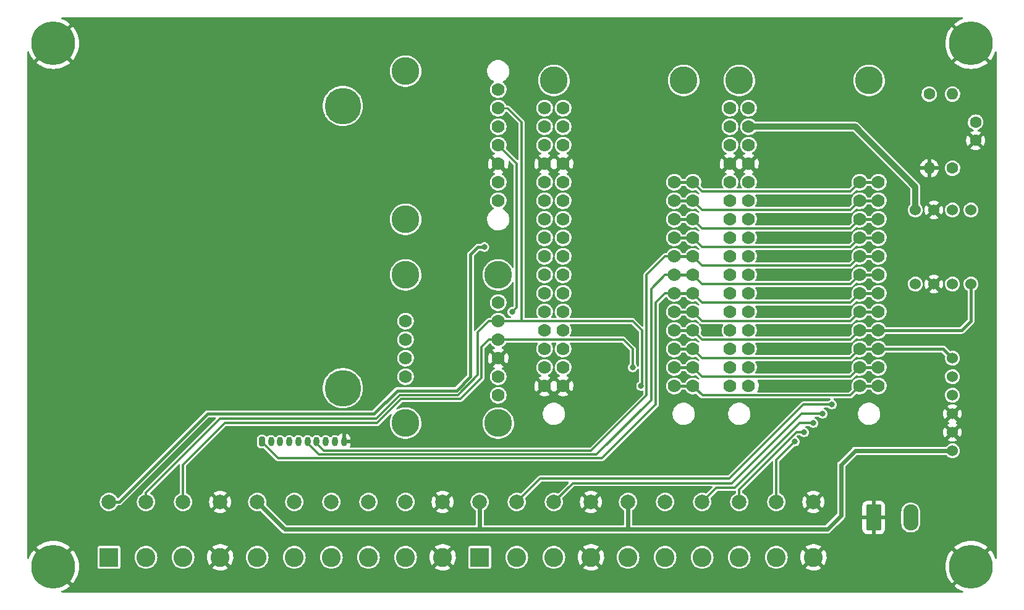
<source format=gbl>
G04 #@! TF.GenerationSoftware,KiCad,Pcbnew,(6.0.5-0)*
G04 #@! TF.CreationDate,2022-09-02T11:49:06-04:00*
G04 #@! TF.ProjectId,Cryologger AWS,4372796f-6c6f-4676-9765-72204157532e,rev?*
G04 #@! TF.SameCoordinates,Original*
G04 #@! TF.FileFunction,Copper,L2,Bot*
G04 #@! TF.FilePolarity,Positive*
%FSLAX46Y46*%
G04 Gerber Fmt 4.6, Leading zero omitted, Abs format (unit mm)*
G04 Created by KiCad (PCBNEW (6.0.5-0)) date 2022-09-02 11:49:06*
%MOMM*%
%LPD*%
G01*
G04 APERTURE LIST*
G04 Aperture macros list*
%AMRoundRect*
0 Rectangle with rounded corners*
0 $1 Rounding radius*
0 $2 $3 $4 $5 $6 $7 $8 $9 X,Y pos of 4 corners*
0 Add a 4 corners polygon primitive as box body*
4,1,4,$2,$3,$4,$5,$6,$7,$8,$9,$2,$3,0*
0 Add four circle primitives for the rounded corners*
1,1,$1+$1,$2,$3*
1,1,$1+$1,$4,$5*
1,1,$1+$1,$6,$7*
1,1,$1+$1,$8,$9*
0 Add four rect primitives between the rounded corners*
20,1,$1+$1,$2,$3,$4,$5,0*
20,1,$1+$1,$4,$5,$6,$7,0*
20,1,$1+$1,$6,$7,$8,$9,0*
20,1,$1+$1,$8,$9,$2,$3,0*%
G04 Aperture macros list end*
G04 #@! TA.AperFunction,ComponentPad*
%ADD10C,2.600000*%
G04 #@! TD*
G04 #@! TA.AperFunction,ComponentPad*
%ADD11R,2.600000X2.600000*%
G04 #@! TD*
G04 #@! TA.AperFunction,ComponentPad*
%ADD12C,2.000000*%
G04 #@! TD*
G04 #@! TA.AperFunction,ComponentPad*
%ADD13C,6.000000*%
G04 #@! TD*
G04 #@! TA.AperFunction,ComponentPad*
%ADD14C,1.778000*%
G04 #@! TD*
G04 #@! TA.AperFunction,ComponentPad*
%ADD15C,3.810000*%
G04 #@! TD*
G04 #@! TA.AperFunction,ComponentPad*
%ADD16O,0.800000X1.300000*%
G04 #@! TD*
G04 #@! TA.AperFunction,ComponentPad*
%ADD17RoundRect,0.200000X-0.200000X-0.450000X0.200000X-0.450000X0.200000X0.450000X-0.200000X0.450000X0*%
G04 #@! TD*
G04 #@! TA.AperFunction,ComponentPad*
%ADD18C,1.600000*%
G04 #@! TD*
G04 #@! TA.AperFunction,ComponentPad*
%ADD19O,1.600000X1.600000*%
G04 #@! TD*
G04 #@! TA.AperFunction,ComponentPad*
%ADD20C,4.999990*%
G04 #@! TD*
G04 #@! TA.AperFunction,ComponentPad*
%ADD21RoundRect,0.249999X-0.790001X-1.550001X0.790001X-1.550001X0.790001X1.550001X-0.790001X1.550001X0*%
G04 #@! TD*
G04 #@! TA.AperFunction,ComponentPad*
%ADD22O,2.080000X3.600000*%
G04 #@! TD*
G04 #@! TA.AperFunction,WasherPad*
%ADD23C,3.810000*%
G04 #@! TD*
G04 #@! TA.AperFunction,ComponentPad*
%ADD24C,1.524000*%
G04 #@! TD*
G04 #@! TA.AperFunction,ViaPad*
%ADD25C,0.800000*%
G04 #@! TD*
G04 #@! TA.AperFunction,Conductor*
%ADD26C,0.304800*%
G04 #@! TD*
G04 #@! TA.AperFunction,Conductor*
%ADD27C,0.609600*%
G04 #@! TD*
G04 #@! TA.AperFunction,Conductor*
%ADD28C,0.406400*%
G04 #@! TD*
G04 #@! TA.AperFunction,Conductor*
%ADD29C,0.250000*%
G04 #@! TD*
G04 #@! TA.AperFunction,Conductor*
%ADD30C,0.812800*%
G04 #@! TD*
G04 APERTURE END LIST*
D10*
X195580000Y-131445000D03*
X190500000Y-131445000D03*
X185420000Y-131445000D03*
X180340000Y-131445000D03*
X175260000Y-131445000D03*
X170180000Y-131445000D03*
X165100000Y-131445000D03*
X160020000Y-131445000D03*
X154940000Y-131445000D03*
D11*
X149860000Y-131445000D03*
D12*
X99060000Y-123849000D03*
X104140000Y-123849000D03*
X109220000Y-123849000D03*
X114300000Y-123849000D03*
X119380000Y-123849000D03*
X124460000Y-123849000D03*
X129540000Y-123849000D03*
X134620000Y-123849000D03*
X139700000Y-123849000D03*
X144780000Y-123849000D03*
X149860000Y-123849000D03*
X154940000Y-123849000D03*
X160020000Y-123849000D03*
X165100000Y-123849000D03*
X170180000Y-123849000D03*
X175260000Y-123849000D03*
X180340000Y-123849000D03*
X185420000Y-123849000D03*
X190500000Y-123849000D03*
X195580000Y-123849000D03*
D10*
X144780000Y-131445000D03*
X139700000Y-131445000D03*
X134620000Y-131445000D03*
X129540000Y-131445000D03*
X124460000Y-131445000D03*
X119380000Y-131445000D03*
X114300000Y-131445000D03*
X109220000Y-131445000D03*
X104140000Y-131445000D03*
D11*
X99060000Y-131445000D03*
D13*
X91440000Y-60960000D03*
D14*
X176530000Y-107950000D03*
X179070000Y-107950000D03*
X176530000Y-105410000D03*
X179070000Y-105410000D03*
X179070000Y-102870000D03*
X176530000Y-102870000D03*
X176530000Y-100330000D03*
X179070000Y-100330000D03*
X179070000Y-97790000D03*
X176530000Y-97790000D03*
X179070000Y-95250000D03*
X176530000Y-95250000D03*
X176530000Y-92710000D03*
X179070000Y-92710000D03*
X176530000Y-90170000D03*
X179070000Y-90170000D03*
X179070000Y-87630000D03*
X176530000Y-87630000D03*
X179070000Y-85090000D03*
X176530000Y-85090000D03*
X179070000Y-82550000D03*
X176530000Y-82550000D03*
X179070000Y-80010000D03*
X176530000Y-80010000D03*
X158750000Y-107950000D03*
X161290000Y-107950000D03*
X158750000Y-105410000D03*
X161290000Y-105410000D03*
X158750000Y-102870000D03*
X161290000Y-102870000D03*
X161290000Y-100330000D03*
X158750000Y-100330000D03*
X161290000Y-97790000D03*
X158750000Y-97790000D03*
X161290000Y-95250000D03*
X158750000Y-95250000D03*
X158750000Y-92710000D03*
X161290000Y-92710000D03*
X161290000Y-90170000D03*
X158750000Y-90170000D03*
X161290000Y-87630000D03*
X158750000Y-87630000D03*
X161290000Y-85090000D03*
X158750000Y-85090000D03*
X158750000Y-82550000D03*
X161290000Y-82550000D03*
X161290000Y-80010000D03*
X158750000Y-80010000D03*
X161290000Y-77470000D03*
X158750000Y-77470000D03*
X158750000Y-74930000D03*
X161290000Y-74930000D03*
X161290000Y-72390000D03*
X158750000Y-72390000D03*
X161290000Y-69850000D03*
X158750000Y-69850000D03*
D15*
X177800000Y-66040000D03*
X160020000Y-66040000D03*
D13*
X217170000Y-132715000D03*
X217170000Y-60960000D03*
D14*
X201930000Y-107950000D03*
X204470000Y-107950000D03*
X201930000Y-105410000D03*
X204470000Y-105410000D03*
X201930000Y-102870000D03*
X204470000Y-102870000D03*
X204470000Y-100330000D03*
X201930000Y-100330000D03*
X201930000Y-97790000D03*
X204470000Y-97790000D03*
X204470000Y-95250000D03*
X201930000Y-95250000D03*
X201930000Y-92710000D03*
X204470000Y-92710000D03*
X201930000Y-90170000D03*
X204470000Y-90170000D03*
X204470000Y-87630000D03*
X201930000Y-87630000D03*
X204470000Y-85090000D03*
X201930000Y-85090000D03*
X201930000Y-82550000D03*
X204470000Y-82550000D03*
X201930000Y-80010000D03*
X204470000Y-80010000D03*
X184150000Y-107950000D03*
X186690000Y-107950000D03*
X184150000Y-105410000D03*
X186690000Y-105410000D03*
X184150000Y-102870000D03*
X186690000Y-102870000D03*
X184150000Y-100330000D03*
X186690000Y-100330000D03*
X186690000Y-97790000D03*
X184150000Y-97790000D03*
X186690000Y-95250000D03*
X184150000Y-95250000D03*
X184150000Y-92710000D03*
X186690000Y-92710000D03*
X184150000Y-90170000D03*
X186690000Y-90170000D03*
X184150000Y-87630000D03*
X186690000Y-87630000D03*
X186690000Y-85090000D03*
X184150000Y-85090000D03*
X186690000Y-82550000D03*
X184150000Y-82550000D03*
X186690000Y-80010000D03*
X184150000Y-80010000D03*
X186690000Y-77470000D03*
X184150000Y-77470000D03*
X186690000Y-74930000D03*
X184150000Y-74930000D03*
X184150000Y-72390000D03*
X186690000Y-72390000D03*
X184150000Y-69850000D03*
X186690000Y-69850000D03*
D15*
X203200000Y-66040000D03*
X185420000Y-66040000D03*
D16*
X131265000Y-115570000D03*
X130015000Y-115570000D03*
X128765000Y-115570000D03*
X127515000Y-115570000D03*
X126265000Y-115570000D03*
X125015000Y-115570000D03*
X123765000Y-115570000D03*
X122515000Y-115570000D03*
X121265000Y-115570000D03*
D17*
X120015000Y-115570000D03*
D13*
X91440000Y-132715000D03*
D18*
X214630000Y-78085000D03*
D19*
X214630000Y-67925000D03*
D18*
X217805000Y-71775000D03*
X217805000Y-74275000D03*
D20*
X131110000Y-108250000D03*
X131110000Y-69550000D03*
D18*
X211455000Y-67925000D03*
D19*
X211455000Y-78085000D03*
D21*
X203835000Y-125984000D03*
D22*
X208915000Y-125984000D03*
D14*
X139700000Y-99060000D03*
X139700000Y-101600000D03*
X139700000Y-104140000D03*
X139700000Y-106680000D03*
X152400000Y-96520000D03*
X152400000Y-99060000D03*
X152400000Y-101600000D03*
X152400000Y-104140000D03*
X152400000Y-106680000D03*
X152400000Y-109220000D03*
D23*
X152400000Y-92710000D03*
X139700000Y-92710000D03*
X152400000Y-113030000D03*
X139700000Y-113030000D03*
D14*
X152400000Y-67310000D03*
X152400000Y-69850000D03*
X152400000Y-72390000D03*
X152400000Y-74930000D03*
X152400000Y-77470000D03*
X152400000Y-80010000D03*
X152400000Y-82550000D03*
D23*
X139700000Y-64770000D03*
X139700000Y-85090000D03*
D24*
X209550000Y-83820000D03*
X212090000Y-83820000D03*
X214630000Y-83820000D03*
X217170000Y-83820000D03*
X209550000Y-93980000D03*
X212090000Y-93980000D03*
X214630000Y-93980000D03*
X217170000Y-93980000D03*
X214630000Y-116840000D03*
X214630000Y-111760000D03*
X214630000Y-114300000D03*
X214630000Y-109220000D03*
X214630000Y-106680000D03*
X214630000Y-104140000D03*
D25*
X154940000Y-121920000D03*
X182880000Y-124460000D03*
X142240000Y-124460000D03*
X198120000Y-110490000D03*
X196850000Y-111760000D03*
X195580000Y-113030000D03*
X150495000Y-88900000D03*
X194310000Y-114300000D03*
X193040000Y-115570000D03*
X200025000Y-111125000D03*
X154305000Y-97790000D03*
X170815000Y-105410000D03*
X171958000Y-107950000D03*
X111760000Y-68580000D03*
X144145000Y-135255000D03*
X131445000Y-88900000D03*
X146050000Y-81915000D03*
X181610000Y-60325000D03*
X168910000Y-77470000D03*
X111760000Y-111125000D03*
X207010000Y-88900000D03*
X99695000Y-115570000D03*
X168910000Y-100330000D03*
X165100000Y-135255000D03*
X181610000Y-100330000D03*
X123825000Y-135255000D03*
X91440000Y-68580000D03*
X208280000Y-73025000D03*
X168910000Y-107950000D03*
X176167624Y-115725724D03*
X205740000Y-132080000D03*
X189865000Y-111125000D03*
X156210000Y-60325000D03*
X218440000Y-78105000D03*
X168910000Y-92710000D03*
X135255000Y-114935000D03*
X219075000Y-88900000D03*
X190500000Y-135255000D03*
X194310000Y-85090000D03*
X133985000Y-135255000D03*
X181610000Y-80010000D03*
X214630000Y-73660000D03*
X90170000Y-123825000D03*
X219710000Y-107950000D03*
X205740000Y-60325000D03*
X101600000Y-133985000D03*
X207645000Y-107950000D03*
X91440000Y-88900000D03*
X180340000Y-135255000D03*
X111125000Y-123825000D03*
X168910000Y-85090000D03*
X111760000Y-88900000D03*
X194310000Y-66675000D03*
X146050000Y-112395000D03*
X146050000Y-95250000D03*
X194310000Y-77470000D03*
X154940000Y-135255000D03*
X91440000Y-109220000D03*
X146050000Y-67310000D03*
X168910000Y-66675000D03*
D26*
X109220000Y-123849000D02*
X109220000Y-118745000D01*
X109220000Y-118745000D02*
X114935000Y-113030000D01*
X150114000Y-102616000D02*
X151130000Y-101600000D01*
X114935000Y-113030000D02*
X135818130Y-113030000D01*
X135818130Y-113030000D02*
X139120130Y-109728000D01*
X139120130Y-109728000D02*
X147193000Y-109728000D01*
X147193000Y-109728000D02*
X150114000Y-106807000D01*
X150114000Y-106807000D02*
X150114000Y-102616000D01*
X151130000Y-101600000D02*
X152400000Y-101600000D01*
X104140000Y-123849000D02*
X104140000Y-122555000D01*
X104140000Y-122555000D02*
X114300000Y-112395000D01*
X151130000Y-99060000D02*
X152400000Y-99060000D01*
X114300000Y-112395000D02*
X135739914Y-112395000D01*
X146855060Y-109199998D02*
X149606000Y-106449058D01*
X135739914Y-112395000D02*
X138934916Y-109199998D01*
X149606000Y-106449058D02*
X149606000Y-100584000D01*
X138934916Y-109199998D02*
X146855060Y-109199998D01*
X149606000Y-100584000D02*
X151130000Y-99060000D01*
X158139000Y-120650000D02*
X184071784Y-120650000D01*
D27*
X197485000Y-127611000D02*
X170180000Y-127611000D01*
D28*
X100474213Y-123849000D02*
X112563213Y-111760000D01*
D26*
X193675000Y-113030000D02*
X184785000Y-121920000D01*
X194231784Y-110490000D02*
X184071784Y-120650000D01*
X193929000Y-111760000D02*
X184404000Y-121285000D01*
D27*
X149860000Y-127611000D02*
X123166000Y-127611000D01*
D26*
X190500000Y-118110000D02*
X190500000Y-124484000D01*
X162584000Y-121285000D02*
X184404000Y-121285000D01*
X185420000Y-124484000D02*
X185420000Y-122126636D01*
D28*
X99060000Y-123849000D02*
X100474213Y-123849000D01*
X112563213Y-111760000D02*
X135382000Y-111760000D01*
X135382000Y-111760000D02*
X138557000Y-108585000D01*
D27*
X197485000Y-127611000D02*
X199390000Y-125706000D01*
D26*
X185420000Y-122126636D02*
X193246636Y-114300000D01*
X180340000Y-123849000D02*
X182269000Y-121920000D01*
X182269000Y-121920000D02*
X184785000Y-121920000D01*
X160020000Y-123849000D02*
X162584000Y-121285000D01*
X154940000Y-123849000D02*
X158139000Y-120650000D01*
X196850000Y-111760000D02*
X193929000Y-111760000D01*
X198120000Y-110490000D02*
X194231784Y-110490000D01*
X195580000Y-113030000D02*
X193675000Y-113030000D01*
X193040000Y-115570000D02*
X190500000Y-118110000D01*
D27*
X170180000Y-123825000D02*
X170180000Y-127611000D01*
X149860000Y-123825000D02*
X149860000Y-127611000D01*
X123166000Y-127611000D02*
X119380000Y-123825000D01*
D28*
X138557000Y-108585000D02*
X146685000Y-108585000D01*
X146685000Y-108585000D02*
X148590000Y-106680000D01*
X148590000Y-106680000D02*
X148590000Y-89916000D01*
X148590000Y-89916000D02*
X149606000Y-88900000D01*
X149606000Y-88900000D02*
X150495000Y-88900000D01*
D27*
X199390000Y-118745000D02*
X199390000Y-125706000D01*
D26*
X193246636Y-114300000D02*
X194310000Y-114300000D01*
D27*
X201295000Y-116840000D02*
X199390000Y-118745000D01*
X170180000Y-127611000D02*
X149860000Y-127611000D01*
X214630000Y-116840000D02*
X201295000Y-116840000D01*
D26*
X127789320Y-117344320D02*
X165865680Y-117344320D01*
X120015000Y-115633375D02*
X122230265Y-117848640D01*
X166631360Y-117848640D02*
X173990000Y-110490000D01*
X122230265Y-117848640D02*
X166631360Y-117848640D01*
X173990000Y-110490000D02*
X173990000Y-96520000D01*
X173990000Y-96520000D02*
X175260000Y-95250000D01*
X175260000Y-95250000D02*
X176530000Y-95250000D01*
X126265000Y-115820000D02*
X127789320Y-117344320D01*
X175260000Y-92710000D02*
X176530000Y-92710000D01*
X165865680Y-117344320D02*
X173355000Y-109855000D01*
X173355000Y-109855000D02*
X173355000Y-94615000D01*
X173355000Y-94615000D02*
X175260000Y-92710000D01*
X127515000Y-115820000D02*
X128535000Y-116840000D01*
X128535000Y-116840000D02*
X165100000Y-116840000D01*
X165100000Y-116840000D02*
X172720000Y-109220000D01*
X172720000Y-109220000D02*
X172720000Y-92710000D01*
X172720000Y-92710000D02*
X175260000Y-90170000D01*
X175260000Y-90170000D02*
X176530000Y-90170000D01*
X170815000Y-102870000D02*
X169545000Y-101600000D01*
D28*
X204470000Y-105410000D02*
X201930000Y-105410000D01*
D26*
X180340000Y-106680000D02*
X179070000Y-105410000D01*
X169545000Y-101600000D02*
X152400000Y-101600000D01*
X170815000Y-105410000D02*
X170815000Y-102870000D01*
D28*
X179070000Y-105410000D02*
X176530000Y-105410000D01*
D26*
X154940000Y-77470000D02*
X154940000Y-97155000D01*
X200660000Y-106680000D02*
X180340000Y-106680000D01*
X154940000Y-97155000D02*
X154305000Y-97790000D01*
X152400000Y-74930000D02*
X154940000Y-77470000D01*
X201930000Y-105410000D02*
X200660000Y-106680000D01*
X172085000Y-100330000D02*
X172085000Y-107823000D01*
X180361711Y-109241711D02*
X179070000Y-107950000D01*
X200638289Y-109241711D02*
X180361711Y-109241711D01*
D28*
X179070000Y-107950000D02*
X176530000Y-107950000D01*
D29*
X152400000Y-69850000D02*
X153670000Y-69850000D01*
D26*
X201930000Y-107950000D02*
X200638289Y-109241711D01*
X152400000Y-99060000D02*
X170815000Y-99060000D01*
X170815000Y-99060000D02*
X172085000Y-100330000D01*
X155575000Y-71755000D02*
X155575000Y-99060000D01*
D28*
X204470000Y-107950000D02*
X201930000Y-107950000D01*
D29*
X153670000Y-69850000D02*
X155575000Y-71755000D01*
D26*
X172085000Y-107823000D02*
X171958000Y-107950000D01*
X201930000Y-80010000D02*
X200660000Y-81280000D01*
X180340000Y-81280000D02*
X179070000Y-80010000D01*
X200660000Y-81280000D02*
X180340000Y-81280000D01*
D28*
X204470000Y-80010000D02*
X201930000Y-80010000D01*
X179070000Y-80010000D02*
X176530000Y-80010000D01*
X204470000Y-82550000D02*
X201930000Y-82550000D01*
D26*
X180340000Y-83820000D02*
X179070000Y-82550000D01*
X200660000Y-83820000D02*
X180340000Y-83820000D01*
X201930000Y-82550000D02*
X200660000Y-83820000D01*
D28*
X179070000Y-82550000D02*
X176530000Y-82550000D01*
X204470000Y-85090000D02*
X201930000Y-85090000D01*
D26*
X180340000Y-86360000D02*
X179070000Y-85090000D01*
X200660000Y-86360000D02*
X180340000Y-86360000D01*
X201930000Y-85090000D02*
X200660000Y-86360000D01*
D28*
X179070000Y-85090000D02*
X176530000Y-85090000D01*
D26*
X200660000Y-101600000D02*
X180340000Y-101600000D01*
D28*
X179070000Y-100330000D02*
X176530000Y-100330000D01*
X204470000Y-100330000D02*
X215900000Y-100330000D01*
X217170000Y-99060000D02*
X217170000Y-93980000D01*
X215900000Y-100330000D02*
X217170000Y-99060000D01*
D26*
X201930000Y-100330000D02*
X200660000Y-101600000D01*
X180340000Y-101600000D02*
X179070000Y-100330000D01*
D28*
X204470000Y-100330000D02*
X201930000Y-100330000D01*
X204470000Y-87630000D02*
X201930000Y-87630000D01*
D26*
X180340000Y-88900000D02*
X179070000Y-87630000D01*
X200660000Y-88900000D02*
X180340000Y-88900000D01*
X201930000Y-87630000D02*
X200660000Y-88900000D01*
D28*
X179070000Y-87630000D02*
X176530000Y-87630000D01*
X213360000Y-102870000D02*
X204470000Y-102870000D01*
D26*
X201930000Y-102870000D02*
X200660000Y-104140000D01*
D28*
X204470000Y-102870000D02*
X201930000Y-102870000D01*
D26*
X180340000Y-104140000D02*
X179070000Y-102870000D01*
D28*
X179070000Y-102870000D02*
X176530000Y-102870000D01*
X213360000Y-102870000D02*
X214630000Y-104140000D01*
D26*
X200660000Y-104140000D02*
X180340000Y-104140000D01*
D28*
X179070000Y-90170000D02*
X176530000Y-90170000D01*
D26*
X201930000Y-90170000D02*
X200660000Y-91440000D01*
D28*
X204470000Y-90170000D02*
X201930000Y-90170000D01*
D26*
X180340000Y-91440000D02*
X179070000Y-90170000D01*
X200660000Y-91440000D02*
X180340000Y-91440000D01*
D28*
X204470000Y-92710000D02*
X201930000Y-92710000D01*
D26*
X200660000Y-93980000D02*
X201930000Y-92710000D01*
X180340000Y-93980000D02*
X200660000Y-93980000D01*
X179070000Y-92710000D02*
X180340000Y-93980000D01*
D28*
X179070000Y-92710000D02*
X176530000Y-92710000D01*
D26*
X200660000Y-96520000D02*
X180340000Y-96520000D01*
X180340000Y-96520000D02*
X179070000Y-95250000D01*
D28*
X204470000Y-95250000D02*
X201930000Y-95250000D01*
X179070000Y-95250000D02*
X176530000Y-95250000D01*
D26*
X201930000Y-95250000D02*
X200660000Y-96520000D01*
D28*
X179070000Y-97790000D02*
X176530000Y-97790000D01*
D26*
X200660000Y-99060000D02*
X180340000Y-99060000D01*
X201930000Y-97790000D02*
X200660000Y-99060000D01*
X180340000Y-99060000D02*
X179070000Y-97790000D01*
D28*
X204470000Y-97790000D02*
X201930000Y-97790000D01*
D30*
X209550000Y-80645000D02*
X201295000Y-72390000D01*
X209550000Y-83820000D02*
X209550000Y-80645000D01*
X186690000Y-72390000D02*
X201295000Y-72390000D01*
G04 #@! TA.AperFunction,Conductor*
G36*
X216031858Y-57424502D02*
G01*
X216078351Y-57478158D01*
X216088455Y-57548432D01*
X216058961Y-57613012D01*
X216008892Y-57648131D01*
X215744286Y-57749704D01*
X215738275Y-57752380D01*
X215416532Y-57916317D01*
X215410823Y-57919613D01*
X215107984Y-58116279D01*
X215102662Y-58120146D01*
X214888366Y-58293678D01*
X214879900Y-58305933D01*
X214886234Y-58317024D01*
X219812110Y-63242900D01*
X219825186Y-63250040D01*
X219835554Y-63242582D01*
X220009854Y-63027338D01*
X220013721Y-63022016D01*
X220210387Y-62719177D01*
X220213683Y-62713468D01*
X220377620Y-62391725D01*
X220380296Y-62385714D01*
X220481869Y-62121108D01*
X220524955Y-62064680D01*
X220591708Y-62040504D01*
X220660936Y-62056255D01*
X220710657Y-62106933D01*
X220725500Y-62166263D01*
X220725500Y-131508737D01*
X220705498Y-131576858D01*
X220651842Y-131623351D01*
X220581568Y-131633455D01*
X220516988Y-131603961D01*
X220481869Y-131553892D01*
X220380296Y-131289286D01*
X220377620Y-131283275D01*
X220213683Y-130961532D01*
X220210387Y-130955823D01*
X220013721Y-130652984D01*
X220009854Y-130647662D01*
X219836322Y-130433366D01*
X219824067Y-130424900D01*
X219812976Y-130431234D01*
X214887100Y-135357110D01*
X214879960Y-135370186D01*
X214887418Y-135380554D01*
X215102662Y-135554854D01*
X215107984Y-135558721D01*
X215410823Y-135755387D01*
X215416532Y-135758683D01*
X215738275Y-135922620D01*
X215744286Y-135925296D01*
X216008892Y-136026869D01*
X216065320Y-136069955D01*
X216089496Y-136136708D01*
X216073745Y-136205936D01*
X216023067Y-136255657D01*
X215963737Y-136270500D01*
X92646263Y-136270500D01*
X92578142Y-136250498D01*
X92531649Y-136196842D01*
X92521545Y-136126568D01*
X92551039Y-136061988D01*
X92601108Y-136026869D01*
X92865714Y-135925296D01*
X92871725Y-135922620D01*
X93193468Y-135758683D01*
X93199177Y-135755387D01*
X93502016Y-135558721D01*
X93507338Y-135554854D01*
X93721634Y-135381322D01*
X93730100Y-135369067D01*
X93723766Y-135357976D01*
X91081922Y-132716132D01*
X91804408Y-132716132D01*
X91804539Y-132717965D01*
X91808790Y-132724580D01*
X94082110Y-134997900D01*
X94095186Y-135005040D01*
X94105554Y-134997582D01*
X94279854Y-134782338D01*
X94283721Y-134777016D01*
X94480387Y-134474177D01*
X94483683Y-134468468D01*
X94647620Y-134146725D01*
X94650296Y-134140714D01*
X94779700Y-133803605D01*
X94781740Y-133797328D01*
X94875198Y-133448537D01*
X94876567Y-133442099D01*
X94933055Y-133085440D01*
X94933743Y-133078896D01*
X94952641Y-132718301D01*
X94952641Y-132711699D01*
X94933743Y-132351104D01*
X94933055Y-132344560D01*
X94876567Y-131987901D01*
X94875198Y-131981463D01*
X94781740Y-131632672D01*
X94779700Y-131626395D01*
X94650296Y-131289286D01*
X94647620Y-131283275D01*
X94483683Y-130961532D01*
X94480387Y-130955823D01*
X94283721Y-130652984D01*
X94279854Y-130647662D01*
X94106322Y-130433366D01*
X94094067Y-130424900D01*
X94082976Y-130431234D01*
X91812022Y-132702188D01*
X91804408Y-132716132D01*
X91081922Y-132716132D01*
X88797890Y-130432100D01*
X88784814Y-130424960D01*
X88774446Y-130432418D01*
X88600146Y-130647662D01*
X88596279Y-130652984D01*
X88399613Y-130955823D01*
X88396317Y-130961532D01*
X88232380Y-131283275D01*
X88229704Y-131289286D01*
X88128131Y-131553892D01*
X88085045Y-131610320D01*
X88018292Y-131634496D01*
X87949064Y-131618745D01*
X87899343Y-131568067D01*
X87884500Y-131508737D01*
X87884500Y-130060933D01*
X89149900Y-130060933D01*
X89156234Y-130072024D01*
X91427188Y-132342978D01*
X91441132Y-132350592D01*
X91442965Y-132350461D01*
X91449580Y-132346210D01*
X93675857Y-130119933D01*
X97505500Y-130119933D01*
X97505501Y-132770066D01*
X97520266Y-132844301D01*
X97527161Y-132854620D01*
X97527162Y-132854622D01*
X97550739Y-132889906D01*
X97576516Y-132928484D01*
X97660699Y-132984734D01*
X97734933Y-132999500D01*
X99059785Y-132999500D01*
X100385066Y-132999499D01*
X100420818Y-132992388D01*
X100447126Y-132987156D01*
X100447128Y-132987155D01*
X100459301Y-132984734D01*
X100469621Y-132977839D01*
X100469622Y-132977838D01*
X100533168Y-132935377D01*
X100543484Y-132928484D01*
X100599734Y-132844301D01*
X100614500Y-132770067D01*
X100614499Y-131445000D01*
X102580693Y-131445000D01*
X102599891Y-131688929D01*
X102657011Y-131926852D01*
X102750647Y-132152911D01*
X102878494Y-132361538D01*
X103037403Y-132547597D01*
X103223462Y-132706506D01*
X103432089Y-132834353D01*
X103436659Y-132836246D01*
X103436663Y-132836248D01*
X103653575Y-132926095D01*
X103658148Y-132927989D01*
X103740452Y-132947748D01*
X103891258Y-132983954D01*
X103891264Y-132983955D01*
X103896071Y-132985109D01*
X104140000Y-133004307D01*
X104383929Y-132985109D01*
X104388736Y-132983955D01*
X104388742Y-132983954D01*
X104539548Y-132947748D01*
X104621852Y-132927989D01*
X104626425Y-132926095D01*
X104843337Y-132836248D01*
X104843341Y-132836246D01*
X104847911Y-132834353D01*
X105056538Y-132706506D01*
X105242597Y-132547597D01*
X105401506Y-132361538D01*
X105529353Y-132152911D01*
X105622989Y-131926852D01*
X105680109Y-131688929D01*
X105699307Y-131445000D01*
X107660693Y-131445000D01*
X107679891Y-131688929D01*
X107737011Y-131926852D01*
X107830647Y-132152911D01*
X107958494Y-132361538D01*
X108117403Y-132547597D01*
X108303462Y-132706506D01*
X108512089Y-132834353D01*
X108516659Y-132836246D01*
X108516663Y-132836248D01*
X108733575Y-132926095D01*
X108738148Y-132927989D01*
X108820452Y-132947748D01*
X108971258Y-132983954D01*
X108971264Y-132983955D01*
X108976071Y-132985109D01*
X109220000Y-133004307D01*
X109463929Y-132985109D01*
X109468736Y-132983955D01*
X109468742Y-132983954D01*
X109619548Y-132947748D01*
X109701852Y-132927989D01*
X109706425Y-132926095D01*
X109793794Y-132889906D01*
X113219839Y-132889906D01*
X113228553Y-132901427D01*
X113335452Y-132979809D01*
X113343351Y-132984745D01*
X113572905Y-133105519D01*
X113581454Y-133109236D01*
X113826327Y-133194749D01*
X113835336Y-133197163D01*
X114090166Y-133245544D01*
X114099423Y-133246598D01*
X114358607Y-133256783D01*
X114367921Y-133256457D01*
X114625753Y-133228220D01*
X114634930Y-133226519D01*
X114885758Y-133160481D01*
X114894574Y-133157445D01*
X115132880Y-133055062D01*
X115141167Y-133050748D01*
X115361718Y-132914266D01*
X115369268Y-132908780D01*
X115374559Y-132904301D01*
X115382997Y-132891497D01*
X115376935Y-132881145D01*
X114312812Y-131817022D01*
X114298868Y-131809408D01*
X114297035Y-131809539D01*
X114290420Y-131813790D01*
X113226497Y-132877713D01*
X113219839Y-132889906D01*
X109793794Y-132889906D01*
X109923337Y-132836248D01*
X109923341Y-132836246D01*
X109927911Y-132834353D01*
X110136538Y-132706506D01*
X110322597Y-132547597D01*
X110481506Y-132361538D01*
X110609353Y-132152911D01*
X110702989Y-131926852D01*
X110760109Y-131688929D01*
X110779307Y-131445000D01*
X110775939Y-131402211D01*
X112487775Y-131402211D01*
X112500220Y-131661288D01*
X112501356Y-131670543D01*
X112551961Y-131924945D01*
X112554449Y-131933917D01*
X112642095Y-132178033D01*
X112645895Y-132186568D01*
X112768658Y-132415042D01*
X112773666Y-132422904D01*
X112843720Y-132516716D01*
X112854979Y-132525165D01*
X112867397Y-132518393D01*
X113927978Y-131457812D01*
X113934356Y-131446132D01*
X114664408Y-131446132D01*
X114664539Y-131447965D01*
X114668790Y-131454580D01*
X115736094Y-132521884D01*
X115748474Y-132528644D01*
X115756815Y-132522400D01*
X115890832Y-132314048D01*
X115895275Y-132305864D01*
X116001807Y-132069370D01*
X116004997Y-132060605D01*
X116075402Y-131810972D01*
X116077262Y-131801830D01*
X116110187Y-131543019D01*
X116110668Y-131536733D01*
X116112987Y-131448160D01*
X116112911Y-131445000D01*
X117820693Y-131445000D01*
X117839891Y-131688929D01*
X117897011Y-131926852D01*
X117990647Y-132152911D01*
X118118494Y-132361538D01*
X118277403Y-132547597D01*
X118463462Y-132706506D01*
X118672089Y-132834353D01*
X118676659Y-132836246D01*
X118676663Y-132836248D01*
X118893575Y-132926095D01*
X118898148Y-132927989D01*
X118980452Y-132947748D01*
X119131258Y-132983954D01*
X119131264Y-132983955D01*
X119136071Y-132985109D01*
X119380000Y-133004307D01*
X119623929Y-132985109D01*
X119628736Y-132983955D01*
X119628742Y-132983954D01*
X119779548Y-132947748D01*
X119861852Y-132927989D01*
X119866425Y-132926095D01*
X120083337Y-132836248D01*
X120083341Y-132836246D01*
X120087911Y-132834353D01*
X120296538Y-132706506D01*
X120482597Y-132547597D01*
X120641506Y-132361538D01*
X120769353Y-132152911D01*
X120862989Y-131926852D01*
X120920109Y-131688929D01*
X120939307Y-131445000D01*
X122900693Y-131445000D01*
X122919891Y-131688929D01*
X122977011Y-131926852D01*
X123070647Y-132152911D01*
X123198494Y-132361538D01*
X123357403Y-132547597D01*
X123543462Y-132706506D01*
X123752089Y-132834353D01*
X123756659Y-132836246D01*
X123756663Y-132836248D01*
X123973575Y-132926095D01*
X123978148Y-132927989D01*
X124060452Y-132947748D01*
X124211258Y-132983954D01*
X124211264Y-132983955D01*
X124216071Y-132985109D01*
X124460000Y-133004307D01*
X124703929Y-132985109D01*
X124708736Y-132983955D01*
X124708742Y-132983954D01*
X124859548Y-132947748D01*
X124941852Y-132927989D01*
X124946425Y-132926095D01*
X125163337Y-132836248D01*
X125163341Y-132836246D01*
X125167911Y-132834353D01*
X125376538Y-132706506D01*
X125562597Y-132547597D01*
X125721506Y-132361538D01*
X125849353Y-132152911D01*
X125942989Y-131926852D01*
X126000109Y-131688929D01*
X126019307Y-131445000D01*
X127980693Y-131445000D01*
X127999891Y-131688929D01*
X128057011Y-131926852D01*
X128150647Y-132152911D01*
X128278494Y-132361538D01*
X128437403Y-132547597D01*
X128623462Y-132706506D01*
X128832089Y-132834353D01*
X128836659Y-132836246D01*
X128836663Y-132836248D01*
X129053575Y-132926095D01*
X129058148Y-132927989D01*
X129140452Y-132947748D01*
X129291258Y-132983954D01*
X129291264Y-132983955D01*
X129296071Y-132985109D01*
X129540000Y-133004307D01*
X129783929Y-132985109D01*
X129788736Y-132983955D01*
X129788742Y-132983954D01*
X129939548Y-132947748D01*
X130021852Y-132927989D01*
X130026425Y-132926095D01*
X130243337Y-132836248D01*
X130243341Y-132836246D01*
X130247911Y-132834353D01*
X130456538Y-132706506D01*
X130642597Y-132547597D01*
X130801506Y-132361538D01*
X130929353Y-132152911D01*
X131022989Y-131926852D01*
X131080109Y-131688929D01*
X131099307Y-131445000D01*
X133060693Y-131445000D01*
X133079891Y-131688929D01*
X133137011Y-131926852D01*
X133230647Y-132152911D01*
X133358494Y-132361538D01*
X133517403Y-132547597D01*
X133703462Y-132706506D01*
X133912089Y-132834353D01*
X133916659Y-132836246D01*
X133916663Y-132836248D01*
X134133575Y-132926095D01*
X134138148Y-132927989D01*
X134220452Y-132947748D01*
X134371258Y-132983954D01*
X134371264Y-132983955D01*
X134376071Y-132985109D01*
X134620000Y-133004307D01*
X134863929Y-132985109D01*
X134868736Y-132983955D01*
X134868742Y-132983954D01*
X135019548Y-132947748D01*
X135101852Y-132927989D01*
X135106425Y-132926095D01*
X135323337Y-132836248D01*
X135323341Y-132836246D01*
X135327911Y-132834353D01*
X135536538Y-132706506D01*
X135722597Y-132547597D01*
X135881506Y-132361538D01*
X136009353Y-132152911D01*
X136102989Y-131926852D01*
X136160109Y-131688929D01*
X136179307Y-131445000D01*
X138140693Y-131445000D01*
X138159891Y-131688929D01*
X138217011Y-131926852D01*
X138310647Y-132152911D01*
X138438494Y-132361538D01*
X138597403Y-132547597D01*
X138783462Y-132706506D01*
X138992089Y-132834353D01*
X138996659Y-132836246D01*
X138996663Y-132836248D01*
X139213575Y-132926095D01*
X139218148Y-132927989D01*
X139300452Y-132947748D01*
X139451258Y-132983954D01*
X139451264Y-132983955D01*
X139456071Y-132985109D01*
X139700000Y-133004307D01*
X139943929Y-132985109D01*
X139948736Y-132983955D01*
X139948742Y-132983954D01*
X140099548Y-132947748D01*
X140181852Y-132927989D01*
X140186425Y-132926095D01*
X140273794Y-132889906D01*
X143699839Y-132889906D01*
X143708553Y-132901427D01*
X143815452Y-132979809D01*
X143823351Y-132984745D01*
X144052905Y-133105519D01*
X144061454Y-133109236D01*
X144306327Y-133194749D01*
X144315336Y-133197163D01*
X144570166Y-133245544D01*
X144579423Y-133246598D01*
X144838607Y-133256783D01*
X144847921Y-133256457D01*
X145105753Y-133228220D01*
X145114930Y-133226519D01*
X145365758Y-133160481D01*
X145374574Y-133157445D01*
X145612880Y-133055062D01*
X145621167Y-133050748D01*
X145841718Y-132914266D01*
X145849268Y-132908780D01*
X145854559Y-132904301D01*
X145862997Y-132891497D01*
X145856935Y-132881145D01*
X144792812Y-131817022D01*
X144778868Y-131809408D01*
X144777035Y-131809539D01*
X144770420Y-131813790D01*
X143706497Y-132877713D01*
X143699839Y-132889906D01*
X140273794Y-132889906D01*
X140403337Y-132836248D01*
X140403341Y-132836246D01*
X140407911Y-132834353D01*
X140616538Y-132706506D01*
X140802597Y-132547597D01*
X140961506Y-132361538D01*
X141089353Y-132152911D01*
X141182989Y-131926852D01*
X141240109Y-131688929D01*
X141259307Y-131445000D01*
X141255939Y-131402211D01*
X142967775Y-131402211D01*
X142980220Y-131661288D01*
X142981356Y-131670543D01*
X143031961Y-131924945D01*
X143034449Y-131933917D01*
X143122095Y-132178033D01*
X143125895Y-132186568D01*
X143248658Y-132415042D01*
X143253666Y-132422904D01*
X143323720Y-132516716D01*
X143334979Y-132525165D01*
X143347397Y-132518393D01*
X144407978Y-131457812D01*
X144414356Y-131446132D01*
X145144408Y-131446132D01*
X145144539Y-131447965D01*
X145148790Y-131454580D01*
X146216094Y-132521884D01*
X146228474Y-132528644D01*
X146236815Y-132522400D01*
X146370832Y-132314048D01*
X146375275Y-132305864D01*
X146481807Y-132069370D01*
X146484997Y-132060605D01*
X146555402Y-131810972D01*
X146557262Y-131801830D01*
X146590187Y-131543019D01*
X146590668Y-131536733D01*
X146592987Y-131448160D01*
X146592836Y-131441851D01*
X146573501Y-131181663D01*
X146572125Y-131172457D01*
X146514878Y-130919467D01*
X146512154Y-130910556D01*
X146418143Y-130668806D01*
X146414132Y-130660397D01*
X146285422Y-130435202D01*
X146280211Y-130427476D01*
X146236996Y-130372658D01*
X146225071Y-130364187D01*
X146213537Y-130370673D01*
X145152022Y-131432188D01*
X145144408Y-131446132D01*
X144414356Y-131446132D01*
X144415592Y-131443868D01*
X144415461Y-131442035D01*
X144411210Y-131435420D01*
X143345816Y-130370026D01*
X143332507Y-130362758D01*
X143322472Y-130369878D01*
X143306937Y-130388556D01*
X143301531Y-130396135D01*
X143166965Y-130617891D01*
X143162736Y-130626192D01*
X143062432Y-130865389D01*
X143059471Y-130874239D01*
X142995628Y-131125625D01*
X142994006Y-131134822D01*
X142968020Y-131392885D01*
X142967775Y-131402211D01*
X141255939Y-131402211D01*
X141240109Y-131201071D01*
X141233240Y-131172457D01*
X141184144Y-130967960D01*
X141182989Y-130963148D01*
X141089353Y-130737089D01*
X140961506Y-130528462D01*
X140802597Y-130342403D01*
X140616538Y-130183494D01*
X140407911Y-130055647D01*
X140403341Y-130053754D01*
X140403337Y-130053752D01*
X140267988Y-129997689D01*
X143697102Y-129997689D01*
X143701675Y-130007465D01*
X144767188Y-131072978D01*
X144781132Y-131080592D01*
X144782965Y-131080461D01*
X144789580Y-131076210D01*
X145745857Y-130119933D01*
X148305500Y-130119933D01*
X148305501Y-132770066D01*
X148320266Y-132844301D01*
X148327161Y-132854620D01*
X148327162Y-132854622D01*
X148350739Y-132889906D01*
X148376516Y-132928484D01*
X148460699Y-132984734D01*
X148534933Y-132999500D01*
X149859785Y-132999500D01*
X151185066Y-132999499D01*
X151220818Y-132992388D01*
X151247126Y-132987156D01*
X151247128Y-132987155D01*
X151259301Y-132984734D01*
X151269621Y-132977839D01*
X151269622Y-132977838D01*
X151333168Y-132935377D01*
X151343484Y-132928484D01*
X151399734Y-132844301D01*
X151414500Y-132770067D01*
X151414499Y-131445000D01*
X153380693Y-131445000D01*
X153399891Y-131688929D01*
X153457011Y-131926852D01*
X153550647Y-132152911D01*
X153678494Y-132361538D01*
X153837403Y-132547597D01*
X154023462Y-132706506D01*
X154232089Y-132834353D01*
X154236659Y-132836246D01*
X154236663Y-132836248D01*
X154453575Y-132926095D01*
X154458148Y-132927989D01*
X154540452Y-132947748D01*
X154691258Y-132983954D01*
X154691264Y-132983955D01*
X154696071Y-132985109D01*
X154940000Y-133004307D01*
X155183929Y-132985109D01*
X155188736Y-132983955D01*
X155188742Y-132983954D01*
X155339548Y-132947748D01*
X155421852Y-132927989D01*
X155426425Y-132926095D01*
X155643337Y-132836248D01*
X155643341Y-132836246D01*
X155647911Y-132834353D01*
X155856538Y-132706506D01*
X156042597Y-132547597D01*
X156201506Y-132361538D01*
X156329353Y-132152911D01*
X156422989Y-131926852D01*
X156480109Y-131688929D01*
X156499307Y-131445000D01*
X158460693Y-131445000D01*
X158479891Y-131688929D01*
X158537011Y-131926852D01*
X158630647Y-132152911D01*
X158758494Y-132361538D01*
X158917403Y-132547597D01*
X159103462Y-132706506D01*
X159312089Y-132834353D01*
X159316659Y-132836246D01*
X159316663Y-132836248D01*
X159533575Y-132926095D01*
X159538148Y-132927989D01*
X159620452Y-132947748D01*
X159771258Y-132983954D01*
X159771264Y-132983955D01*
X159776071Y-132985109D01*
X160020000Y-133004307D01*
X160263929Y-132985109D01*
X160268736Y-132983955D01*
X160268742Y-132983954D01*
X160419548Y-132947748D01*
X160501852Y-132927989D01*
X160506425Y-132926095D01*
X160593794Y-132889906D01*
X164019839Y-132889906D01*
X164028553Y-132901427D01*
X164135452Y-132979809D01*
X164143351Y-132984745D01*
X164372905Y-133105519D01*
X164381454Y-133109236D01*
X164626327Y-133194749D01*
X164635336Y-133197163D01*
X164890166Y-133245544D01*
X164899423Y-133246598D01*
X165158607Y-133256783D01*
X165167921Y-133256457D01*
X165425753Y-133228220D01*
X165434930Y-133226519D01*
X165685758Y-133160481D01*
X165694574Y-133157445D01*
X165932880Y-133055062D01*
X165941167Y-133050748D01*
X166161718Y-132914266D01*
X166169268Y-132908780D01*
X166174559Y-132904301D01*
X166182997Y-132891497D01*
X166176935Y-132881145D01*
X165112812Y-131817022D01*
X165098868Y-131809408D01*
X165097035Y-131809539D01*
X165090420Y-131813790D01*
X164026497Y-132877713D01*
X164019839Y-132889906D01*
X160593794Y-132889906D01*
X160723337Y-132836248D01*
X160723341Y-132836246D01*
X160727911Y-132834353D01*
X160936538Y-132706506D01*
X161122597Y-132547597D01*
X161281506Y-132361538D01*
X161409353Y-132152911D01*
X161502989Y-131926852D01*
X161560109Y-131688929D01*
X161579307Y-131445000D01*
X161575939Y-131402211D01*
X163287775Y-131402211D01*
X163300220Y-131661288D01*
X163301356Y-131670543D01*
X163351961Y-131924945D01*
X163354449Y-131933917D01*
X163442095Y-132178033D01*
X163445895Y-132186568D01*
X163568658Y-132415042D01*
X163573666Y-132422904D01*
X163643720Y-132516716D01*
X163654979Y-132525165D01*
X163667397Y-132518393D01*
X164727978Y-131457812D01*
X164734356Y-131446132D01*
X165464408Y-131446132D01*
X165464539Y-131447965D01*
X165468790Y-131454580D01*
X166536094Y-132521884D01*
X166548474Y-132528644D01*
X166556815Y-132522400D01*
X166690832Y-132314048D01*
X166695275Y-132305864D01*
X166801807Y-132069370D01*
X166804997Y-132060605D01*
X166875402Y-131810972D01*
X166877262Y-131801830D01*
X166910187Y-131543019D01*
X166910668Y-131536733D01*
X166912987Y-131448160D01*
X166912911Y-131445000D01*
X168620693Y-131445000D01*
X168639891Y-131688929D01*
X168697011Y-131926852D01*
X168790647Y-132152911D01*
X168918494Y-132361538D01*
X169077403Y-132547597D01*
X169263462Y-132706506D01*
X169472089Y-132834353D01*
X169476659Y-132836246D01*
X169476663Y-132836248D01*
X169693575Y-132926095D01*
X169698148Y-132927989D01*
X169780452Y-132947748D01*
X169931258Y-132983954D01*
X169931264Y-132983955D01*
X169936071Y-132985109D01*
X170180000Y-133004307D01*
X170423929Y-132985109D01*
X170428736Y-132983955D01*
X170428742Y-132983954D01*
X170579548Y-132947748D01*
X170661852Y-132927989D01*
X170666425Y-132926095D01*
X170883337Y-132836248D01*
X170883341Y-132836246D01*
X170887911Y-132834353D01*
X171096538Y-132706506D01*
X171282597Y-132547597D01*
X171441506Y-132361538D01*
X171569353Y-132152911D01*
X171662989Y-131926852D01*
X171720109Y-131688929D01*
X171739307Y-131445000D01*
X173700693Y-131445000D01*
X173719891Y-131688929D01*
X173777011Y-131926852D01*
X173870647Y-132152911D01*
X173998494Y-132361538D01*
X174157403Y-132547597D01*
X174343462Y-132706506D01*
X174552089Y-132834353D01*
X174556659Y-132836246D01*
X174556663Y-132836248D01*
X174773575Y-132926095D01*
X174778148Y-132927989D01*
X174860452Y-132947748D01*
X175011258Y-132983954D01*
X175011264Y-132983955D01*
X175016071Y-132985109D01*
X175260000Y-133004307D01*
X175503929Y-132985109D01*
X175508736Y-132983955D01*
X175508742Y-132983954D01*
X175659548Y-132947748D01*
X175741852Y-132927989D01*
X175746425Y-132926095D01*
X175963337Y-132836248D01*
X175963341Y-132836246D01*
X175967911Y-132834353D01*
X176176538Y-132706506D01*
X176362597Y-132547597D01*
X176521506Y-132361538D01*
X176649353Y-132152911D01*
X176742989Y-131926852D01*
X176800109Y-131688929D01*
X176819307Y-131445000D01*
X178780693Y-131445000D01*
X178799891Y-131688929D01*
X178857011Y-131926852D01*
X178950647Y-132152911D01*
X179078494Y-132361538D01*
X179237403Y-132547597D01*
X179423462Y-132706506D01*
X179632089Y-132834353D01*
X179636659Y-132836246D01*
X179636663Y-132836248D01*
X179853575Y-132926095D01*
X179858148Y-132927989D01*
X179940452Y-132947748D01*
X180091258Y-132983954D01*
X180091264Y-132983955D01*
X180096071Y-132985109D01*
X180340000Y-133004307D01*
X180583929Y-132985109D01*
X180588736Y-132983955D01*
X180588742Y-132983954D01*
X180739548Y-132947748D01*
X180821852Y-132927989D01*
X180826425Y-132926095D01*
X181043337Y-132836248D01*
X181043341Y-132836246D01*
X181047911Y-132834353D01*
X181256538Y-132706506D01*
X181442597Y-132547597D01*
X181601506Y-132361538D01*
X181729353Y-132152911D01*
X181822989Y-131926852D01*
X181880109Y-131688929D01*
X181899307Y-131445000D01*
X183860693Y-131445000D01*
X183879891Y-131688929D01*
X183937011Y-131926852D01*
X184030647Y-132152911D01*
X184158494Y-132361538D01*
X184317403Y-132547597D01*
X184503462Y-132706506D01*
X184712089Y-132834353D01*
X184716659Y-132836246D01*
X184716663Y-132836248D01*
X184933575Y-132926095D01*
X184938148Y-132927989D01*
X185020452Y-132947748D01*
X185171258Y-132983954D01*
X185171264Y-132983955D01*
X185176071Y-132985109D01*
X185420000Y-133004307D01*
X185663929Y-132985109D01*
X185668736Y-132983955D01*
X185668742Y-132983954D01*
X185819548Y-132947748D01*
X185901852Y-132927989D01*
X185906425Y-132926095D01*
X186123337Y-132836248D01*
X186123341Y-132836246D01*
X186127911Y-132834353D01*
X186336538Y-132706506D01*
X186522597Y-132547597D01*
X186681506Y-132361538D01*
X186809353Y-132152911D01*
X186902989Y-131926852D01*
X186960109Y-131688929D01*
X186979307Y-131445000D01*
X188940693Y-131445000D01*
X188959891Y-131688929D01*
X189017011Y-131926852D01*
X189110647Y-132152911D01*
X189238494Y-132361538D01*
X189397403Y-132547597D01*
X189583462Y-132706506D01*
X189792089Y-132834353D01*
X189796659Y-132836246D01*
X189796663Y-132836248D01*
X190013575Y-132926095D01*
X190018148Y-132927989D01*
X190100452Y-132947748D01*
X190251258Y-132983954D01*
X190251264Y-132983955D01*
X190256071Y-132985109D01*
X190500000Y-133004307D01*
X190743929Y-132985109D01*
X190748736Y-132983955D01*
X190748742Y-132983954D01*
X190899548Y-132947748D01*
X190981852Y-132927989D01*
X190986425Y-132926095D01*
X191073794Y-132889906D01*
X194499839Y-132889906D01*
X194508553Y-132901427D01*
X194615452Y-132979809D01*
X194623351Y-132984745D01*
X194852905Y-133105519D01*
X194861454Y-133109236D01*
X195106327Y-133194749D01*
X195115336Y-133197163D01*
X195370166Y-133245544D01*
X195379423Y-133246598D01*
X195638607Y-133256783D01*
X195647921Y-133256457D01*
X195905753Y-133228220D01*
X195914930Y-133226519D01*
X196165758Y-133160481D01*
X196174574Y-133157445D01*
X196412880Y-133055062D01*
X196421167Y-133050748D01*
X196641718Y-132914266D01*
X196649268Y-132908780D01*
X196654559Y-132904301D01*
X196662997Y-132891497D01*
X196656935Y-132881145D01*
X196494091Y-132718301D01*
X213657359Y-132718301D01*
X213676257Y-133078896D01*
X213676945Y-133085440D01*
X213733433Y-133442099D01*
X213734802Y-133448537D01*
X213828260Y-133797328D01*
X213830300Y-133803605D01*
X213959704Y-134140714D01*
X213962380Y-134146725D01*
X214126317Y-134468468D01*
X214129613Y-134474177D01*
X214326279Y-134777016D01*
X214330146Y-134782338D01*
X214503678Y-134996634D01*
X214515933Y-135005100D01*
X214527024Y-134998766D01*
X216797978Y-132727812D01*
X216805592Y-132713868D01*
X216805461Y-132712035D01*
X216801210Y-132705420D01*
X214527890Y-130432100D01*
X214514814Y-130424960D01*
X214504446Y-130432418D01*
X214330146Y-130647662D01*
X214326279Y-130652984D01*
X214129613Y-130955823D01*
X214126317Y-130961532D01*
X213962380Y-131283275D01*
X213959704Y-131289286D01*
X213830300Y-131626395D01*
X213828260Y-131632672D01*
X213734802Y-131981463D01*
X213733433Y-131987901D01*
X213676945Y-132344560D01*
X213676257Y-132351104D01*
X213657359Y-132711699D01*
X213657359Y-132718301D01*
X196494091Y-132718301D01*
X195592812Y-131817022D01*
X195578868Y-131809408D01*
X195577035Y-131809539D01*
X195570420Y-131813790D01*
X194506497Y-132877713D01*
X194499839Y-132889906D01*
X191073794Y-132889906D01*
X191203337Y-132836248D01*
X191203341Y-132836246D01*
X191207911Y-132834353D01*
X191416538Y-132706506D01*
X191602597Y-132547597D01*
X191761506Y-132361538D01*
X191889353Y-132152911D01*
X191982989Y-131926852D01*
X192040109Y-131688929D01*
X192059307Y-131445000D01*
X192055939Y-131402211D01*
X193767775Y-131402211D01*
X193780220Y-131661288D01*
X193781356Y-131670543D01*
X193831961Y-131924945D01*
X193834449Y-131933917D01*
X193922095Y-132178033D01*
X193925895Y-132186568D01*
X194048658Y-132415042D01*
X194053666Y-132422904D01*
X194123720Y-132516716D01*
X194134979Y-132525165D01*
X194147397Y-132518393D01*
X195207978Y-131457812D01*
X195214356Y-131446132D01*
X195944408Y-131446132D01*
X195944539Y-131447965D01*
X195948790Y-131454580D01*
X197016094Y-132521884D01*
X197028474Y-132528644D01*
X197036815Y-132522400D01*
X197170832Y-132314048D01*
X197175275Y-132305864D01*
X197281807Y-132069370D01*
X197284997Y-132060605D01*
X197355402Y-131810972D01*
X197357262Y-131801830D01*
X197390187Y-131543019D01*
X197390668Y-131536733D01*
X197392987Y-131448160D01*
X197392836Y-131441851D01*
X197373501Y-131181663D01*
X197372125Y-131172457D01*
X197314878Y-130919467D01*
X197312154Y-130910556D01*
X197218143Y-130668806D01*
X197214132Y-130660397D01*
X197085422Y-130435202D01*
X197080211Y-130427476D01*
X197036996Y-130372658D01*
X197025071Y-130364187D01*
X197013537Y-130370673D01*
X195952022Y-131432188D01*
X195944408Y-131446132D01*
X195214356Y-131446132D01*
X195215592Y-131443868D01*
X195215461Y-131442035D01*
X195211210Y-131435420D01*
X194145816Y-130370026D01*
X194132507Y-130362758D01*
X194122472Y-130369878D01*
X194106937Y-130388556D01*
X194101531Y-130396135D01*
X193966965Y-130617891D01*
X193962736Y-130626192D01*
X193862432Y-130865389D01*
X193859471Y-130874239D01*
X193795628Y-131125625D01*
X193794006Y-131134822D01*
X193768020Y-131392885D01*
X193767775Y-131402211D01*
X192055939Y-131402211D01*
X192040109Y-131201071D01*
X192033240Y-131172457D01*
X191984144Y-130967960D01*
X191982989Y-130963148D01*
X191889353Y-130737089D01*
X191761506Y-130528462D01*
X191602597Y-130342403D01*
X191416538Y-130183494D01*
X191207911Y-130055647D01*
X191203341Y-130053754D01*
X191203337Y-130053752D01*
X191067988Y-129997689D01*
X194497102Y-129997689D01*
X194501675Y-130007465D01*
X195567188Y-131072978D01*
X195581132Y-131080592D01*
X195582965Y-131080461D01*
X195589580Y-131076210D01*
X196604857Y-130060933D01*
X214879900Y-130060933D01*
X214886234Y-130072024D01*
X217157188Y-132342978D01*
X217171132Y-132350592D01*
X217172965Y-132350461D01*
X217179580Y-132346210D01*
X219452900Y-130072890D01*
X219460040Y-130059814D01*
X219452582Y-130049446D01*
X219237338Y-129875146D01*
X219232016Y-129871279D01*
X218929177Y-129674613D01*
X218923468Y-129671317D01*
X218601725Y-129507380D01*
X218595714Y-129504704D01*
X218258605Y-129375300D01*
X218252328Y-129373260D01*
X217903537Y-129279802D01*
X217897099Y-129278433D01*
X217540440Y-129221945D01*
X217533896Y-129221257D01*
X217173301Y-129202359D01*
X217166699Y-129202359D01*
X216806104Y-129221257D01*
X216799560Y-129221945D01*
X216442901Y-129278433D01*
X216436463Y-129279802D01*
X216087672Y-129373260D01*
X216081395Y-129375300D01*
X215744286Y-129504704D01*
X215738275Y-129507380D01*
X215416532Y-129671317D01*
X215410823Y-129674613D01*
X215107984Y-129871279D01*
X215102662Y-129875146D01*
X214888366Y-130048678D01*
X214879900Y-130060933D01*
X196604857Y-130060933D01*
X196654349Y-130011441D01*
X196660733Y-129999751D01*
X196651321Y-129987641D01*
X196504045Y-129885471D01*
X196496010Y-129880738D01*
X196263376Y-129766016D01*
X196254743Y-129762528D01*
X196007703Y-129683450D01*
X195998643Y-129681274D01*
X195742630Y-129639580D01*
X195733343Y-129638768D01*
X195473992Y-129635373D01*
X195464681Y-129635943D01*
X195207682Y-129670919D01*
X195198546Y-129672860D01*
X194949543Y-129745439D01*
X194940800Y-129748707D01*
X194705252Y-129857296D01*
X194697097Y-129861816D01*
X194506240Y-129986947D01*
X194497102Y-129997689D01*
X191067988Y-129997689D01*
X190986425Y-129963905D01*
X190986423Y-129963904D01*
X190981852Y-129962011D01*
X190899548Y-129942252D01*
X190748742Y-129906046D01*
X190748736Y-129906045D01*
X190743929Y-129904891D01*
X190500000Y-129885693D01*
X190256071Y-129904891D01*
X190251264Y-129906045D01*
X190251258Y-129906046D01*
X190100452Y-129942252D01*
X190018148Y-129962011D01*
X190013577Y-129963904D01*
X190013575Y-129963905D01*
X189796663Y-130053752D01*
X189796659Y-130053754D01*
X189792089Y-130055647D01*
X189583462Y-130183494D01*
X189397403Y-130342403D01*
X189238494Y-130528462D01*
X189110647Y-130737089D01*
X189017011Y-130963148D01*
X189015856Y-130967960D01*
X188966761Y-131172457D01*
X188959891Y-131201071D01*
X188940693Y-131445000D01*
X186979307Y-131445000D01*
X186960109Y-131201071D01*
X186953240Y-131172457D01*
X186904144Y-130967960D01*
X186902989Y-130963148D01*
X186809353Y-130737089D01*
X186681506Y-130528462D01*
X186522597Y-130342403D01*
X186336538Y-130183494D01*
X186127911Y-130055647D01*
X186123341Y-130053754D01*
X186123337Y-130053752D01*
X185906425Y-129963905D01*
X185906423Y-129963904D01*
X185901852Y-129962011D01*
X185819548Y-129942252D01*
X185668742Y-129906046D01*
X185668736Y-129906045D01*
X185663929Y-129904891D01*
X185420000Y-129885693D01*
X185176071Y-129904891D01*
X185171264Y-129906045D01*
X185171258Y-129906046D01*
X185020452Y-129942252D01*
X184938148Y-129962011D01*
X184933577Y-129963904D01*
X184933575Y-129963905D01*
X184716663Y-130053752D01*
X184716659Y-130053754D01*
X184712089Y-130055647D01*
X184503462Y-130183494D01*
X184317403Y-130342403D01*
X184158494Y-130528462D01*
X184030647Y-130737089D01*
X183937011Y-130963148D01*
X183935856Y-130967960D01*
X183886761Y-131172457D01*
X183879891Y-131201071D01*
X183860693Y-131445000D01*
X181899307Y-131445000D01*
X181880109Y-131201071D01*
X181873240Y-131172457D01*
X181824144Y-130967960D01*
X181822989Y-130963148D01*
X181729353Y-130737089D01*
X181601506Y-130528462D01*
X181442597Y-130342403D01*
X181256538Y-130183494D01*
X181047911Y-130055647D01*
X181043341Y-130053754D01*
X181043337Y-130053752D01*
X180826425Y-129963905D01*
X180826423Y-129963904D01*
X180821852Y-129962011D01*
X180739548Y-129942252D01*
X180588742Y-129906046D01*
X180588736Y-129906045D01*
X180583929Y-129904891D01*
X180340000Y-129885693D01*
X180096071Y-129904891D01*
X180091264Y-129906045D01*
X180091258Y-129906046D01*
X179940452Y-129942252D01*
X179858148Y-129962011D01*
X179853577Y-129963904D01*
X179853575Y-129963905D01*
X179636663Y-130053752D01*
X179636659Y-130053754D01*
X179632089Y-130055647D01*
X179423462Y-130183494D01*
X179237403Y-130342403D01*
X179078494Y-130528462D01*
X178950647Y-130737089D01*
X178857011Y-130963148D01*
X178855856Y-130967960D01*
X178806761Y-131172457D01*
X178799891Y-131201071D01*
X178780693Y-131445000D01*
X176819307Y-131445000D01*
X176800109Y-131201071D01*
X176793240Y-131172457D01*
X176744144Y-130967960D01*
X176742989Y-130963148D01*
X176649353Y-130737089D01*
X176521506Y-130528462D01*
X176362597Y-130342403D01*
X176176538Y-130183494D01*
X175967911Y-130055647D01*
X175963341Y-130053754D01*
X175963337Y-130053752D01*
X175746425Y-129963905D01*
X175746423Y-129963904D01*
X175741852Y-129962011D01*
X175659548Y-129942252D01*
X175508742Y-129906046D01*
X175508736Y-129906045D01*
X175503929Y-129904891D01*
X175260000Y-129885693D01*
X175016071Y-129904891D01*
X175011264Y-129906045D01*
X175011258Y-129906046D01*
X174860452Y-129942252D01*
X174778148Y-129962011D01*
X174773577Y-129963904D01*
X174773575Y-129963905D01*
X174556663Y-130053752D01*
X174556659Y-130053754D01*
X174552089Y-130055647D01*
X174343462Y-130183494D01*
X174157403Y-130342403D01*
X173998494Y-130528462D01*
X173870647Y-130737089D01*
X173777011Y-130963148D01*
X173775856Y-130967960D01*
X173726761Y-131172457D01*
X173719891Y-131201071D01*
X173700693Y-131445000D01*
X171739307Y-131445000D01*
X171720109Y-131201071D01*
X171713240Y-131172457D01*
X171664144Y-130967960D01*
X171662989Y-130963148D01*
X171569353Y-130737089D01*
X171441506Y-130528462D01*
X171282597Y-130342403D01*
X171096538Y-130183494D01*
X170887911Y-130055647D01*
X170883341Y-130053754D01*
X170883337Y-130053752D01*
X170666425Y-129963905D01*
X170666423Y-129963904D01*
X170661852Y-129962011D01*
X170579548Y-129942252D01*
X170428742Y-129906046D01*
X170428736Y-129906045D01*
X170423929Y-129904891D01*
X170180000Y-129885693D01*
X169936071Y-129904891D01*
X169931264Y-129906045D01*
X169931258Y-129906046D01*
X169780452Y-129942252D01*
X169698148Y-129962011D01*
X169693577Y-129963904D01*
X169693575Y-129963905D01*
X169476663Y-130053752D01*
X169476659Y-130053754D01*
X169472089Y-130055647D01*
X169263462Y-130183494D01*
X169077403Y-130342403D01*
X168918494Y-130528462D01*
X168790647Y-130737089D01*
X168697011Y-130963148D01*
X168695856Y-130967960D01*
X168646761Y-131172457D01*
X168639891Y-131201071D01*
X168620693Y-131445000D01*
X166912911Y-131445000D01*
X166912836Y-131441851D01*
X166893501Y-131181663D01*
X166892125Y-131172457D01*
X166834878Y-130919467D01*
X166832154Y-130910556D01*
X166738143Y-130668806D01*
X166734132Y-130660397D01*
X166605422Y-130435202D01*
X166600211Y-130427476D01*
X166556996Y-130372658D01*
X166545071Y-130364187D01*
X166533537Y-130370673D01*
X165472022Y-131432188D01*
X165464408Y-131446132D01*
X164734356Y-131446132D01*
X164735592Y-131443868D01*
X164735461Y-131442035D01*
X164731210Y-131435420D01*
X163665816Y-130370026D01*
X163652507Y-130362758D01*
X163642472Y-130369878D01*
X163626937Y-130388556D01*
X163621531Y-130396135D01*
X163486965Y-130617891D01*
X163482736Y-130626192D01*
X163382432Y-130865389D01*
X163379471Y-130874239D01*
X163315628Y-131125625D01*
X163314006Y-131134822D01*
X163288020Y-131392885D01*
X163287775Y-131402211D01*
X161575939Y-131402211D01*
X161560109Y-131201071D01*
X161553240Y-131172457D01*
X161504144Y-130967960D01*
X161502989Y-130963148D01*
X161409353Y-130737089D01*
X161281506Y-130528462D01*
X161122597Y-130342403D01*
X160936538Y-130183494D01*
X160727911Y-130055647D01*
X160723341Y-130053754D01*
X160723337Y-130053752D01*
X160587988Y-129997689D01*
X164017102Y-129997689D01*
X164021675Y-130007465D01*
X165087188Y-131072978D01*
X165101132Y-131080592D01*
X165102965Y-131080461D01*
X165109580Y-131076210D01*
X166174349Y-130011441D01*
X166180733Y-129999751D01*
X166171321Y-129987641D01*
X166024045Y-129885471D01*
X166016010Y-129880738D01*
X165783376Y-129766016D01*
X165774743Y-129762528D01*
X165527703Y-129683450D01*
X165518643Y-129681274D01*
X165262630Y-129639580D01*
X165253343Y-129638768D01*
X164993992Y-129635373D01*
X164984681Y-129635943D01*
X164727682Y-129670919D01*
X164718546Y-129672860D01*
X164469543Y-129745439D01*
X164460800Y-129748707D01*
X164225252Y-129857296D01*
X164217097Y-129861816D01*
X164026240Y-129986947D01*
X164017102Y-129997689D01*
X160587988Y-129997689D01*
X160506425Y-129963905D01*
X160506423Y-129963904D01*
X160501852Y-129962011D01*
X160419548Y-129942252D01*
X160268742Y-129906046D01*
X160268736Y-129906045D01*
X160263929Y-129904891D01*
X160020000Y-129885693D01*
X159776071Y-129904891D01*
X159771264Y-129906045D01*
X159771258Y-129906046D01*
X159620452Y-129942252D01*
X159538148Y-129962011D01*
X159533577Y-129963904D01*
X159533575Y-129963905D01*
X159316663Y-130053752D01*
X159316659Y-130053754D01*
X159312089Y-130055647D01*
X159103462Y-130183494D01*
X158917403Y-130342403D01*
X158758494Y-130528462D01*
X158630647Y-130737089D01*
X158537011Y-130963148D01*
X158535856Y-130967960D01*
X158486761Y-131172457D01*
X158479891Y-131201071D01*
X158460693Y-131445000D01*
X156499307Y-131445000D01*
X156480109Y-131201071D01*
X156473240Y-131172457D01*
X156424144Y-130967960D01*
X156422989Y-130963148D01*
X156329353Y-130737089D01*
X156201506Y-130528462D01*
X156042597Y-130342403D01*
X155856538Y-130183494D01*
X155647911Y-130055647D01*
X155643341Y-130053754D01*
X155643337Y-130053752D01*
X155426425Y-129963905D01*
X155426423Y-129963904D01*
X155421852Y-129962011D01*
X155339548Y-129942252D01*
X155188742Y-129906046D01*
X155188736Y-129906045D01*
X155183929Y-129904891D01*
X154940000Y-129885693D01*
X154696071Y-129904891D01*
X154691264Y-129906045D01*
X154691258Y-129906046D01*
X154540452Y-129942252D01*
X154458148Y-129962011D01*
X154453577Y-129963904D01*
X154453575Y-129963905D01*
X154236663Y-130053752D01*
X154236659Y-130053754D01*
X154232089Y-130055647D01*
X154023462Y-130183494D01*
X153837403Y-130342403D01*
X153678494Y-130528462D01*
X153550647Y-130737089D01*
X153457011Y-130963148D01*
X153455856Y-130967960D01*
X153406761Y-131172457D01*
X153399891Y-131201071D01*
X153380693Y-131445000D01*
X151414499Y-131445000D01*
X151414499Y-130119934D01*
X151402764Y-130060933D01*
X151402156Y-130057874D01*
X151402155Y-130057872D01*
X151399734Y-130045699D01*
X151343484Y-129961516D01*
X151259301Y-129905266D01*
X151185067Y-129890500D01*
X149860215Y-129890500D01*
X148534934Y-129890501D01*
X148499182Y-129897612D01*
X148472874Y-129902844D01*
X148472872Y-129902845D01*
X148460699Y-129905266D01*
X148450379Y-129912161D01*
X148450378Y-129912162D01*
X148389985Y-129952516D01*
X148376516Y-129961516D01*
X148320266Y-130045699D01*
X148305500Y-130119933D01*
X145745857Y-130119933D01*
X145854349Y-130011441D01*
X145860733Y-129999751D01*
X145851321Y-129987641D01*
X145704045Y-129885471D01*
X145696010Y-129880738D01*
X145463376Y-129766016D01*
X145454743Y-129762528D01*
X145207703Y-129683450D01*
X145198643Y-129681274D01*
X144942630Y-129639580D01*
X144933343Y-129638768D01*
X144673992Y-129635373D01*
X144664681Y-129635943D01*
X144407682Y-129670919D01*
X144398546Y-129672860D01*
X144149543Y-129745439D01*
X144140800Y-129748707D01*
X143905252Y-129857296D01*
X143897097Y-129861816D01*
X143706240Y-129986947D01*
X143697102Y-129997689D01*
X140267988Y-129997689D01*
X140186425Y-129963905D01*
X140186423Y-129963904D01*
X140181852Y-129962011D01*
X140099548Y-129942252D01*
X139948742Y-129906046D01*
X139948736Y-129906045D01*
X139943929Y-129904891D01*
X139700000Y-129885693D01*
X139456071Y-129904891D01*
X139451264Y-129906045D01*
X139451258Y-129906046D01*
X139300452Y-129942252D01*
X139218148Y-129962011D01*
X139213577Y-129963904D01*
X139213575Y-129963905D01*
X138996663Y-130053752D01*
X138996659Y-130053754D01*
X138992089Y-130055647D01*
X138783462Y-130183494D01*
X138597403Y-130342403D01*
X138438494Y-130528462D01*
X138310647Y-130737089D01*
X138217011Y-130963148D01*
X138215856Y-130967960D01*
X138166761Y-131172457D01*
X138159891Y-131201071D01*
X138140693Y-131445000D01*
X136179307Y-131445000D01*
X136160109Y-131201071D01*
X136153240Y-131172457D01*
X136104144Y-130967960D01*
X136102989Y-130963148D01*
X136009353Y-130737089D01*
X135881506Y-130528462D01*
X135722597Y-130342403D01*
X135536538Y-130183494D01*
X135327911Y-130055647D01*
X135323341Y-130053754D01*
X135323337Y-130053752D01*
X135106425Y-129963905D01*
X135106423Y-129963904D01*
X135101852Y-129962011D01*
X135019548Y-129942252D01*
X134868742Y-129906046D01*
X134868736Y-129906045D01*
X134863929Y-129904891D01*
X134620000Y-129885693D01*
X134376071Y-129904891D01*
X134371264Y-129906045D01*
X134371258Y-129906046D01*
X134220452Y-129942252D01*
X134138148Y-129962011D01*
X134133577Y-129963904D01*
X134133575Y-129963905D01*
X133916663Y-130053752D01*
X133916659Y-130053754D01*
X133912089Y-130055647D01*
X133703462Y-130183494D01*
X133517403Y-130342403D01*
X133358494Y-130528462D01*
X133230647Y-130737089D01*
X133137011Y-130963148D01*
X133135856Y-130967960D01*
X133086761Y-131172457D01*
X133079891Y-131201071D01*
X133060693Y-131445000D01*
X131099307Y-131445000D01*
X131080109Y-131201071D01*
X131073240Y-131172457D01*
X131024144Y-130967960D01*
X131022989Y-130963148D01*
X130929353Y-130737089D01*
X130801506Y-130528462D01*
X130642597Y-130342403D01*
X130456538Y-130183494D01*
X130247911Y-130055647D01*
X130243341Y-130053754D01*
X130243337Y-130053752D01*
X130026425Y-129963905D01*
X130026423Y-129963904D01*
X130021852Y-129962011D01*
X129939548Y-129942252D01*
X129788742Y-129906046D01*
X129788736Y-129906045D01*
X129783929Y-129904891D01*
X129540000Y-129885693D01*
X129296071Y-129904891D01*
X129291264Y-129906045D01*
X129291258Y-129906046D01*
X129140452Y-129942252D01*
X129058148Y-129962011D01*
X129053577Y-129963904D01*
X129053575Y-129963905D01*
X128836663Y-130053752D01*
X128836659Y-130053754D01*
X128832089Y-130055647D01*
X128623462Y-130183494D01*
X128437403Y-130342403D01*
X128278494Y-130528462D01*
X128150647Y-130737089D01*
X128057011Y-130963148D01*
X128055856Y-130967960D01*
X128006761Y-131172457D01*
X127999891Y-131201071D01*
X127980693Y-131445000D01*
X126019307Y-131445000D01*
X126000109Y-131201071D01*
X125993240Y-131172457D01*
X125944144Y-130967960D01*
X125942989Y-130963148D01*
X125849353Y-130737089D01*
X125721506Y-130528462D01*
X125562597Y-130342403D01*
X125376538Y-130183494D01*
X125167911Y-130055647D01*
X125163341Y-130053754D01*
X125163337Y-130053752D01*
X124946425Y-129963905D01*
X124946423Y-129963904D01*
X124941852Y-129962011D01*
X124859548Y-129942252D01*
X124708742Y-129906046D01*
X124708736Y-129906045D01*
X124703929Y-129904891D01*
X124460000Y-129885693D01*
X124216071Y-129904891D01*
X124211264Y-129906045D01*
X124211258Y-129906046D01*
X124060452Y-129942252D01*
X123978148Y-129962011D01*
X123973577Y-129963904D01*
X123973575Y-129963905D01*
X123756663Y-130053752D01*
X123756659Y-130053754D01*
X123752089Y-130055647D01*
X123543462Y-130183494D01*
X123357403Y-130342403D01*
X123198494Y-130528462D01*
X123070647Y-130737089D01*
X122977011Y-130963148D01*
X122975856Y-130967960D01*
X122926761Y-131172457D01*
X122919891Y-131201071D01*
X122900693Y-131445000D01*
X120939307Y-131445000D01*
X120920109Y-131201071D01*
X120913240Y-131172457D01*
X120864144Y-130967960D01*
X120862989Y-130963148D01*
X120769353Y-130737089D01*
X120641506Y-130528462D01*
X120482597Y-130342403D01*
X120296538Y-130183494D01*
X120087911Y-130055647D01*
X120083341Y-130053754D01*
X120083337Y-130053752D01*
X119866425Y-129963905D01*
X119866423Y-129963904D01*
X119861852Y-129962011D01*
X119779548Y-129942252D01*
X119628742Y-129906046D01*
X119628736Y-129906045D01*
X119623929Y-129904891D01*
X119380000Y-129885693D01*
X119136071Y-129904891D01*
X119131264Y-129906045D01*
X119131258Y-129906046D01*
X118980452Y-129942252D01*
X118898148Y-129962011D01*
X118893577Y-129963904D01*
X118893575Y-129963905D01*
X118676663Y-130053752D01*
X118676659Y-130053754D01*
X118672089Y-130055647D01*
X118463462Y-130183494D01*
X118277403Y-130342403D01*
X118118494Y-130528462D01*
X117990647Y-130737089D01*
X117897011Y-130963148D01*
X117895856Y-130967960D01*
X117846761Y-131172457D01*
X117839891Y-131201071D01*
X117820693Y-131445000D01*
X116112911Y-131445000D01*
X116112836Y-131441851D01*
X116093501Y-131181663D01*
X116092125Y-131172457D01*
X116034878Y-130919467D01*
X116032154Y-130910556D01*
X115938143Y-130668806D01*
X115934132Y-130660397D01*
X115805422Y-130435202D01*
X115800211Y-130427476D01*
X115756996Y-130372658D01*
X115745071Y-130364187D01*
X115733537Y-130370673D01*
X114672022Y-131432188D01*
X114664408Y-131446132D01*
X113934356Y-131446132D01*
X113935592Y-131443868D01*
X113935461Y-131442035D01*
X113931210Y-131435420D01*
X112865816Y-130370026D01*
X112852507Y-130362758D01*
X112842472Y-130369878D01*
X112826937Y-130388556D01*
X112821531Y-130396135D01*
X112686965Y-130617891D01*
X112682736Y-130626192D01*
X112582432Y-130865389D01*
X112579471Y-130874239D01*
X112515628Y-131125625D01*
X112514006Y-131134822D01*
X112488020Y-131392885D01*
X112487775Y-131402211D01*
X110775939Y-131402211D01*
X110760109Y-131201071D01*
X110753240Y-131172457D01*
X110704144Y-130967960D01*
X110702989Y-130963148D01*
X110609353Y-130737089D01*
X110481506Y-130528462D01*
X110322597Y-130342403D01*
X110136538Y-130183494D01*
X109927911Y-130055647D01*
X109923341Y-130053754D01*
X109923337Y-130053752D01*
X109787988Y-129997689D01*
X113217102Y-129997689D01*
X113221675Y-130007465D01*
X114287188Y-131072978D01*
X114301132Y-131080592D01*
X114302965Y-131080461D01*
X114309580Y-131076210D01*
X115374349Y-130011441D01*
X115380733Y-129999751D01*
X115371321Y-129987641D01*
X115224045Y-129885471D01*
X115216010Y-129880738D01*
X114983376Y-129766016D01*
X114974743Y-129762528D01*
X114727703Y-129683450D01*
X114718643Y-129681274D01*
X114462630Y-129639580D01*
X114453343Y-129638768D01*
X114193992Y-129635373D01*
X114184681Y-129635943D01*
X113927682Y-129670919D01*
X113918546Y-129672860D01*
X113669543Y-129745439D01*
X113660800Y-129748707D01*
X113425252Y-129857296D01*
X113417097Y-129861816D01*
X113226240Y-129986947D01*
X113217102Y-129997689D01*
X109787988Y-129997689D01*
X109706425Y-129963905D01*
X109706423Y-129963904D01*
X109701852Y-129962011D01*
X109619548Y-129942252D01*
X109468742Y-129906046D01*
X109468736Y-129906045D01*
X109463929Y-129904891D01*
X109220000Y-129885693D01*
X108976071Y-129904891D01*
X108971264Y-129906045D01*
X108971258Y-129906046D01*
X108820452Y-129942252D01*
X108738148Y-129962011D01*
X108733577Y-129963904D01*
X108733575Y-129963905D01*
X108516663Y-130053752D01*
X108516659Y-130053754D01*
X108512089Y-130055647D01*
X108303462Y-130183494D01*
X108117403Y-130342403D01*
X107958494Y-130528462D01*
X107830647Y-130737089D01*
X107737011Y-130963148D01*
X107735856Y-130967960D01*
X107686761Y-131172457D01*
X107679891Y-131201071D01*
X107660693Y-131445000D01*
X105699307Y-131445000D01*
X105680109Y-131201071D01*
X105673240Y-131172457D01*
X105624144Y-130967960D01*
X105622989Y-130963148D01*
X105529353Y-130737089D01*
X105401506Y-130528462D01*
X105242597Y-130342403D01*
X105056538Y-130183494D01*
X104847911Y-130055647D01*
X104843341Y-130053754D01*
X104843337Y-130053752D01*
X104626425Y-129963905D01*
X104626423Y-129963904D01*
X104621852Y-129962011D01*
X104539548Y-129942252D01*
X104388742Y-129906046D01*
X104388736Y-129906045D01*
X104383929Y-129904891D01*
X104140000Y-129885693D01*
X103896071Y-129904891D01*
X103891264Y-129906045D01*
X103891258Y-129906046D01*
X103740452Y-129942252D01*
X103658148Y-129962011D01*
X103653577Y-129963904D01*
X103653575Y-129963905D01*
X103436663Y-130053752D01*
X103436659Y-130053754D01*
X103432089Y-130055647D01*
X103223462Y-130183494D01*
X103037403Y-130342403D01*
X102878494Y-130528462D01*
X102750647Y-130737089D01*
X102657011Y-130963148D01*
X102655856Y-130967960D01*
X102606761Y-131172457D01*
X102599891Y-131201071D01*
X102580693Y-131445000D01*
X100614499Y-131445000D01*
X100614499Y-130119934D01*
X100602764Y-130060933D01*
X100602156Y-130057874D01*
X100602155Y-130057872D01*
X100599734Y-130045699D01*
X100543484Y-129961516D01*
X100459301Y-129905266D01*
X100385067Y-129890500D01*
X99060215Y-129890500D01*
X97734934Y-129890501D01*
X97699182Y-129897612D01*
X97672874Y-129902844D01*
X97672872Y-129902845D01*
X97660699Y-129905266D01*
X97650379Y-129912161D01*
X97650378Y-129912162D01*
X97589985Y-129952516D01*
X97576516Y-129961516D01*
X97520266Y-130045699D01*
X97505500Y-130119933D01*
X93675857Y-130119933D01*
X93722900Y-130072890D01*
X93730040Y-130059814D01*
X93722582Y-130049446D01*
X93507338Y-129875146D01*
X93502016Y-129871279D01*
X93199177Y-129674613D01*
X93193468Y-129671317D01*
X92871725Y-129507380D01*
X92865714Y-129504704D01*
X92528605Y-129375300D01*
X92522328Y-129373260D01*
X92173537Y-129279802D01*
X92167099Y-129278433D01*
X91810440Y-129221945D01*
X91803896Y-129221257D01*
X91443301Y-129202359D01*
X91436699Y-129202359D01*
X91076104Y-129221257D01*
X91069560Y-129221945D01*
X90712901Y-129278433D01*
X90706463Y-129279802D01*
X90357672Y-129373260D01*
X90351395Y-129375300D01*
X90014286Y-129504704D01*
X90008275Y-129507380D01*
X89686532Y-129671317D01*
X89680823Y-129674613D01*
X89377984Y-129871279D01*
X89372662Y-129875146D01*
X89158366Y-130048678D01*
X89149900Y-130060933D01*
X87884500Y-130060933D01*
X87884500Y-123849000D01*
X97800708Y-123849000D01*
X97819839Y-124067674D01*
X97876653Y-124279703D01*
X97878976Y-124284684D01*
X97878976Y-124284685D01*
X97967095Y-124473659D01*
X97967098Y-124473664D01*
X97969421Y-124478646D01*
X98095326Y-124658457D01*
X98250543Y-124813674D01*
X98255051Y-124816831D01*
X98255054Y-124816833D01*
X98425845Y-124936422D01*
X98430354Y-124939579D01*
X98435336Y-124941902D01*
X98435341Y-124941905D01*
X98526184Y-124984265D01*
X98629297Y-125032347D01*
X98841326Y-125089161D01*
X99060000Y-125108292D01*
X99278674Y-125089161D01*
X99490703Y-125032347D01*
X99593816Y-124984265D01*
X99684659Y-124941905D01*
X99684664Y-124941902D01*
X99689646Y-124939579D01*
X99694155Y-124936422D01*
X99864946Y-124816833D01*
X99864949Y-124816831D01*
X99869457Y-124813674D01*
X100024674Y-124658457D01*
X100150579Y-124478646D01*
X100196835Y-124379449D01*
X100243751Y-124326165D01*
X100311029Y-124306700D01*
X100439565Y-124306700D01*
X100454375Y-124307573D01*
X100479400Y-124310535D01*
X100488753Y-124311642D01*
X100498017Y-124309950D01*
X100498020Y-124309950D01*
X100547437Y-124300925D01*
X100551339Y-124300275D01*
X100562961Y-124298527D01*
X100610315Y-124291408D01*
X100616927Y-124288233D01*
X100624144Y-124286915D01*
X100654020Y-124271396D01*
X100677084Y-124259415D01*
X100680625Y-124257646D01*
X100725891Y-124235910D01*
X100725892Y-124235909D01*
X100734385Y-124231831D01*
X100739692Y-124226925D01*
X100739902Y-124226783D01*
X100746281Y-124223470D01*
X100751407Y-124219091D01*
X100789268Y-124181230D01*
X100792834Y-124177801D01*
X100828536Y-124144799D01*
X100828538Y-124144796D01*
X100835451Y-124138406D01*
X100839190Y-124131969D01*
X100844866Y-124125632D01*
X112715894Y-112254605D01*
X112778206Y-112220579D01*
X112804989Y-112217700D01*
X113597667Y-112217700D01*
X113665788Y-112237702D01*
X113712281Y-112291358D01*
X113722385Y-112361632D01*
X113692891Y-112426212D01*
X113686762Y-112432795D01*
X103806708Y-122312849D01*
X103802205Y-122321687D01*
X103796492Y-122332900D01*
X103786160Y-122349759D01*
X103772930Y-122367968D01*
X103769865Y-122377401D01*
X103769864Y-122377403D01*
X103765972Y-122389380D01*
X103758408Y-122407641D01*
X103748191Y-122427694D01*
X103746640Y-122437487D01*
X103744670Y-122449926D01*
X103740054Y-122469152D01*
X103733100Y-122490554D01*
X103733100Y-122574282D01*
X103713098Y-122642403D01*
X103660350Y-122688477D01*
X103515341Y-122756095D01*
X103515336Y-122756098D01*
X103510354Y-122758421D01*
X103505847Y-122761577D01*
X103505845Y-122761578D01*
X103335054Y-122881167D01*
X103335051Y-122881169D01*
X103330543Y-122884326D01*
X103175326Y-123039543D01*
X103049421Y-123219354D01*
X103047098Y-123224335D01*
X103047095Y-123224341D01*
X103000104Y-123325116D01*
X102956653Y-123418297D01*
X102899839Y-123630326D01*
X102880708Y-123849000D01*
X102899839Y-124067674D01*
X102956653Y-124279703D01*
X102958976Y-124284684D01*
X102958976Y-124284685D01*
X103047095Y-124473659D01*
X103047098Y-124473664D01*
X103049421Y-124478646D01*
X103175326Y-124658457D01*
X103330543Y-124813674D01*
X103335051Y-124816831D01*
X103335054Y-124816833D01*
X103505845Y-124936422D01*
X103510354Y-124939579D01*
X103515336Y-124941902D01*
X103515341Y-124941905D01*
X103606184Y-124984265D01*
X103709297Y-125032347D01*
X103921326Y-125089161D01*
X104140000Y-125108292D01*
X104358674Y-125089161D01*
X104570703Y-125032347D01*
X104673816Y-124984265D01*
X104764659Y-124941905D01*
X104764664Y-124941902D01*
X104769646Y-124939579D01*
X104774155Y-124936422D01*
X104944946Y-124816833D01*
X104944949Y-124816831D01*
X104949457Y-124813674D01*
X105104674Y-124658457D01*
X105230579Y-124478646D01*
X105232902Y-124473664D01*
X105232905Y-124473659D01*
X105321024Y-124284685D01*
X105321024Y-124284684D01*
X105323347Y-124279703D01*
X105380161Y-124067674D01*
X105399292Y-123849000D01*
X105380161Y-123630326D01*
X105323347Y-123418297D01*
X105279896Y-123325116D01*
X105232905Y-123224341D01*
X105232902Y-123224335D01*
X105230579Y-123219354D01*
X105104674Y-123039543D01*
X104949457Y-122884326D01*
X104944949Y-122881169D01*
X104944946Y-122881167D01*
X104774155Y-122761578D01*
X104774153Y-122761577D01*
X104769646Y-122758421D01*
X104764662Y-122756097D01*
X104764657Y-122756094D01*
X104757035Y-122752540D01*
X104703751Y-122705621D01*
X104684291Y-122637344D01*
X104704834Y-122569384D01*
X104721192Y-122549251D01*
X108598005Y-118672438D01*
X108660317Y-118638412D01*
X108731132Y-118643477D01*
X108787968Y-118686024D01*
X108812779Y-118752544D01*
X108813100Y-118761533D01*
X108813100Y-122574282D01*
X108793098Y-122642403D01*
X108740350Y-122688477D01*
X108595341Y-122756095D01*
X108595336Y-122756098D01*
X108590354Y-122758421D01*
X108585847Y-122761577D01*
X108585845Y-122761578D01*
X108415054Y-122881167D01*
X108415051Y-122881169D01*
X108410543Y-122884326D01*
X108255326Y-123039543D01*
X108129421Y-123219354D01*
X108127098Y-123224335D01*
X108127095Y-123224341D01*
X108080104Y-123325116D01*
X108036653Y-123418297D01*
X107979839Y-123630326D01*
X107960708Y-123849000D01*
X107979839Y-124067674D01*
X108036653Y-124279703D01*
X108038976Y-124284684D01*
X108038976Y-124284685D01*
X108127095Y-124473659D01*
X108127098Y-124473664D01*
X108129421Y-124478646D01*
X108255326Y-124658457D01*
X108410543Y-124813674D01*
X108415051Y-124816831D01*
X108415054Y-124816833D01*
X108585845Y-124936422D01*
X108590354Y-124939579D01*
X108595336Y-124941902D01*
X108595341Y-124941905D01*
X108686184Y-124984265D01*
X108789297Y-125032347D01*
X109001326Y-125089161D01*
X109220000Y-125108292D01*
X109438674Y-125089161D01*
X109466630Y-125081670D01*
X113432160Y-125081670D01*
X113437887Y-125089320D01*
X113609042Y-125194205D01*
X113617837Y-125198687D01*
X113827988Y-125285734D01*
X113837373Y-125288783D01*
X114058554Y-125341885D01*
X114068301Y-125343428D01*
X114295070Y-125361275D01*
X114304930Y-125361275D01*
X114531699Y-125343428D01*
X114541446Y-125341885D01*
X114762627Y-125288783D01*
X114772012Y-125285734D01*
X114982163Y-125198687D01*
X114990958Y-125194205D01*
X115158445Y-125091568D01*
X115167907Y-125081110D01*
X115164124Y-125072334D01*
X114312812Y-124221022D01*
X114298868Y-124213408D01*
X114297035Y-124213539D01*
X114290420Y-124217790D01*
X113438920Y-125069290D01*
X113432160Y-125081670D01*
X109466630Y-125081670D01*
X109650703Y-125032347D01*
X109753816Y-124984265D01*
X109844659Y-124941905D01*
X109844664Y-124941902D01*
X109849646Y-124939579D01*
X109854155Y-124936422D01*
X110024946Y-124816833D01*
X110024949Y-124816831D01*
X110029457Y-124813674D01*
X110184674Y-124658457D01*
X110310579Y-124478646D01*
X110312902Y-124473664D01*
X110312905Y-124473659D01*
X110401024Y-124284685D01*
X110401024Y-124284684D01*
X110403347Y-124279703D01*
X110460161Y-124067674D01*
X110478861Y-123853930D01*
X112787725Y-123853930D01*
X112805572Y-124080699D01*
X112807115Y-124090446D01*
X112860217Y-124311627D01*
X112863266Y-124321012D01*
X112950313Y-124531163D01*
X112954795Y-124539958D01*
X113057432Y-124707445D01*
X113067890Y-124716907D01*
X113076666Y-124713124D01*
X113927978Y-123861812D01*
X113934356Y-123850132D01*
X114664408Y-123850132D01*
X114664539Y-123851965D01*
X114668790Y-123858580D01*
X115520290Y-124710080D01*
X115532670Y-124716840D01*
X115540320Y-124711113D01*
X115645205Y-124539958D01*
X115649687Y-124531163D01*
X115736734Y-124321012D01*
X115739783Y-124311627D01*
X115792885Y-124090446D01*
X115794428Y-124080699D01*
X115812275Y-123853930D01*
X115812275Y-123849000D01*
X118120708Y-123849000D01*
X118139839Y-124067674D01*
X118196653Y-124279703D01*
X118198976Y-124284684D01*
X118198976Y-124284685D01*
X118287095Y-124473659D01*
X118287098Y-124473664D01*
X118289421Y-124478646D01*
X118415326Y-124658457D01*
X118570543Y-124813674D01*
X118575051Y-124816831D01*
X118575054Y-124816833D01*
X118745845Y-124936422D01*
X118750354Y-124939579D01*
X118755336Y-124941902D01*
X118755341Y-124941905D01*
X118846184Y-124984265D01*
X118949297Y-125032347D01*
X119161326Y-125089161D01*
X119380000Y-125108292D01*
X119598674Y-125089161D01*
X119729140Y-125054202D01*
X119800115Y-125055892D01*
X119850845Y-125086814D01*
X122759783Y-127995753D01*
X122763436Y-127999562D01*
X122806137Y-128045999D01*
X122813439Y-128050527D01*
X122813441Y-128050528D01*
X122843787Y-128069344D01*
X122853570Y-128076067D01*
X122877068Y-128093903D01*
X122888857Y-128102851D01*
X122903233Y-128108543D01*
X122923237Y-128118604D01*
X122936374Y-128126749D01*
X122944622Y-128129145D01*
X122944628Y-128129148D01*
X122978915Y-128139110D01*
X122990142Y-128142954D01*
X123022908Y-128155926D01*
X123031334Y-128159262D01*
X123046702Y-128160877D01*
X123068687Y-128165190D01*
X123083528Y-128169502D01*
X123090105Y-128169985D01*
X123092088Y-128170131D01*
X123092099Y-128170131D01*
X123094395Y-128170300D01*
X123129746Y-128170300D01*
X123142917Y-128170990D01*
X123169795Y-128173815D01*
X123183733Y-128175280D01*
X123192205Y-128173847D01*
X123192206Y-128173847D01*
X123202741Y-128172065D01*
X123223754Y-128170300D01*
X149834394Y-128170300D01*
X149843621Y-128170638D01*
X149895449Y-128174444D01*
X149903869Y-128172746D01*
X149904413Y-128172712D01*
X149928577Y-128170300D01*
X170154394Y-128170300D01*
X170163621Y-128170638D01*
X170215449Y-128174444D01*
X170223869Y-128172746D01*
X170224413Y-128172712D01*
X170248577Y-128170300D01*
X197469841Y-128170300D01*
X197475118Y-128170411D01*
X197538129Y-128173052D01*
X197581265Y-128162935D01*
X197592931Y-128160773D01*
X197597406Y-128160160D01*
X197636821Y-128154761D01*
X197645706Y-128150916D01*
X197651009Y-128148622D01*
X197672274Y-128141589D01*
X197687320Y-128138060D01*
X197694842Y-128133925D01*
X197694849Y-128133922D01*
X197726146Y-128116716D01*
X197736802Y-128111495D01*
X197777456Y-128093903D01*
X197789470Y-128084174D01*
X197808061Y-128071682D01*
X197815812Y-128067421D01*
X197821604Y-128064237D01*
X197829852Y-128057117D01*
X197854849Y-128032120D01*
X197864650Y-128023295D01*
X197889868Y-128002874D01*
X197896545Y-127997467D01*
X197901520Y-127990466D01*
X197901524Y-127990462D01*
X197907719Y-127981745D01*
X197921330Y-127965639D01*
X198305871Y-127581098D01*
X202287000Y-127581098D01*
X202287337Y-127587613D01*
X202297256Y-127683205D01*
X202300150Y-127696604D01*
X202351588Y-127850785D01*
X202357762Y-127863964D01*
X202443063Y-128001810D01*
X202452099Y-128013209D01*
X202566828Y-128127738D01*
X202578239Y-128136750D01*
X202716242Y-128221816D01*
X202729423Y-128227963D01*
X202883709Y-128279138D01*
X202897085Y-128282005D01*
X202991437Y-128291672D01*
X202997853Y-128292000D01*
X203562885Y-128292000D01*
X203578124Y-128287525D01*
X203579329Y-128286135D01*
X203581000Y-128278452D01*
X203581000Y-128273885D01*
X204089000Y-128273885D01*
X204093475Y-128289124D01*
X204094865Y-128290329D01*
X204102548Y-128292000D01*
X204672098Y-128292000D01*
X204678613Y-128291663D01*
X204774205Y-128281744D01*
X204787604Y-128278850D01*
X204941785Y-128227412D01*
X204954964Y-128221238D01*
X205092810Y-128135937D01*
X205104209Y-128126901D01*
X205218738Y-128012172D01*
X205227750Y-128000761D01*
X205312816Y-127862758D01*
X205318963Y-127849577D01*
X205370138Y-127695291D01*
X205373005Y-127681915D01*
X205382672Y-127587563D01*
X205383000Y-127581147D01*
X205383000Y-126800523D01*
X207620500Y-126800523D01*
X207635296Y-126969646D01*
X207693921Y-127188436D01*
X207789648Y-127393722D01*
X207919567Y-127579267D01*
X208079733Y-127739433D01*
X208084241Y-127742590D01*
X208084244Y-127742592D01*
X208257582Y-127863964D01*
X208265277Y-127869352D01*
X208270259Y-127871675D01*
X208270264Y-127871678D01*
X208465582Y-127962756D01*
X208470564Y-127965079D01*
X208475872Y-127966501D01*
X208475874Y-127966502D01*
X208532762Y-127981745D01*
X208689354Y-128023704D01*
X208915000Y-128043445D01*
X209140646Y-128023704D01*
X209297238Y-127981745D01*
X209354126Y-127966502D01*
X209354128Y-127966501D01*
X209359436Y-127965079D01*
X209364418Y-127962756D01*
X209559741Y-127871675D01*
X209559744Y-127871673D01*
X209564722Y-127869352D01*
X209750267Y-127739433D01*
X209910433Y-127579267D01*
X210040352Y-127393722D01*
X210136079Y-127188436D01*
X210194704Y-126969646D01*
X210209500Y-126800523D01*
X210209500Y-125167477D01*
X210194704Y-124998354D01*
X210136079Y-124779564D01*
X210133756Y-124774582D01*
X210042675Y-124579259D01*
X210042673Y-124579256D01*
X210040352Y-124574278D01*
X209910433Y-124388733D01*
X209750267Y-124228567D01*
X209745759Y-124225410D01*
X209745756Y-124225408D01*
X209569232Y-124101805D01*
X209569229Y-124101803D01*
X209564723Y-124098648D01*
X209559741Y-124096325D01*
X209559736Y-124096322D01*
X209364418Y-124005244D01*
X209364417Y-124005243D01*
X209359436Y-124002921D01*
X209354128Y-124001499D01*
X209354126Y-124001498D01*
X209286729Y-123983439D01*
X209140646Y-123944296D01*
X208915000Y-123924555D01*
X208689354Y-123944296D01*
X208543271Y-123983439D01*
X208475874Y-124001498D01*
X208475872Y-124001499D01*
X208470564Y-124002921D01*
X208465584Y-124005243D01*
X208465582Y-124005244D01*
X208270259Y-124096325D01*
X208270256Y-124096327D01*
X208265278Y-124098648D01*
X208079733Y-124228567D01*
X207919567Y-124388733D01*
X207789648Y-124574278D01*
X207787327Y-124579256D01*
X207787325Y-124579259D01*
X207696244Y-124774582D01*
X207693921Y-124779564D01*
X207635296Y-124998354D01*
X207620500Y-125167477D01*
X207620500Y-126800523D01*
X205383000Y-126800523D01*
X205383000Y-126256115D01*
X205378525Y-126240876D01*
X205377135Y-126239671D01*
X205369452Y-126238000D01*
X204107115Y-126238000D01*
X204091876Y-126242475D01*
X204090671Y-126243865D01*
X204089000Y-126251548D01*
X204089000Y-128273885D01*
X203581000Y-128273885D01*
X203581000Y-126256115D01*
X203576525Y-126240876D01*
X203575135Y-126239671D01*
X203567452Y-126238000D01*
X202305115Y-126238000D01*
X202289876Y-126242475D01*
X202288671Y-126243865D01*
X202287000Y-126251548D01*
X202287000Y-127581098D01*
X198305871Y-127581098D01*
X198846656Y-127040314D01*
X199774753Y-126112217D01*
X199778562Y-126108564D01*
X199818676Y-126071677D01*
X199824999Y-126065863D01*
X199829528Y-126058559D01*
X199848344Y-126028213D01*
X199855067Y-126018430D01*
X199876657Y-125989986D01*
X199876657Y-125989985D01*
X199881851Y-125983143D01*
X199887543Y-125968767D01*
X199897605Y-125948761D01*
X199901222Y-125942927D01*
X199905749Y-125935626D01*
X199908145Y-125927378D01*
X199908148Y-125927372D01*
X199918110Y-125893085D01*
X199921954Y-125881858D01*
X199935098Y-125848658D01*
X199935098Y-125848657D01*
X199938262Y-125840666D01*
X199939877Y-125825298D01*
X199944191Y-125803309D01*
X199946662Y-125794805D01*
X199948502Y-125788472D01*
X199949300Y-125777605D01*
X199949300Y-125742254D01*
X199949990Y-125729083D01*
X199951798Y-125711885D01*
X202287000Y-125711885D01*
X202291475Y-125727124D01*
X202292865Y-125728329D01*
X202300548Y-125730000D01*
X203562885Y-125730000D01*
X203578124Y-125725525D01*
X203579329Y-125724135D01*
X203581000Y-125716452D01*
X203581000Y-125711885D01*
X204089000Y-125711885D01*
X204093475Y-125727124D01*
X204094865Y-125728329D01*
X204102548Y-125730000D01*
X205364885Y-125730000D01*
X205380124Y-125725525D01*
X205381329Y-125724135D01*
X205383000Y-125716452D01*
X205383000Y-124386902D01*
X205382663Y-124380387D01*
X205372744Y-124284795D01*
X205369850Y-124271396D01*
X205318412Y-124117215D01*
X205312238Y-124104036D01*
X205226937Y-123966190D01*
X205217901Y-123954791D01*
X205103172Y-123840262D01*
X205091761Y-123831250D01*
X204953758Y-123746184D01*
X204940577Y-123740037D01*
X204786291Y-123688862D01*
X204772915Y-123685995D01*
X204678563Y-123676328D01*
X204672146Y-123676000D01*
X204107115Y-123676000D01*
X204091876Y-123680475D01*
X204090671Y-123681865D01*
X204089000Y-123689548D01*
X204089000Y-125711885D01*
X203581000Y-125711885D01*
X203581000Y-123694115D01*
X203576525Y-123678876D01*
X203575135Y-123677671D01*
X203567452Y-123676000D01*
X202997902Y-123676000D01*
X202991387Y-123676337D01*
X202895795Y-123686256D01*
X202882396Y-123689150D01*
X202728215Y-123740588D01*
X202715036Y-123746762D01*
X202577190Y-123832063D01*
X202565791Y-123841099D01*
X202451262Y-123955828D01*
X202442250Y-123967239D01*
X202357184Y-124105242D01*
X202351037Y-124118423D01*
X202299862Y-124272709D01*
X202296995Y-124286085D01*
X202287328Y-124380437D01*
X202287000Y-124386854D01*
X202287000Y-125711885D01*
X199951798Y-125711885D01*
X199953382Y-125696811D01*
X199954280Y-125688267D01*
X199951065Y-125669259D01*
X199949300Y-125648246D01*
X199949300Y-119028859D01*
X199969302Y-118960738D01*
X199986205Y-118939764D01*
X201489765Y-117436205D01*
X201552077Y-117402179D01*
X201578860Y-117399300D01*
X213715267Y-117399300D01*
X213783388Y-117419302D01*
X213814009Y-117447033D01*
X213895253Y-117549537D01*
X213899940Y-117553526D01*
X213899943Y-117553529D01*
X213925193Y-117575018D01*
X214047063Y-117678737D01*
X214052441Y-117681743D01*
X214052443Y-117681744D01*
X214094397Y-117705191D01*
X214221076Y-117775989D01*
X214226935Y-117777893D01*
X214226938Y-117777894D01*
X214262701Y-117789514D01*
X214410665Y-117837591D01*
X214416775Y-117838320D01*
X214416777Y-117838320D01*
X214484314Y-117846373D01*
X214608609Y-117861194D01*
X214614744Y-117860722D01*
X214614746Y-117860722D01*
X214801226Y-117846373D01*
X214801231Y-117846372D01*
X214807367Y-117845900D01*
X214813297Y-117844244D01*
X214813299Y-117844244D01*
X214903369Y-117819096D01*
X214999370Y-117792292D01*
X215004870Y-117789514D01*
X215171802Y-117705191D01*
X215171804Y-117705190D01*
X215177303Y-117702412D01*
X215334390Y-117579682D01*
X215356965Y-117553529D01*
X215460618Y-117433446D01*
X215460619Y-117433444D01*
X215464647Y-117428778D01*
X215478249Y-117404835D01*
X215560065Y-117260811D01*
X215563112Y-117255448D01*
X215626035Y-117066294D01*
X215642316Y-116937420D01*
X215650578Y-116872023D01*
X215650579Y-116872013D01*
X215651020Y-116868520D01*
X215651418Y-116840000D01*
X215631965Y-116641606D01*
X215630184Y-116635707D01*
X215630183Y-116635702D01*
X215576129Y-116456667D01*
X215574348Y-116450768D01*
X215518116Y-116345010D01*
X215483655Y-116280198D01*
X215483653Y-116280195D01*
X215480761Y-116274756D01*
X215476871Y-116269986D01*
X215476868Y-116269982D01*
X215358663Y-116125049D01*
X215358660Y-116125046D01*
X215354768Y-116120274D01*
X215337668Y-116106127D01*
X215277969Y-116056740D01*
X215201170Y-115993206D01*
X215025815Y-115898392D01*
X214835385Y-115839444D01*
X214829260Y-115838800D01*
X214829259Y-115838800D01*
X214669633Y-115822023D01*
X214632844Y-115806887D01*
X214606661Y-115820649D01*
X214593255Y-115822600D01*
X214444746Y-115836115D01*
X214444745Y-115836115D01*
X214438605Y-115836674D01*
X214432691Y-115838415D01*
X214432689Y-115838415D01*
X214420118Y-115842115D01*
X214247370Y-115892958D01*
X214070709Y-115985314D01*
X214065909Y-115989174D01*
X214065908Y-115989174D01*
X214060893Y-115993206D01*
X213915351Y-116110225D01*
X213818047Y-116226188D01*
X213810073Y-116235691D01*
X213750963Y-116275018D01*
X213713551Y-116280700D01*
X201310159Y-116280700D01*
X201304883Y-116280589D01*
X201300733Y-116280415D01*
X201241871Y-116277948D01*
X201233508Y-116279910D01*
X201233504Y-116279910D01*
X201198738Y-116288064D01*
X201187068Y-116290227D01*
X201177261Y-116291571D01*
X201143179Y-116296239D01*
X201135298Y-116299649D01*
X201135296Y-116299650D01*
X201128992Y-116302378D01*
X201107725Y-116309412D01*
X201092681Y-116312940D01*
X201053865Y-116334279D01*
X201043206Y-116339501D01*
X201010428Y-116353685D01*
X201010426Y-116353686D01*
X201002544Y-116357097D01*
X200990530Y-116366826D01*
X200971941Y-116379317D01*
X200958396Y-116386763D01*
X200950148Y-116393883D01*
X200925151Y-116418880D01*
X200915350Y-116427705D01*
X200883455Y-116453533D01*
X200878480Y-116460534D01*
X200878476Y-116460538D01*
X200872281Y-116469255D01*
X200858670Y-116485361D01*
X199005259Y-118338772D01*
X199001450Y-118342425D01*
X198955001Y-118385137D01*
X198931659Y-118422784D01*
X198924935Y-118432567D01*
X198898149Y-118467857D01*
X198892458Y-118482231D01*
X198882396Y-118502237D01*
X198874251Y-118515374D01*
X198871855Y-118523622D01*
X198871852Y-118523628D01*
X198861890Y-118557915D01*
X198858046Y-118569142D01*
X198850261Y-118588806D01*
X198841738Y-118610334D01*
X198840840Y-118618879D01*
X198840123Y-118625701D01*
X198835810Y-118647687D01*
X198831498Y-118662528D01*
X198830700Y-118673395D01*
X198830700Y-118708746D01*
X198830010Y-118721917D01*
X198825720Y-118762733D01*
X198827153Y-118771205D01*
X198827153Y-118771206D01*
X198828935Y-118781740D01*
X198830700Y-118802754D01*
X198830700Y-125422141D01*
X198810698Y-125490262D01*
X198793795Y-125511236D01*
X197290236Y-127014795D01*
X197227924Y-127048821D01*
X197201141Y-127051700D01*
X170865300Y-127051700D01*
X170797179Y-127031698D01*
X170750686Y-126978042D01*
X170739300Y-126925700D01*
X170739300Y-125052386D01*
X170759302Y-124984265D01*
X170802299Y-124943267D01*
X170804659Y-124941905D01*
X170809646Y-124939579D01*
X170814155Y-124936422D01*
X170984946Y-124816833D01*
X170984949Y-124816831D01*
X170989457Y-124813674D01*
X171144674Y-124658457D01*
X171270579Y-124478646D01*
X171272902Y-124473664D01*
X171272905Y-124473659D01*
X171361024Y-124284685D01*
X171361024Y-124284684D01*
X171363347Y-124279703D01*
X171420161Y-124067674D01*
X171439292Y-123849000D01*
X174000708Y-123849000D01*
X174019839Y-124067674D01*
X174076653Y-124279703D01*
X174078976Y-124284684D01*
X174078976Y-124284685D01*
X174167095Y-124473659D01*
X174167098Y-124473664D01*
X174169421Y-124478646D01*
X174295326Y-124658457D01*
X174450543Y-124813674D01*
X174455051Y-124816831D01*
X174455054Y-124816833D01*
X174625845Y-124936422D01*
X174630354Y-124939579D01*
X174635336Y-124941902D01*
X174635341Y-124941905D01*
X174726184Y-124984265D01*
X174829297Y-125032347D01*
X175041326Y-125089161D01*
X175260000Y-125108292D01*
X175478674Y-125089161D01*
X175690703Y-125032347D01*
X175793816Y-124984265D01*
X175884659Y-124941905D01*
X175884664Y-124941902D01*
X175889646Y-124939579D01*
X175894155Y-124936422D01*
X176064946Y-124816833D01*
X176064949Y-124816831D01*
X176069457Y-124813674D01*
X176224674Y-124658457D01*
X176350579Y-124478646D01*
X176352902Y-124473664D01*
X176352905Y-124473659D01*
X176441024Y-124284685D01*
X176441024Y-124284684D01*
X176443347Y-124279703D01*
X176500161Y-124067674D01*
X176519292Y-123849000D01*
X176500161Y-123630326D01*
X176443347Y-123418297D01*
X176399896Y-123325116D01*
X176352905Y-123224341D01*
X176352902Y-123224335D01*
X176350579Y-123219354D01*
X176224674Y-123039543D01*
X176069457Y-122884326D01*
X176064949Y-122881169D01*
X176064946Y-122881167D01*
X175894155Y-122761578D01*
X175894153Y-122761577D01*
X175889646Y-122758421D01*
X175884664Y-122756098D01*
X175884659Y-122756095D01*
X175776415Y-122705621D01*
X175690703Y-122665653D01*
X175478674Y-122608839D01*
X175260000Y-122589708D01*
X175041326Y-122608839D01*
X174829297Y-122665653D01*
X174743585Y-122705621D01*
X174635341Y-122756095D01*
X174635336Y-122756098D01*
X174630354Y-122758421D01*
X174625847Y-122761577D01*
X174625845Y-122761578D01*
X174455054Y-122881167D01*
X174455051Y-122881169D01*
X174450543Y-122884326D01*
X174295326Y-123039543D01*
X174169421Y-123219354D01*
X174167098Y-123224335D01*
X174167095Y-123224341D01*
X174120104Y-123325116D01*
X174076653Y-123418297D01*
X174019839Y-123630326D01*
X174000708Y-123849000D01*
X171439292Y-123849000D01*
X171420161Y-123630326D01*
X171363347Y-123418297D01*
X171319896Y-123325116D01*
X171272905Y-123224341D01*
X171272902Y-123224335D01*
X171270579Y-123219354D01*
X171144674Y-123039543D01*
X170989457Y-122884326D01*
X170984949Y-122881169D01*
X170984946Y-122881167D01*
X170814155Y-122761578D01*
X170814153Y-122761577D01*
X170809646Y-122758421D01*
X170804664Y-122756098D01*
X170804659Y-122756095D01*
X170696415Y-122705621D01*
X170610703Y-122665653D01*
X170398674Y-122608839D01*
X170180000Y-122589708D01*
X169961326Y-122608839D01*
X169749297Y-122665653D01*
X169663585Y-122705621D01*
X169555341Y-122756095D01*
X169555336Y-122756098D01*
X169550354Y-122758421D01*
X169545847Y-122761577D01*
X169545845Y-122761578D01*
X169375054Y-122881167D01*
X169375051Y-122881169D01*
X169370543Y-122884326D01*
X169215326Y-123039543D01*
X169089421Y-123219354D01*
X169087098Y-123224335D01*
X169087095Y-123224341D01*
X169040104Y-123325116D01*
X168996653Y-123418297D01*
X168939839Y-123630326D01*
X168920708Y-123849000D01*
X168939839Y-124067674D01*
X168996653Y-124279703D01*
X168998976Y-124284684D01*
X168998976Y-124284685D01*
X169087095Y-124473659D01*
X169087098Y-124473664D01*
X169089421Y-124478646D01*
X169215326Y-124658457D01*
X169370543Y-124813674D01*
X169375051Y-124816831D01*
X169375054Y-124816833D01*
X169545845Y-124936422D01*
X169550354Y-124939579D01*
X169555341Y-124941905D01*
X169557701Y-124943267D01*
X169606694Y-124994650D01*
X169620700Y-125052386D01*
X169620700Y-126925700D01*
X169600698Y-126993821D01*
X169547042Y-127040314D01*
X169494700Y-127051700D01*
X150545300Y-127051700D01*
X150477179Y-127031698D01*
X150430686Y-126978042D01*
X150419300Y-126925700D01*
X150419300Y-125052386D01*
X150439302Y-124984265D01*
X150482299Y-124943267D01*
X150484659Y-124941905D01*
X150489646Y-124939579D01*
X150494155Y-124936422D01*
X150664946Y-124816833D01*
X150664949Y-124816831D01*
X150669457Y-124813674D01*
X150824674Y-124658457D01*
X150950579Y-124478646D01*
X150952902Y-124473664D01*
X150952905Y-124473659D01*
X151041024Y-124284685D01*
X151041024Y-124284684D01*
X151043347Y-124279703D01*
X151100161Y-124067674D01*
X151119292Y-123849000D01*
X151100161Y-123630326D01*
X151043347Y-123418297D01*
X150999896Y-123325116D01*
X150952905Y-123224341D01*
X150952902Y-123224335D01*
X150950579Y-123219354D01*
X150824674Y-123039543D01*
X150669457Y-122884326D01*
X150664949Y-122881169D01*
X150664946Y-122881167D01*
X150494155Y-122761578D01*
X150494153Y-122761577D01*
X150489646Y-122758421D01*
X150484664Y-122756098D01*
X150484659Y-122756095D01*
X150376415Y-122705621D01*
X150290703Y-122665653D01*
X150078674Y-122608839D01*
X149860000Y-122589708D01*
X149641326Y-122608839D01*
X149429297Y-122665653D01*
X149343585Y-122705621D01*
X149235341Y-122756095D01*
X149235336Y-122756098D01*
X149230354Y-122758421D01*
X149225847Y-122761577D01*
X149225845Y-122761578D01*
X149055054Y-122881167D01*
X149055051Y-122881169D01*
X149050543Y-122884326D01*
X148895326Y-123039543D01*
X148769421Y-123219354D01*
X148767098Y-123224335D01*
X148767095Y-123224341D01*
X148720104Y-123325116D01*
X148676653Y-123418297D01*
X148619839Y-123630326D01*
X148600708Y-123849000D01*
X148619839Y-124067674D01*
X148676653Y-124279703D01*
X148678976Y-124284684D01*
X148678976Y-124284685D01*
X148767095Y-124473659D01*
X148767098Y-124473664D01*
X148769421Y-124478646D01*
X148895326Y-124658457D01*
X149050543Y-124813674D01*
X149055051Y-124816831D01*
X149055054Y-124816833D01*
X149225845Y-124936422D01*
X149230354Y-124939579D01*
X149235341Y-124941905D01*
X149237701Y-124943267D01*
X149286694Y-124994650D01*
X149300700Y-125052386D01*
X149300700Y-126925700D01*
X149280698Y-126993821D01*
X149227042Y-127040314D01*
X149174700Y-127051700D01*
X123449860Y-127051700D01*
X123381739Y-127031698D01*
X123360765Y-127014795D01*
X122004794Y-125658824D01*
X120627958Y-124281989D01*
X120593932Y-124219677D01*
X120595347Y-124160282D01*
X120618736Y-124072994D01*
X120618738Y-124072984D01*
X120620161Y-124067674D01*
X120639292Y-123849000D01*
X123200708Y-123849000D01*
X123219839Y-124067674D01*
X123276653Y-124279703D01*
X123278976Y-124284684D01*
X123278976Y-124284685D01*
X123367095Y-124473659D01*
X123367098Y-124473664D01*
X123369421Y-124478646D01*
X123495326Y-124658457D01*
X123650543Y-124813674D01*
X123655051Y-124816831D01*
X123655054Y-124816833D01*
X123825845Y-124936422D01*
X123830354Y-124939579D01*
X123835336Y-124941902D01*
X123835341Y-124941905D01*
X123926184Y-124984265D01*
X124029297Y-125032347D01*
X124241326Y-125089161D01*
X124460000Y-125108292D01*
X124678674Y-125089161D01*
X124890703Y-125032347D01*
X124993816Y-124984265D01*
X125084659Y-124941905D01*
X125084664Y-124941902D01*
X125089646Y-124939579D01*
X125094155Y-124936422D01*
X125264946Y-124816833D01*
X125264949Y-124816831D01*
X125269457Y-124813674D01*
X125424674Y-124658457D01*
X125550579Y-124478646D01*
X125552902Y-124473664D01*
X125552905Y-124473659D01*
X125641024Y-124284685D01*
X125641024Y-124284684D01*
X125643347Y-124279703D01*
X125700161Y-124067674D01*
X125719292Y-123849000D01*
X128280708Y-123849000D01*
X128299839Y-124067674D01*
X128356653Y-124279703D01*
X128358976Y-124284684D01*
X128358976Y-124284685D01*
X128447095Y-124473659D01*
X128447098Y-124473664D01*
X128449421Y-124478646D01*
X128575326Y-124658457D01*
X128730543Y-124813674D01*
X128735051Y-124816831D01*
X128735054Y-124816833D01*
X128905845Y-124936422D01*
X128910354Y-124939579D01*
X128915336Y-124941902D01*
X128915341Y-124941905D01*
X129006184Y-124984265D01*
X129109297Y-125032347D01*
X129321326Y-125089161D01*
X129540000Y-125108292D01*
X129758674Y-125089161D01*
X129970703Y-125032347D01*
X130073816Y-124984265D01*
X130164659Y-124941905D01*
X130164664Y-124941902D01*
X130169646Y-124939579D01*
X130174155Y-124936422D01*
X130344946Y-124816833D01*
X130344949Y-124816831D01*
X130349457Y-124813674D01*
X130504674Y-124658457D01*
X130630579Y-124478646D01*
X130632902Y-124473664D01*
X130632905Y-124473659D01*
X130721024Y-124284685D01*
X130721024Y-124284684D01*
X130723347Y-124279703D01*
X130780161Y-124067674D01*
X130799292Y-123849000D01*
X133360708Y-123849000D01*
X133379839Y-124067674D01*
X133436653Y-124279703D01*
X133438976Y-124284684D01*
X133438976Y-124284685D01*
X133527095Y-124473659D01*
X133527098Y-124473664D01*
X133529421Y-124478646D01*
X133655326Y-124658457D01*
X133810543Y-124813674D01*
X133815051Y-124816831D01*
X133815054Y-124816833D01*
X133985845Y-124936422D01*
X133990354Y-124939579D01*
X133995336Y-124941902D01*
X133995341Y-124941905D01*
X134086184Y-124984265D01*
X134189297Y-125032347D01*
X134401326Y-125089161D01*
X134620000Y-125108292D01*
X134838674Y-125089161D01*
X135050703Y-125032347D01*
X135153816Y-124984265D01*
X135244659Y-124941905D01*
X135244664Y-124941902D01*
X135249646Y-124939579D01*
X135254155Y-124936422D01*
X135424946Y-124816833D01*
X135424949Y-124816831D01*
X135429457Y-124813674D01*
X135584674Y-124658457D01*
X135710579Y-124478646D01*
X135712902Y-124473664D01*
X135712905Y-124473659D01*
X135801024Y-124284685D01*
X135801024Y-124284684D01*
X135803347Y-124279703D01*
X135860161Y-124067674D01*
X135879292Y-123849000D01*
X138440708Y-123849000D01*
X138459839Y-124067674D01*
X138516653Y-124279703D01*
X138518976Y-124284684D01*
X138518976Y-124284685D01*
X138607095Y-124473659D01*
X138607098Y-124473664D01*
X138609421Y-124478646D01*
X138735326Y-124658457D01*
X138890543Y-124813674D01*
X138895051Y-124816831D01*
X138895054Y-124816833D01*
X139065845Y-124936422D01*
X139070354Y-124939579D01*
X139075336Y-124941902D01*
X139075341Y-124941905D01*
X139166184Y-124984265D01*
X139269297Y-125032347D01*
X139481326Y-125089161D01*
X139700000Y-125108292D01*
X139918674Y-125089161D01*
X139946630Y-125081670D01*
X143912160Y-125081670D01*
X143917887Y-125089320D01*
X144089042Y-125194205D01*
X144097837Y-125198687D01*
X144307988Y-125285734D01*
X144317373Y-125288783D01*
X144538554Y-125341885D01*
X144548301Y-125343428D01*
X144775070Y-125361275D01*
X144784930Y-125361275D01*
X145011699Y-125343428D01*
X145021446Y-125341885D01*
X145242627Y-125288783D01*
X145252012Y-125285734D01*
X145462163Y-125198687D01*
X145470958Y-125194205D01*
X145638445Y-125091568D01*
X145647907Y-125081110D01*
X145644124Y-125072334D01*
X144792812Y-124221022D01*
X144778868Y-124213408D01*
X144777035Y-124213539D01*
X144770420Y-124217790D01*
X143918920Y-125069290D01*
X143912160Y-125081670D01*
X139946630Y-125081670D01*
X140130703Y-125032347D01*
X140233816Y-124984265D01*
X140324659Y-124941905D01*
X140324664Y-124941902D01*
X140329646Y-124939579D01*
X140334155Y-124936422D01*
X140504946Y-124816833D01*
X140504949Y-124816831D01*
X140509457Y-124813674D01*
X140664674Y-124658457D01*
X140790579Y-124478646D01*
X140792902Y-124473664D01*
X140792905Y-124473659D01*
X140881024Y-124284685D01*
X140881024Y-124284684D01*
X140883347Y-124279703D01*
X140940161Y-124067674D01*
X140958861Y-123853930D01*
X143267725Y-123853930D01*
X143285572Y-124080699D01*
X143287115Y-124090446D01*
X143340217Y-124311627D01*
X143343266Y-124321012D01*
X143430313Y-124531163D01*
X143434795Y-124539958D01*
X143537432Y-124707445D01*
X143547890Y-124716907D01*
X143556666Y-124713124D01*
X144407978Y-123861812D01*
X144414356Y-123850132D01*
X145144408Y-123850132D01*
X145144539Y-123851965D01*
X145148790Y-123858580D01*
X146000290Y-124710080D01*
X146012670Y-124716840D01*
X146020320Y-124711113D01*
X146125205Y-124539958D01*
X146129687Y-124531163D01*
X146216734Y-124321012D01*
X146219783Y-124311627D01*
X146272885Y-124090446D01*
X146274428Y-124080699D01*
X146292275Y-123853930D01*
X146292275Y-123844070D01*
X146274428Y-123617301D01*
X146272885Y-123607554D01*
X146219783Y-123386373D01*
X146216734Y-123376988D01*
X146129687Y-123166837D01*
X146125205Y-123158042D01*
X146022568Y-122990555D01*
X146012110Y-122981093D01*
X146003334Y-122984876D01*
X145152022Y-123836188D01*
X145144408Y-123850132D01*
X144414356Y-123850132D01*
X144415592Y-123847868D01*
X144415461Y-123846035D01*
X144411210Y-123839420D01*
X143559710Y-122987920D01*
X143547330Y-122981160D01*
X143539680Y-122986887D01*
X143434795Y-123158042D01*
X143430313Y-123166837D01*
X143343266Y-123376988D01*
X143340217Y-123386373D01*
X143287115Y-123607554D01*
X143285572Y-123617301D01*
X143267725Y-123844070D01*
X143267725Y-123853930D01*
X140958861Y-123853930D01*
X140959292Y-123849000D01*
X140940161Y-123630326D01*
X140883347Y-123418297D01*
X140839896Y-123325116D01*
X140792905Y-123224341D01*
X140792902Y-123224335D01*
X140790579Y-123219354D01*
X140664674Y-123039543D01*
X140509457Y-122884326D01*
X140504949Y-122881169D01*
X140504946Y-122881167D01*
X140334155Y-122761578D01*
X140334153Y-122761577D01*
X140329646Y-122758421D01*
X140324664Y-122756098D01*
X140324659Y-122756095D01*
X140216415Y-122705621D01*
X140130703Y-122665653D01*
X139948720Y-122616890D01*
X143912093Y-122616890D01*
X143915876Y-122625666D01*
X144767188Y-123476978D01*
X144781132Y-123484592D01*
X144782965Y-123484461D01*
X144789580Y-123480210D01*
X145641080Y-122628710D01*
X145647840Y-122616330D01*
X145642113Y-122608680D01*
X145470958Y-122503795D01*
X145462163Y-122499313D01*
X145252012Y-122412266D01*
X145242627Y-122409217D01*
X145021446Y-122356115D01*
X145011699Y-122354572D01*
X144784930Y-122336725D01*
X144775070Y-122336725D01*
X144548301Y-122354572D01*
X144538554Y-122356115D01*
X144317373Y-122409217D01*
X144307988Y-122412266D01*
X144097837Y-122499313D01*
X144089042Y-122503795D01*
X143921555Y-122606432D01*
X143912093Y-122616890D01*
X139948720Y-122616890D01*
X139918674Y-122608839D01*
X139700000Y-122589708D01*
X139481326Y-122608839D01*
X139269297Y-122665653D01*
X139183585Y-122705621D01*
X139075341Y-122756095D01*
X139075336Y-122756098D01*
X139070354Y-122758421D01*
X139065847Y-122761577D01*
X139065845Y-122761578D01*
X138895054Y-122881167D01*
X138895051Y-122881169D01*
X138890543Y-122884326D01*
X138735326Y-123039543D01*
X138609421Y-123219354D01*
X138607098Y-123224335D01*
X138607095Y-123224341D01*
X138560104Y-123325116D01*
X138516653Y-123418297D01*
X138459839Y-123630326D01*
X138440708Y-123849000D01*
X135879292Y-123849000D01*
X135860161Y-123630326D01*
X135803347Y-123418297D01*
X135759896Y-123325116D01*
X135712905Y-123224341D01*
X135712902Y-123224335D01*
X135710579Y-123219354D01*
X135584674Y-123039543D01*
X135429457Y-122884326D01*
X135424949Y-122881169D01*
X135424946Y-122881167D01*
X135254155Y-122761578D01*
X135254153Y-122761577D01*
X135249646Y-122758421D01*
X135244664Y-122756098D01*
X135244659Y-122756095D01*
X135136415Y-122705621D01*
X135050703Y-122665653D01*
X134838674Y-122608839D01*
X134620000Y-122589708D01*
X134401326Y-122608839D01*
X134189297Y-122665653D01*
X134103585Y-122705621D01*
X133995341Y-122756095D01*
X133995336Y-122756098D01*
X133990354Y-122758421D01*
X133985847Y-122761577D01*
X133985845Y-122761578D01*
X133815054Y-122881167D01*
X133815051Y-122881169D01*
X133810543Y-122884326D01*
X133655326Y-123039543D01*
X133529421Y-123219354D01*
X133527098Y-123224335D01*
X133527095Y-123224341D01*
X133480104Y-123325116D01*
X133436653Y-123418297D01*
X133379839Y-123630326D01*
X133360708Y-123849000D01*
X130799292Y-123849000D01*
X130780161Y-123630326D01*
X130723347Y-123418297D01*
X130679896Y-123325116D01*
X130632905Y-123224341D01*
X130632902Y-123224335D01*
X130630579Y-123219354D01*
X130504674Y-123039543D01*
X130349457Y-122884326D01*
X130344949Y-122881169D01*
X130344946Y-122881167D01*
X130174155Y-122761578D01*
X130174153Y-122761577D01*
X130169646Y-122758421D01*
X130164664Y-122756098D01*
X130164659Y-122756095D01*
X130056415Y-122705621D01*
X129970703Y-122665653D01*
X129758674Y-122608839D01*
X129540000Y-122589708D01*
X129321326Y-122608839D01*
X129109297Y-122665653D01*
X129023585Y-122705621D01*
X128915341Y-122756095D01*
X128915336Y-122756098D01*
X128910354Y-122758421D01*
X128905847Y-122761577D01*
X128905845Y-122761578D01*
X128735054Y-122881167D01*
X128735051Y-122881169D01*
X128730543Y-122884326D01*
X128575326Y-123039543D01*
X128449421Y-123219354D01*
X128447098Y-123224335D01*
X128447095Y-123224341D01*
X128400104Y-123325116D01*
X128356653Y-123418297D01*
X128299839Y-123630326D01*
X128280708Y-123849000D01*
X125719292Y-123849000D01*
X125700161Y-123630326D01*
X125643347Y-123418297D01*
X125599896Y-123325116D01*
X125552905Y-123224341D01*
X125552902Y-123224335D01*
X125550579Y-123219354D01*
X125424674Y-123039543D01*
X125269457Y-122884326D01*
X125264949Y-122881169D01*
X125264946Y-122881167D01*
X125094155Y-122761578D01*
X125094153Y-122761577D01*
X125089646Y-122758421D01*
X125084664Y-122756098D01*
X125084659Y-122756095D01*
X124976415Y-122705621D01*
X124890703Y-122665653D01*
X124678674Y-122608839D01*
X124460000Y-122589708D01*
X124241326Y-122608839D01*
X124029297Y-122665653D01*
X123943585Y-122705621D01*
X123835341Y-122756095D01*
X123835336Y-122756098D01*
X123830354Y-122758421D01*
X123825847Y-122761577D01*
X123825845Y-122761578D01*
X123655054Y-122881167D01*
X123655051Y-122881169D01*
X123650543Y-122884326D01*
X123495326Y-123039543D01*
X123369421Y-123219354D01*
X123367098Y-123224335D01*
X123367095Y-123224341D01*
X123320104Y-123325116D01*
X123276653Y-123418297D01*
X123219839Y-123630326D01*
X123200708Y-123849000D01*
X120639292Y-123849000D01*
X120620161Y-123630326D01*
X120563347Y-123418297D01*
X120519896Y-123325116D01*
X120472905Y-123224341D01*
X120472902Y-123224335D01*
X120470579Y-123219354D01*
X120344674Y-123039543D01*
X120189457Y-122884326D01*
X120184949Y-122881169D01*
X120184946Y-122881167D01*
X120014155Y-122761578D01*
X120014153Y-122761577D01*
X120009646Y-122758421D01*
X120004664Y-122756098D01*
X120004659Y-122756095D01*
X119896415Y-122705621D01*
X119810703Y-122665653D01*
X119598674Y-122608839D01*
X119380000Y-122589708D01*
X119161326Y-122608839D01*
X118949297Y-122665653D01*
X118863585Y-122705621D01*
X118755341Y-122756095D01*
X118755336Y-122756098D01*
X118750354Y-122758421D01*
X118745847Y-122761577D01*
X118745845Y-122761578D01*
X118575054Y-122881167D01*
X118575051Y-122881169D01*
X118570543Y-122884326D01*
X118415326Y-123039543D01*
X118289421Y-123219354D01*
X118287098Y-123224335D01*
X118287095Y-123224341D01*
X118240104Y-123325116D01*
X118196653Y-123418297D01*
X118139839Y-123630326D01*
X118120708Y-123849000D01*
X115812275Y-123849000D01*
X115812275Y-123844070D01*
X115794428Y-123617301D01*
X115792885Y-123607554D01*
X115739783Y-123386373D01*
X115736734Y-123376988D01*
X115649687Y-123166837D01*
X115645205Y-123158042D01*
X115542568Y-122990555D01*
X115532110Y-122981093D01*
X115523334Y-122984876D01*
X114672022Y-123836188D01*
X114664408Y-123850132D01*
X113934356Y-123850132D01*
X113935592Y-123847868D01*
X113935461Y-123846035D01*
X113931210Y-123839420D01*
X113079710Y-122987920D01*
X113067330Y-122981160D01*
X113059680Y-122986887D01*
X112954795Y-123158042D01*
X112950313Y-123166837D01*
X112863266Y-123376988D01*
X112860217Y-123386373D01*
X112807115Y-123607554D01*
X112805572Y-123617301D01*
X112787725Y-123844070D01*
X112787725Y-123853930D01*
X110478861Y-123853930D01*
X110479292Y-123849000D01*
X110460161Y-123630326D01*
X110403347Y-123418297D01*
X110359896Y-123325116D01*
X110312905Y-123224341D01*
X110312902Y-123224335D01*
X110310579Y-123219354D01*
X110184674Y-123039543D01*
X110029457Y-122884326D01*
X110024949Y-122881169D01*
X110024946Y-122881167D01*
X109854155Y-122761578D01*
X109854153Y-122761577D01*
X109849646Y-122758421D01*
X109844664Y-122756098D01*
X109844659Y-122756095D01*
X109699650Y-122688477D01*
X109646365Y-122641560D01*
X109639227Y-122616890D01*
X113432093Y-122616890D01*
X113435876Y-122625666D01*
X114287188Y-123476978D01*
X114301132Y-123484592D01*
X114302965Y-123484461D01*
X114309580Y-123480210D01*
X115161080Y-122628710D01*
X115167840Y-122616330D01*
X115162113Y-122608680D01*
X114990958Y-122503795D01*
X114982163Y-122499313D01*
X114772012Y-122412266D01*
X114762627Y-122409217D01*
X114541446Y-122356115D01*
X114531699Y-122354572D01*
X114304930Y-122336725D01*
X114295070Y-122336725D01*
X114068301Y-122354572D01*
X114058554Y-122356115D01*
X113837373Y-122409217D01*
X113827988Y-122412266D01*
X113617837Y-122499313D01*
X113609042Y-122503795D01*
X113441555Y-122606432D01*
X113432093Y-122616890D01*
X109639227Y-122616890D01*
X109626900Y-122574282D01*
X109626900Y-118965733D01*
X109646902Y-118897612D01*
X109663805Y-118876638D01*
X115066638Y-113473805D01*
X115128950Y-113439779D01*
X115155733Y-113436900D01*
X135882576Y-113436900D01*
X135903978Y-113429946D01*
X135923204Y-113425330D01*
X135935643Y-113423360D01*
X135945436Y-113421809D01*
X135965489Y-113411592D01*
X135983750Y-113404028D01*
X135995727Y-113400136D01*
X135995729Y-113400135D01*
X136005162Y-113397070D01*
X136023371Y-113383840D01*
X136040226Y-113373510D01*
X136060281Y-113363292D01*
X137634792Y-111788781D01*
X137697104Y-111754755D01*
X137767919Y-111759820D01*
X137824755Y-111802367D01*
X137849566Y-111868887D01*
X137835242Y-111936835D01*
X137722589Y-112149600D01*
X137721117Y-112153623D01*
X137721115Y-112153627D01*
X137630248Y-112401932D01*
X137621400Y-112426111D01*
X137558675Y-112713797D01*
X137535573Y-113007333D01*
X137552522Y-113301290D01*
X137553347Y-113305495D01*
X137553348Y-113305503D01*
X137570169Y-113391239D01*
X137609209Y-113590226D01*
X137610596Y-113594276D01*
X137610597Y-113594281D01*
X137703196Y-113864739D01*
X137704585Y-113868795D01*
X137836884Y-114131844D01*
X137839310Y-114135373D01*
X137839313Y-114135379D01*
X137943649Y-114287188D01*
X138003659Y-114374503D01*
X138006546Y-114377676D01*
X138006547Y-114377677D01*
X138091138Y-114470641D01*
X138201824Y-114592283D01*
X138205119Y-114595038D01*
X138205120Y-114595039D01*
X138292987Y-114668507D01*
X138427712Y-114781154D01*
X138431353Y-114783438D01*
X138673502Y-114935339D01*
X138673506Y-114935341D01*
X138677142Y-114937622D01*
X138681052Y-114939387D01*
X138681053Y-114939388D01*
X138688889Y-114942926D01*
X138945500Y-115058790D01*
X139007472Y-115077147D01*
X139223706Y-115141199D01*
X139223711Y-115141200D01*
X139227819Y-115142417D01*
X139232053Y-115143065D01*
X139232058Y-115143066D01*
X139489396Y-115182444D01*
X139518875Y-115186955D01*
X139668772Y-115189310D01*
X139808993Y-115191513D01*
X139808999Y-115191513D01*
X139813284Y-115191580D01*
X140105595Y-115156206D01*
X140390402Y-115081488D01*
X140662433Y-114968809D01*
X140666883Y-114966209D01*
X140912957Y-114822415D01*
X140912958Y-114822415D01*
X140916655Y-114820254D01*
X140920015Y-114817620D01*
X140920023Y-114817614D01*
X141144992Y-114641215D01*
X141148364Y-114638571D01*
X141353272Y-114427123D01*
X141355805Y-114423675D01*
X141355809Y-114423670D01*
X141525049Y-114193277D01*
X141527587Y-114189822D01*
X141559066Y-114131844D01*
X141666033Y-113934835D01*
X141666034Y-113934833D01*
X141668083Y-113931059D01*
X141772162Y-113655623D01*
X141837897Y-113368610D01*
X141857925Y-113144195D01*
X141863851Y-113077799D01*
X141863851Y-113077792D01*
X141864071Y-113075331D01*
X141864546Y-113030000D01*
X141864266Y-113025892D01*
X141863001Y-113007333D01*
X150235573Y-113007333D01*
X150252522Y-113301290D01*
X150253347Y-113305495D01*
X150253348Y-113305503D01*
X150270169Y-113391239D01*
X150309209Y-113590226D01*
X150310596Y-113594276D01*
X150310597Y-113594281D01*
X150403196Y-113864739D01*
X150404585Y-113868795D01*
X150536884Y-114131844D01*
X150539310Y-114135373D01*
X150539313Y-114135379D01*
X150643649Y-114287188D01*
X150703659Y-114374503D01*
X150706546Y-114377676D01*
X150706547Y-114377677D01*
X150791138Y-114470641D01*
X150901824Y-114592283D01*
X150905119Y-114595038D01*
X150905120Y-114595039D01*
X150992987Y-114668507D01*
X151127712Y-114781154D01*
X151131353Y-114783438D01*
X151373502Y-114935339D01*
X151373506Y-114935341D01*
X151377142Y-114937622D01*
X151381052Y-114939387D01*
X151381053Y-114939388D01*
X151388889Y-114942926D01*
X151645500Y-115058790D01*
X151707472Y-115077147D01*
X151923706Y-115141199D01*
X151923711Y-115141200D01*
X151927819Y-115142417D01*
X151932053Y-115143065D01*
X151932058Y-115143066D01*
X152189396Y-115182444D01*
X152218875Y-115186955D01*
X152368772Y-115189310D01*
X152508993Y-115191513D01*
X152508999Y-115191513D01*
X152513284Y-115191580D01*
X152805595Y-115156206D01*
X153090402Y-115081488D01*
X153362433Y-114968809D01*
X153366883Y-114966209D01*
X153612957Y-114822415D01*
X153612958Y-114822415D01*
X153616655Y-114820254D01*
X153620015Y-114817620D01*
X153620023Y-114817614D01*
X153844992Y-114641215D01*
X153848364Y-114638571D01*
X154053272Y-114427123D01*
X154055805Y-114423675D01*
X154055809Y-114423670D01*
X154225049Y-114193277D01*
X154227587Y-114189822D01*
X154259066Y-114131844D01*
X154366033Y-113934835D01*
X154366034Y-113934833D01*
X154368083Y-113931059D01*
X154472162Y-113655623D01*
X154537897Y-113368610D01*
X154557925Y-113144195D01*
X154563851Y-113077799D01*
X154563851Y-113077792D01*
X154564071Y-113075331D01*
X154564546Y-113030000D01*
X154564266Y-113025892D01*
X154544811Y-112740514D01*
X154544810Y-112740508D01*
X154544519Y-112736237D01*
X154523926Y-112636794D01*
X154498799Y-112515464D01*
X154484810Y-112447911D01*
X154386522Y-112170355D01*
X154251475Y-111908707D01*
X154184476Y-111813377D01*
X158491472Y-111813377D01*
X158492053Y-111818398D01*
X158492053Y-111818401D01*
X158505756Y-111936835D01*
X158519668Y-112057074D01*
X158521046Y-112061945D01*
X158521047Y-112061948D01*
X158546990Y-112153627D01*
X158586465Y-112293127D01*
X158590156Y-112301042D01*
X158679977Y-112493664D01*
X158690142Y-112515464D01*
X158692984Y-112519645D01*
X158692984Y-112519646D01*
X158734310Y-112580456D01*
X158828034Y-112718365D01*
X158996592Y-112896610D01*
X159191479Y-113045613D01*
X159195937Y-113048003D01*
X159195938Y-113048004D01*
X159287834Y-113097278D01*
X159407682Y-113161540D01*
X159639639Y-113241409D01*
X159765521Y-113263153D01*
X159877471Y-113282490D01*
X159877477Y-113282491D01*
X159881381Y-113283165D01*
X159885342Y-113283345D01*
X159885343Y-113283345D01*
X159909359Y-113284436D01*
X159909378Y-113284436D01*
X159910778Y-113284500D01*
X160081646Y-113284500D01*
X160084154Y-113284298D01*
X160084159Y-113284298D01*
X160259490Y-113270191D01*
X160259494Y-113270190D01*
X160264532Y-113269785D01*
X160269440Y-113268579D01*
X160269443Y-113268579D01*
X160497859Y-113212475D01*
X160502773Y-113211268D01*
X160507425Y-113209293D01*
X160507429Y-113209292D01*
X160723938Y-113117389D01*
X160723939Y-113117389D01*
X160728593Y-113115413D01*
X160936183Y-112984687D01*
X161040259Y-112892931D01*
X161116405Y-112825799D01*
X161116407Y-112825797D01*
X161120201Y-112822452D01*
X161275915Y-112632884D01*
X161399317Y-112420858D01*
X161446589Y-112297709D01*
X161485419Y-112196554D01*
X161485420Y-112196550D01*
X161487232Y-112191830D01*
X161491719Y-112170355D01*
X161536363Y-111956654D01*
X161537400Y-111951692D01*
X161548528Y-111706623D01*
X161544443Y-111671312D01*
X161520914Y-111467956D01*
X161520332Y-111462926D01*
X161517273Y-111452114D01*
X161454912Y-111231740D01*
X161453535Y-111226873D01*
X161396674Y-111104934D01*
X161351995Y-111009118D01*
X161351993Y-111009114D01*
X161349858Y-111004536D01*
X161326767Y-110970558D01*
X161242381Y-110846389D01*
X161211966Y-110801635D01*
X161043408Y-110623390D01*
X160848521Y-110474387D01*
X160632318Y-110358460D01*
X160400361Y-110278591D01*
X160274479Y-110256847D01*
X160162529Y-110237510D01*
X160162523Y-110237509D01*
X160158619Y-110236835D01*
X160154658Y-110236655D01*
X160154657Y-110236655D01*
X160130641Y-110235564D01*
X160130622Y-110235564D01*
X160129222Y-110235500D01*
X159958354Y-110235500D01*
X159955846Y-110235702D01*
X159955841Y-110235702D01*
X159780510Y-110249809D01*
X159780506Y-110249810D01*
X159775468Y-110250215D01*
X159770560Y-110251421D01*
X159770557Y-110251421D01*
X159620351Y-110288315D01*
X159537227Y-110308732D01*
X159532575Y-110310707D01*
X159532571Y-110310708D01*
X159316062Y-110402611D01*
X159311407Y-110404587D01*
X159103817Y-110535313D01*
X159082114Y-110554447D01*
X158943070Y-110677032D01*
X158919799Y-110697548D01*
X158764085Y-110887116D01*
X158640683Y-111099142D01*
X158602026Y-111199848D01*
X158554758Y-111322987D01*
X158552768Y-111328170D01*
X158551734Y-111333120D01*
X158551733Y-111333123D01*
X158542617Y-111376758D01*
X158502600Y-111568308D01*
X158491472Y-111813377D01*
X154184476Y-111813377D01*
X154082168Y-111667807D01*
X153898907Y-111470594D01*
X153884655Y-111455257D01*
X153884652Y-111455254D01*
X153881734Y-111452114D01*
X153878419Y-111449400D01*
X153878415Y-111449397D01*
X153728175Y-111326427D01*
X153653881Y-111265618D01*
X153454318Y-111143326D01*
X153406488Y-111114016D01*
X153406487Y-111114016D01*
X153402826Y-111111772D01*
X153387541Y-111105062D01*
X153241221Y-111040832D01*
X153133214Y-110993420D01*
X152850034Y-110912755D01*
X152558527Y-110871267D01*
X152403376Y-110870454D01*
X152268373Y-110869747D01*
X152268366Y-110869747D01*
X152264087Y-110869725D01*
X152259843Y-110870284D01*
X152259839Y-110870284D01*
X152131990Y-110887116D01*
X151972162Y-110908158D01*
X151968022Y-110909291D01*
X151968020Y-110909291D01*
X151692298Y-110984720D01*
X151688153Y-110985854D01*
X151417317Y-111101375D01*
X151277690Y-111184940D01*
X151168346Y-111250381D01*
X151168342Y-111250384D01*
X151164664Y-111252585D01*
X150934871Y-111436684D01*
X150931927Y-111439786D01*
X150931923Y-111439790D01*
X150890569Y-111483368D01*
X150732189Y-111650266D01*
X150560368Y-111889380D01*
X150422589Y-112149600D01*
X150421117Y-112153623D01*
X150421115Y-112153627D01*
X150330248Y-112401932D01*
X150321400Y-112426111D01*
X150258675Y-112713797D01*
X150235573Y-113007333D01*
X141863001Y-113007333D01*
X141844811Y-112740514D01*
X141844810Y-112740508D01*
X141844519Y-112736237D01*
X141823926Y-112636794D01*
X141798799Y-112515464D01*
X141784810Y-112447911D01*
X141686522Y-112170355D01*
X141551475Y-111908707D01*
X141382168Y-111667807D01*
X141198907Y-111470594D01*
X141184655Y-111455257D01*
X141184652Y-111455254D01*
X141181734Y-111452114D01*
X141178419Y-111449400D01*
X141178415Y-111449397D01*
X141028175Y-111326427D01*
X140953881Y-111265618D01*
X140754318Y-111143326D01*
X140706488Y-111114016D01*
X140706487Y-111114016D01*
X140702826Y-111111772D01*
X140687541Y-111105062D01*
X140541221Y-111040832D01*
X140433214Y-110993420D01*
X140150034Y-110912755D01*
X139858527Y-110871267D01*
X139703376Y-110870454D01*
X139568373Y-110869747D01*
X139568366Y-110869747D01*
X139564087Y-110869725D01*
X139559843Y-110870284D01*
X139559839Y-110870284D01*
X139431990Y-110887116D01*
X139272162Y-110908158D01*
X139268022Y-110909291D01*
X139268020Y-110909291D01*
X138992298Y-110984720D01*
X138988153Y-110985854D01*
X138717317Y-111101375D01*
X138713636Y-111103578D01*
X138607465Y-111167120D01*
X138538741Y-111184940D01*
X138471293Y-111162776D01*
X138426535Y-111107665D01*
X138418677Y-111037105D01*
X138453664Y-110969909D01*
X139251768Y-110171805D01*
X139314080Y-110137779D01*
X139340863Y-110134900D01*
X147257446Y-110134900D01*
X147278848Y-110127946D01*
X147298074Y-110123330D01*
X147310513Y-110121360D01*
X147320306Y-110119809D01*
X147340359Y-110109592D01*
X147358620Y-110102028D01*
X147370597Y-110098136D01*
X147370599Y-110098135D01*
X147380032Y-110095070D01*
X147398241Y-110081840D01*
X147415096Y-110071510D01*
X147435151Y-110061292D01*
X148306505Y-109189938D01*
X151251995Y-109189938D01*
X151265740Y-109399649D01*
X151317471Y-109603343D01*
X151321391Y-109611847D01*
X151403038Y-109788953D01*
X151403041Y-109788958D01*
X151405457Y-109794199D01*
X151408788Y-109798912D01*
X151408789Y-109798914D01*
X151522410Y-109959682D01*
X151526751Y-109965825D01*
X151677289Y-110112474D01*
X151682085Y-110115679D01*
X151682088Y-110115681D01*
X151785152Y-110184546D01*
X151852031Y-110229233D01*
X151857339Y-110231514D01*
X151857340Y-110231514D01*
X152039822Y-110309914D01*
X152039825Y-110309915D01*
X152045125Y-110312192D01*
X152050754Y-110313466D01*
X152050755Y-110313466D01*
X152244467Y-110357299D01*
X152244473Y-110357300D01*
X152250104Y-110358574D01*
X152255875Y-110358801D01*
X152255877Y-110358801D01*
X152319433Y-110361298D01*
X152460103Y-110366825D01*
X152668088Y-110336669D01*
X152673552Y-110334814D01*
X152673557Y-110334813D01*
X152861624Y-110270973D01*
X152861629Y-110270971D01*
X152867096Y-110269115D01*
X152895022Y-110253476D01*
X152957797Y-110218320D01*
X153050460Y-110166426D01*
X153212041Y-110032041D01*
X153346426Y-109870460D01*
X153449115Y-109687096D01*
X153450971Y-109681629D01*
X153450973Y-109681624D01*
X153514813Y-109493557D01*
X153514814Y-109493552D01*
X153516669Y-109488088D01*
X153546825Y-109280103D01*
X153548399Y-109220000D01*
X153537682Y-109103365D01*
X157961464Y-109103365D01*
X157966745Y-109110420D01*
X158139846Y-109211571D01*
X158149132Y-109216021D01*
X158354083Y-109294283D01*
X158363981Y-109297159D01*
X158578962Y-109340897D01*
X158589190Y-109342116D01*
X158808425Y-109350156D01*
X158818711Y-109349689D01*
X159036320Y-109321813D01*
X159046398Y-109319671D01*
X159256527Y-109256629D01*
X159266125Y-109252868D01*
X159463138Y-109156352D01*
X159471983Y-109151079D01*
X159527209Y-109111686D01*
X159533742Y-109103365D01*
X160501464Y-109103365D01*
X160506745Y-109110420D01*
X160679846Y-109211571D01*
X160689132Y-109216021D01*
X160894083Y-109294283D01*
X160903981Y-109297159D01*
X161118962Y-109340897D01*
X161129190Y-109342116D01*
X161348425Y-109350156D01*
X161358711Y-109349689D01*
X161576320Y-109321813D01*
X161586398Y-109319671D01*
X161796527Y-109256629D01*
X161806125Y-109252868D01*
X162003138Y-109156352D01*
X162011983Y-109151079D01*
X162067209Y-109111686D01*
X162075609Y-109100987D01*
X162068622Y-109087833D01*
X161302811Y-108322021D01*
X161288868Y-108314408D01*
X161287034Y-108314539D01*
X161280420Y-108318790D01*
X160508221Y-109090990D01*
X160501464Y-109103365D01*
X159533742Y-109103365D01*
X159535609Y-109100987D01*
X159528622Y-109087833D01*
X158762811Y-108322021D01*
X158748868Y-108314408D01*
X158747034Y-108314539D01*
X158740420Y-108318790D01*
X157968221Y-109090990D01*
X157961464Y-109103365D01*
X153537682Y-109103365D01*
X153529169Y-109010721D01*
X153526644Y-109001766D01*
X153500646Y-108909586D01*
X153472123Y-108808451D01*
X153379171Y-108619963D01*
X153367928Y-108604906D01*
X153256880Y-108456195D01*
X153256879Y-108456194D01*
X153253427Y-108451571D01*
X153220692Y-108421311D01*
X153103341Y-108312833D01*
X153103338Y-108312831D01*
X153099101Y-108308914D01*
X152921362Y-108196769D01*
X152726163Y-108118892D01*
X152720506Y-108117767D01*
X152720500Y-108117765D01*
X152525707Y-108079019D01*
X152525705Y-108079019D01*
X152520040Y-108077892D01*
X152514265Y-108077816D01*
X152514261Y-108077816D01*
X152479466Y-108077361D01*
X152477720Y-108077338D01*
X152435049Y-108064200D01*
X152421146Y-108072382D01*
X152388775Y-108076174D01*
X152309898Y-108075141D01*
X152304201Y-108076120D01*
X152304200Y-108076120D01*
X152108469Y-108109753D01*
X152102772Y-108110732D01*
X151905601Y-108183472D01*
X151900640Y-108186424D01*
X151900639Y-108186424D01*
X151746056Y-108278392D01*
X151724988Y-108290926D01*
X151566981Y-108429494D01*
X151563410Y-108434024D01*
X151450502Y-108577248D01*
X151436872Y-108594537D01*
X151434181Y-108599653D01*
X151434179Y-108599655D01*
X151366769Y-108727781D01*
X151339018Y-108780527D01*
X151276696Y-108981234D01*
X151276017Y-108986969D01*
X151276017Y-108986970D01*
X151272525Y-109016478D01*
X151251995Y-109189938D01*
X148306505Y-109189938D01*
X149575536Y-107920907D01*
X157348927Y-107920907D01*
X157361557Y-108139932D01*
X157362990Y-108150134D01*
X157411219Y-108364143D01*
X157414302Y-108373983D01*
X157496837Y-108577240D01*
X157501490Y-108586451D01*
X157588098Y-108727780D01*
X157598555Y-108737241D01*
X157607331Y-108733458D01*
X158377979Y-107962811D01*
X158384356Y-107951132D01*
X159114408Y-107951132D01*
X159114539Y-107952966D01*
X159118790Y-107959580D01*
X159888425Y-108729214D01*
X159900431Y-108735770D01*
X159912172Y-108726800D01*
X159917724Y-108719074D01*
X159973719Y-108675427D01*
X160044423Y-108668983D01*
X160107386Y-108701786D01*
X160127478Y-108726768D01*
X160128099Y-108727781D01*
X160138555Y-108737241D01*
X160147331Y-108733458D01*
X160917979Y-107962811D01*
X160924356Y-107951132D01*
X161654408Y-107951132D01*
X161654539Y-107952966D01*
X161658790Y-107959580D01*
X162428425Y-108729214D01*
X162440431Y-108735770D01*
X162452170Y-108726802D01*
X162488549Y-108676174D01*
X162493860Y-108667335D01*
X162591056Y-108470675D01*
X162594854Y-108461082D01*
X162658628Y-108251177D01*
X162660805Y-108241107D01*
X162689677Y-108021799D01*
X162690196Y-108015124D01*
X162691706Y-107953364D01*
X162691512Y-107946646D01*
X162673389Y-107726203D01*
X162671706Y-107716041D01*
X162618261Y-107503263D01*
X162614943Y-107493516D01*
X162527462Y-107292323D01*
X162522595Y-107283246D01*
X162451268Y-107172993D01*
X162440582Y-107163791D01*
X162431017Y-107168194D01*
X161662021Y-107937189D01*
X161654408Y-107951132D01*
X160924356Y-107951132D01*
X160925592Y-107948868D01*
X160925461Y-107947034D01*
X160921210Y-107940420D01*
X160151778Y-107170989D01*
X160140246Y-107164692D01*
X160127964Y-107174315D01*
X160124053Y-107180048D01*
X160069141Y-107225051D01*
X159998616Y-107233221D01*
X159934869Y-107201966D01*
X159914173Y-107177482D01*
X159911271Y-107172995D01*
X159900582Y-107163791D01*
X159891017Y-107168194D01*
X159122021Y-107937189D01*
X159114408Y-107951132D01*
X158384356Y-107951132D01*
X158385592Y-107948868D01*
X158385461Y-107947034D01*
X158381210Y-107940420D01*
X157611778Y-107170989D01*
X157600246Y-107164692D01*
X157587964Y-107174315D01*
X157534064Y-107253329D01*
X157528976Y-107262285D01*
X157436611Y-107461270D01*
X157433048Y-107470957D01*
X157374424Y-107682347D01*
X157372493Y-107692468D01*
X157349178Y-107910619D01*
X157348927Y-107920907D01*
X149575536Y-107920907D01*
X150447292Y-107049151D01*
X150457510Y-107029096D01*
X150467840Y-107012241D01*
X150468615Y-107011175D01*
X150481070Y-106994032D01*
X150484136Y-106984597D01*
X150488028Y-106972620D01*
X150495592Y-106954358D01*
X150501308Y-106943140D01*
X150501308Y-106943139D01*
X150505809Y-106934306D01*
X150509330Y-106912074D01*
X150513946Y-106892848D01*
X150517835Y-106880879D01*
X150520900Y-106871446D01*
X150520900Y-106649938D01*
X151251995Y-106649938D01*
X151265740Y-106859649D01*
X151317471Y-107063343D01*
X151328331Y-107086900D01*
X151403038Y-107248953D01*
X151403041Y-107248958D01*
X151405457Y-107254199D01*
X151408788Y-107258912D01*
X151408789Y-107258914D01*
X151522410Y-107419682D01*
X151526751Y-107425825D01*
X151677289Y-107572474D01*
X151682085Y-107575679D01*
X151682088Y-107575681D01*
X151752499Y-107622728D01*
X151852031Y-107689233D01*
X151857339Y-107691514D01*
X151857340Y-107691514D01*
X152039822Y-107769914D01*
X152039825Y-107769915D01*
X152045125Y-107772192D01*
X152050754Y-107773466D01*
X152050755Y-107773466D01*
X152244467Y-107817299D01*
X152244473Y-107817300D01*
X152250104Y-107818574D01*
X152255875Y-107818801D01*
X152255877Y-107818801D01*
X152395369Y-107824282D01*
X152433852Y-107837243D01*
X152445456Y-107829999D01*
X152461289Y-107826653D01*
X152668088Y-107796669D01*
X152673552Y-107794814D01*
X152673557Y-107794813D01*
X152861624Y-107730973D01*
X152861629Y-107730971D01*
X152867096Y-107729115D01*
X152888783Y-107716970D01*
X152957797Y-107678320D01*
X153050460Y-107626426D01*
X153212041Y-107492041D01*
X153346426Y-107330460D01*
X153420550Y-107198102D01*
X153446291Y-107152139D01*
X153446292Y-107152137D01*
X153449115Y-107147096D01*
X153450971Y-107141629D01*
X153450973Y-107141624D01*
X153514813Y-106953557D01*
X153514814Y-106953552D01*
X153516669Y-106948088D01*
X153546825Y-106740103D01*
X153548399Y-106680000D01*
X153529169Y-106470721D01*
X153526644Y-106461766D01*
X153500646Y-106369586D01*
X153472123Y-106268451D01*
X153379171Y-106079963D01*
X153369143Y-106066533D01*
X153256880Y-105916195D01*
X153256879Y-105916194D01*
X153253427Y-105911571D01*
X153220692Y-105881311D01*
X153103341Y-105772833D01*
X153103338Y-105772831D01*
X153099101Y-105768914D01*
X152921362Y-105656769D01*
X152922415Y-105655101D01*
X152877235Y-105612421D01*
X152860176Y-105543505D01*
X152883084Y-105476305D01*
X152930628Y-105435762D01*
X153044580Y-105379938D01*
X157601995Y-105379938D01*
X157615740Y-105589649D01*
X157667471Y-105793343D01*
X157669890Y-105798590D01*
X157753038Y-105978953D01*
X157753040Y-105978956D01*
X157755457Y-105984199D01*
X157758788Y-105988912D01*
X157758789Y-105988914D01*
X157857912Y-106129168D01*
X157876751Y-106155825D01*
X158027289Y-106302474D01*
X158032085Y-106305679D01*
X158032088Y-106305681D01*
X158112263Y-106359252D01*
X158202031Y-106419233D01*
X158213121Y-106423998D01*
X158267814Y-106469262D01*
X158289354Y-106536913D01*
X158270899Y-106605469D01*
X158212214Y-106655920D01*
X158202202Y-106660129D01*
X158007603Y-106761431D01*
X157998890Y-106766918D01*
X157971819Y-106787244D01*
X157963365Y-106798570D01*
X157970108Y-106810897D01*
X158737189Y-107577979D01*
X158751132Y-107585592D01*
X158752966Y-107585461D01*
X158759580Y-107581210D01*
X159531162Y-106809627D01*
X159538179Y-106796776D01*
X159530405Y-106786107D01*
X159529796Y-106785625D01*
X159521210Y-106779921D01*
X159329151Y-106673900D01*
X159319752Y-106669675D01*
X159288663Y-106658666D01*
X159231126Y-106617071D01*
X159205211Y-106550974D01*
X159219145Y-106481358D01*
X159269154Y-106429961D01*
X159400460Y-106356426D01*
X159562041Y-106222041D01*
X159696426Y-106060460D01*
X159768292Y-105932134D01*
X159796291Y-105882139D01*
X159796292Y-105882137D01*
X159799115Y-105877096D01*
X159800971Y-105871629D01*
X159800973Y-105871624D01*
X159864813Y-105683557D01*
X159864814Y-105683552D01*
X159866669Y-105678088D01*
X159896825Y-105470103D01*
X159896868Y-105468466D01*
X159917816Y-105414564D01*
X159916184Y-105411214D01*
X160122868Y-105411214D01*
X160145730Y-105454477D01*
X160147985Y-105471334D01*
X160152514Y-105540429D01*
X160155740Y-105589649D01*
X160207471Y-105793343D01*
X160209890Y-105798590D01*
X160293038Y-105978953D01*
X160293040Y-105978956D01*
X160295457Y-105984199D01*
X160298788Y-105988912D01*
X160298789Y-105988914D01*
X160397912Y-106129168D01*
X160416751Y-106155825D01*
X160567289Y-106302474D01*
X160572085Y-106305679D01*
X160572088Y-106305681D01*
X160652263Y-106359252D01*
X160742031Y-106419233D01*
X160753121Y-106423998D01*
X160807814Y-106469262D01*
X160829354Y-106536913D01*
X160810899Y-106605469D01*
X160752214Y-106655920D01*
X160742202Y-106660129D01*
X160547603Y-106761431D01*
X160538890Y-106766918D01*
X160511819Y-106787244D01*
X160503365Y-106798570D01*
X160510108Y-106810897D01*
X161277189Y-107577979D01*
X161291132Y-107585592D01*
X161292966Y-107585461D01*
X161299580Y-107581210D01*
X162071162Y-106809627D01*
X162078179Y-106796776D01*
X162070405Y-106786107D01*
X162069796Y-106785625D01*
X162061210Y-106779921D01*
X161869151Y-106673900D01*
X161859752Y-106669675D01*
X161828663Y-106658666D01*
X161771126Y-106617071D01*
X161745211Y-106550974D01*
X161759145Y-106481358D01*
X161809154Y-106429961D01*
X161940460Y-106356426D01*
X162102041Y-106222041D01*
X162236426Y-106060460D01*
X162308292Y-105932134D01*
X162336291Y-105882139D01*
X162336292Y-105882137D01*
X162339115Y-105877096D01*
X162340971Y-105871629D01*
X162340973Y-105871624D01*
X162404813Y-105683557D01*
X162404814Y-105683552D01*
X162406669Y-105678088D01*
X162436825Y-105470103D01*
X162438399Y-105410000D01*
X162419169Y-105200721D01*
X162415100Y-105186291D01*
X162387805Y-105089514D01*
X162362123Y-104998451D01*
X162269171Y-104809963D01*
X162257928Y-104794906D01*
X162146880Y-104646195D01*
X162146879Y-104646194D01*
X162143427Y-104641571D01*
X162124445Y-104624024D01*
X161993341Y-104502833D01*
X161993338Y-104502831D01*
X161989101Y-104498914D01*
X161811362Y-104386769D01*
X161616163Y-104308892D01*
X161610506Y-104307767D01*
X161610500Y-104307765D01*
X161415707Y-104269019D01*
X161415705Y-104269019D01*
X161410040Y-104267892D01*
X161404265Y-104267816D01*
X161404261Y-104267816D01*
X161369466Y-104267361D01*
X161367720Y-104267338D01*
X161325049Y-104254200D01*
X161311146Y-104262382D01*
X161278775Y-104266174D01*
X161199898Y-104265141D01*
X161194201Y-104266120D01*
X161194200Y-104266120D01*
X160998469Y-104299753D01*
X160992772Y-104300732D01*
X160795601Y-104373472D01*
X160790640Y-104376424D01*
X160790639Y-104376424D01*
X160621705Y-104476930D01*
X160614988Y-104480926D01*
X160456981Y-104619494D01*
X160453410Y-104624024D01*
X160355448Y-104748289D01*
X160326872Y-104784537D01*
X160324182Y-104789650D01*
X160324179Y-104789655D01*
X160236802Y-104955732D01*
X160229018Y-104970527D01*
X160166696Y-105171234D01*
X160166017Y-105176969D01*
X160166017Y-105176970D01*
X160144212Y-105361206D01*
X160122868Y-105411214D01*
X159916184Y-105411214D01*
X159894855Y-105367440D01*
X159893614Y-105357926D01*
X159886344Y-105278801D01*
X159879169Y-105200721D01*
X159875100Y-105186291D01*
X159847805Y-105089514D01*
X159822123Y-104998451D01*
X159729171Y-104809963D01*
X159717928Y-104794906D01*
X159606880Y-104646195D01*
X159606879Y-104646194D01*
X159603427Y-104641571D01*
X159584445Y-104624024D01*
X159453341Y-104502833D01*
X159453338Y-104502831D01*
X159449101Y-104498914D01*
X159271362Y-104386769D01*
X159076163Y-104308892D01*
X159070506Y-104307767D01*
X159070500Y-104307765D01*
X158875707Y-104269019D01*
X158875705Y-104269019D01*
X158870040Y-104267892D01*
X158864265Y-104267816D01*
X158864261Y-104267816D01*
X158829466Y-104267361D01*
X158827720Y-104267338D01*
X158785049Y-104254200D01*
X158771146Y-104262382D01*
X158738775Y-104266174D01*
X158659898Y-104265141D01*
X158654201Y-104266120D01*
X158654200Y-104266120D01*
X158458469Y-104299753D01*
X158452772Y-104300732D01*
X158255601Y-104373472D01*
X158250640Y-104376424D01*
X158250639Y-104376424D01*
X158081705Y-104476930D01*
X158074988Y-104480926D01*
X157916981Y-104619494D01*
X157913410Y-104624024D01*
X157815448Y-104748289D01*
X157786872Y-104784537D01*
X157784182Y-104789650D01*
X157784179Y-104789655D01*
X157696802Y-104955732D01*
X157689018Y-104970527D01*
X157626696Y-105171234D01*
X157601995Y-105379938D01*
X153044580Y-105379938D01*
X153113138Y-105346352D01*
X153121983Y-105341079D01*
X153177209Y-105301686D01*
X153185609Y-105290987D01*
X153178622Y-105277833D01*
X152412811Y-104512021D01*
X152398868Y-104504408D01*
X152397034Y-104504539D01*
X152390420Y-104508790D01*
X151618221Y-105280990D01*
X151611464Y-105293365D01*
X151616745Y-105300420D01*
X151789846Y-105401571D01*
X151799136Y-105406022D01*
X151863846Y-105430732D01*
X151920350Y-105473719D01*
X151944643Y-105540429D01*
X151929013Y-105609684D01*
X151883321Y-105656727D01*
X151741131Y-105741322D01*
X151724988Y-105750926D01*
X151566981Y-105889494D01*
X151563410Y-105894024D01*
X151458647Y-106026916D01*
X151436872Y-106054537D01*
X151434181Y-106059653D01*
X151434179Y-106059655D01*
X151375851Y-106170519D01*
X151339018Y-106240527D01*
X151276696Y-106441234D01*
X151276017Y-106446969D01*
X151276017Y-106446970D01*
X151272525Y-106476478D01*
X151251995Y-106649938D01*
X150520900Y-106649938D01*
X150520900Y-104110907D01*
X150998927Y-104110907D01*
X151011557Y-104329932D01*
X151012990Y-104340134D01*
X151061219Y-104554143D01*
X151064302Y-104563983D01*
X151146837Y-104767240D01*
X151151490Y-104776451D01*
X151238098Y-104917780D01*
X151248555Y-104927241D01*
X151257331Y-104923458D01*
X152027979Y-104152811D01*
X152034356Y-104141132D01*
X152764408Y-104141132D01*
X152764539Y-104142966D01*
X152768790Y-104149580D01*
X153538425Y-104919214D01*
X153550431Y-104925770D01*
X153562170Y-104916802D01*
X153598549Y-104866174D01*
X153603860Y-104857335D01*
X153701056Y-104660675D01*
X153704854Y-104651082D01*
X153768628Y-104441177D01*
X153770805Y-104431107D01*
X153799677Y-104211799D01*
X153800196Y-104205124D01*
X153801706Y-104143364D01*
X153801512Y-104136646D01*
X153783389Y-103916203D01*
X153781706Y-103906041D01*
X153728261Y-103693263D01*
X153724943Y-103683516D01*
X153637462Y-103482323D01*
X153632595Y-103473246D01*
X153561268Y-103362993D01*
X153550582Y-103353791D01*
X153541017Y-103358194D01*
X152772021Y-104127189D01*
X152764408Y-104141132D01*
X152034356Y-104141132D01*
X152035592Y-104138868D01*
X152035461Y-104137034D01*
X152031210Y-104130420D01*
X151261778Y-103360989D01*
X151250246Y-103354692D01*
X151237964Y-103364315D01*
X151184064Y-103443329D01*
X151178976Y-103452285D01*
X151086611Y-103651270D01*
X151083048Y-103660957D01*
X151024424Y-103872347D01*
X151022493Y-103882468D01*
X150999178Y-104100619D01*
X150998927Y-104110907D01*
X150520900Y-104110907D01*
X150520900Y-102836733D01*
X150540902Y-102768612D01*
X150557805Y-102747638D01*
X151191098Y-102114345D01*
X151253410Y-102080319D01*
X151324225Y-102085384D01*
X151381061Y-102127931D01*
X151394616Y-102150684D01*
X151405457Y-102174199D01*
X151408788Y-102178912D01*
X151408789Y-102178914D01*
X151473137Y-102269963D01*
X151526751Y-102345825D01*
X151677289Y-102492474D01*
X151682085Y-102495679D01*
X151682088Y-102495681D01*
X151762263Y-102549252D01*
X151852031Y-102609233D01*
X151863121Y-102613998D01*
X151917814Y-102659262D01*
X151939354Y-102726913D01*
X151920899Y-102795469D01*
X151862214Y-102845920D01*
X151852202Y-102850129D01*
X151657603Y-102951431D01*
X151648890Y-102956918D01*
X151621819Y-102977244D01*
X151613365Y-102988570D01*
X151620108Y-103000897D01*
X152387189Y-103767979D01*
X152401132Y-103775592D01*
X152402966Y-103775461D01*
X152409580Y-103771210D01*
X153181162Y-102999627D01*
X153188179Y-102986776D01*
X153180405Y-102976107D01*
X153179796Y-102975625D01*
X153171210Y-102969921D01*
X152979151Y-102863900D01*
X152969752Y-102859675D01*
X152938663Y-102848666D01*
X152881126Y-102807071D01*
X152855211Y-102740974D01*
X152869145Y-102671358D01*
X152919154Y-102619961D01*
X153050460Y-102546426D01*
X153212041Y-102412041D01*
X153346426Y-102250460D01*
X153446742Y-102071333D01*
X153497479Y-102021672D01*
X153556676Y-102006900D01*
X157714434Y-102006900D01*
X157782555Y-102026902D01*
X157829048Y-102080558D01*
X157839152Y-102150832D01*
X157813385Y-102210905D01*
X157786872Y-102244537D01*
X157784182Y-102249650D01*
X157784179Y-102249655D01*
X157691710Y-102425410D01*
X157689018Y-102430527D01*
X157626696Y-102631234D01*
X157601995Y-102839938D01*
X157615740Y-103049649D01*
X157667471Y-103253343D01*
X157669890Y-103258590D01*
X157753038Y-103438953D01*
X157753040Y-103438956D01*
X157755457Y-103444199D01*
X157758788Y-103448912D01*
X157758789Y-103448914D01*
X157857912Y-103589168D01*
X157876751Y-103615825D01*
X158027289Y-103762474D01*
X158032085Y-103765679D01*
X158032088Y-103765681D01*
X158128214Y-103829910D01*
X158202031Y-103879233D01*
X158207339Y-103881514D01*
X158207340Y-103881514D01*
X158389822Y-103959914D01*
X158389825Y-103959915D01*
X158395125Y-103962192D01*
X158400754Y-103963466D01*
X158400755Y-103963466D01*
X158594467Y-104007299D01*
X158594473Y-104007300D01*
X158600104Y-104008574D01*
X158605875Y-104008801D01*
X158605877Y-104008801D01*
X158745369Y-104014282D01*
X158783852Y-104027243D01*
X158795456Y-104019999D01*
X158811289Y-104016653D01*
X159018088Y-103986669D01*
X159023552Y-103984814D01*
X159023557Y-103984813D01*
X159211624Y-103920973D01*
X159211629Y-103920971D01*
X159217096Y-103919115D01*
X159227041Y-103913546D01*
X159300606Y-103872347D01*
X159400460Y-103816426D01*
X159562041Y-103682041D01*
X159696426Y-103520460D01*
X159768292Y-103392134D01*
X159796291Y-103342139D01*
X159796292Y-103342137D01*
X159799115Y-103337096D01*
X159800971Y-103331629D01*
X159800973Y-103331624D01*
X159864813Y-103143557D01*
X159864814Y-103143552D01*
X159866669Y-103138088D01*
X159896825Y-102930103D01*
X159896868Y-102928466D01*
X159917816Y-102874564D01*
X159894855Y-102827440D01*
X159893614Y-102817926D01*
X159887156Y-102747638D01*
X159879169Y-102660721D01*
X159875100Y-102646291D01*
X159850646Y-102559586D01*
X159822123Y-102458451D01*
X159729171Y-102269963D01*
X159717928Y-102254906D01*
X159683117Y-102208289D01*
X159658385Y-102141739D01*
X159673559Y-102072383D01*
X159723821Y-102022241D01*
X159784075Y-102006900D01*
X160254434Y-102006900D01*
X160322555Y-102026902D01*
X160369048Y-102080558D01*
X160379152Y-102150832D01*
X160353385Y-102210905D01*
X160326872Y-102244537D01*
X160324182Y-102249650D01*
X160324179Y-102249655D01*
X160231710Y-102425410D01*
X160229018Y-102430527D01*
X160166696Y-102631234D01*
X160166017Y-102636969D01*
X160166017Y-102636970D01*
X160144212Y-102821206D01*
X160122868Y-102871214D01*
X160145730Y-102914477D01*
X160147985Y-102931334D01*
X160152461Y-102999627D01*
X160155740Y-103049649D01*
X160207471Y-103253343D01*
X160209890Y-103258590D01*
X160293038Y-103438953D01*
X160293040Y-103438956D01*
X160295457Y-103444199D01*
X160298788Y-103448912D01*
X160298789Y-103448914D01*
X160397912Y-103589168D01*
X160416751Y-103615825D01*
X160567289Y-103762474D01*
X160572085Y-103765679D01*
X160572088Y-103765681D01*
X160668214Y-103829910D01*
X160742031Y-103879233D01*
X160747339Y-103881514D01*
X160747340Y-103881514D01*
X160929822Y-103959914D01*
X160929825Y-103959915D01*
X160935125Y-103962192D01*
X160940754Y-103963466D01*
X160940755Y-103963466D01*
X161134467Y-104007299D01*
X161134473Y-104007300D01*
X161140104Y-104008574D01*
X161145875Y-104008801D01*
X161145877Y-104008801D01*
X161285369Y-104014282D01*
X161323852Y-104027243D01*
X161335456Y-104019999D01*
X161351289Y-104016653D01*
X161558088Y-103986669D01*
X161563552Y-103984814D01*
X161563557Y-103984813D01*
X161751624Y-103920973D01*
X161751629Y-103920971D01*
X161757096Y-103919115D01*
X161767041Y-103913546D01*
X161840606Y-103872347D01*
X161940460Y-103816426D01*
X162102041Y-103682041D01*
X162236426Y-103520460D01*
X162308292Y-103392134D01*
X162336291Y-103342139D01*
X162336292Y-103342137D01*
X162339115Y-103337096D01*
X162340971Y-103331629D01*
X162340973Y-103331624D01*
X162404813Y-103143557D01*
X162404814Y-103143552D01*
X162406669Y-103138088D01*
X162436825Y-102930103D01*
X162438399Y-102870000D01*
X162419169Y-102660721D01*
X162415100Y-102646291D01*
X162390646Y-102559586D01*
X162362123Y-102458451D01*
X162269171Y-102269963D01*
X162257928Y-102254906D01*
X162223117Y-102208289D01*
X162198385Y-102141739D01*
X162213559Y-102072383D01*
X162263821Y-102022241D01*
X162324075Y-102006900D01*
X169324267Y-102006900D01*
X169392388Y-102026902D01*
X169413358Y-102043801D01*
X170371197Y-103001641D01*
X170405221Y-103063951D01*
X170408100Y-103090734D01*
X170408100Y-104839091D01*
X170388098Y-104907212D01*
X170364930Y-104934038D01*
X170325039Y-104968838D01*
X170233950Y-105098444D01*
X170215448Y-105145900D01*
X170197875Y-105190973D01*
X170176406Y-105246037D01*
X170175414Y-105253570D01*
X170175414Y-105253571D01*
X170158019Y-105385704D01*
X170155729Y-105403096D01*
X170161402Y-105454477D01*
X170171231Y-105543505D01*
X170173113Y-105560553D01*
X170175723Y-105567684D01*
X170175723Y-105567686D01*
X170218126Y-105683557D01*
X170227553Y-105709319D01*
X170231789Y-105715622D01*
X170231789Y-105715623D01*
X170310802Y-105833206D01*
X170315908Y-105840805D01*
X170321527Y-105845918D01*
X170321528Y-105845919D01*
X170393679Y-105911571D01*
X170433076Y-105947419D01*
X170572293Y-106023008D01*
X170725522Y-106063207D01*
X170809477Y-106064526D01*
X170876319Y-106065576D01*
X170876322Y-106065576D01*
X170883916Y-106065695D01*
X171038332Y-106030329D01*
X171108742Y-105994917D01*
X171173072Y-105962563D01*
X171173075Y-105962561D01*
X171179855Y-105959151D01*
X171185626Y-105954222D01*
X171185629Y-105954220D01*
X171294536Y-105861204D01*
X171294536Y-105861203D01*
X171300314Y-105856269D01*
X171392755Y-105727624D01*
X171435193Y-105622057D01*
X171479160Y-105566313D01*
X171546285Y-105543188D01*
X171615256Y-105560025D01*
X171664176Y-105611478D01*
X171678100Y-105669054D01*
X171678100Y-107281133D01*
X171658098Y-107349254D01*
X171609891Y-107393098D01*
X171594162Y-107401216D01*
X171594155Y-107401220D01*
X171587414Y-107404700D01*
X171468039Y-107508838D01*
X171376950Y-107638444D01*
X171358448Y-107685900D01*
X171340875Y-107730973D01*
X171319406Y-107786037D01*
X171318414Y-107793570D01*
X171318414Y-107793571D01*
X171301019Y-107925704D01*
X171298729Y-107943096D01*
X171300549Y-107959580D01*
X171314992Y-108090395D01*
X171316113Y-108100553D01*
X171318723Y-108107684D01*
X171318723Y-108107686D01*
X171361126Y-108223557D01*
X171370553Y-108249319D01*
X171374789Y-108255622D01*
X171374789Y-108255623D01*
X171453802Y-108373206D01*
X171458908Y-108380805D01*
X171464527Y-108385918D01*
X171464528Y-108385919D01*
X171536679Y-108451571D01*
X171576076Y-108487419D01*
X171715293Y-108563008D01*
X171868522Y-108603207D01*
X171952477Y-108604526D01*
X172019319Y-108605576D01*
X172019322Y-108605576D01*
X172026916Y-108605695D01*
X172034320Y-108603999D01*
X172034322Y-108603999D01*
X172158971Y-108575451D01*
X172229838Y-108579740D01*
X172287136Y-108621663D01*
X172312673Y-108687907D01*
X172313100Y-108698271D01*
X172313100Y-108999266D01*
X172293098Y-109067387D01*
X172276195Y-109088361D01*
X164968362Y-116396195D01*
X164906050Y-116430221D01*
X164879267Y-116433100D01*
X132177733Y-116433100D01*
X132109612Y-116413098D01*
X132063119Y-116359442D01*
X132053015Y-116289168D01*
X132068614Y-116244099D01*
X132095767Y-116197069D01*
X132101111Y-116185066D01*
X132156011Y-116016102D01*
X132158741Y-116003261D01*
X132172656Y-115870862D01*
X132173000Y-115864302D01*
X132173000Y-115842115D01*
X132168525Y-115826876D01*
X132167135Y-115825671D01*
X132159452Y-115824000D01*
X131137000Y-115824000D01*
X131068879Y-115803998D01*
X131022386Y-115750342D01*
X131011000Y-115698000D01*
X131011000Y-115297885D01*
X131519000Y-115297885D01*
X131523475Y-115313124D01*
X131524865Y-115314329D01*
X131532548Y-115316000D01*
X132154885Y-115316000D01*
X132170124Y-115311525D01*
X132171329Y-115310135D01*
X132173000Y-115302452D01*
X132173000Y-115275698D01*
X132172656Y-115269138D01*
X132158741Y-115136739D01*
X132156011Y-115123898D01*
X132101111Y-114954934D01*
X132095765Y-114942926D01*
X132006938Y-114789073D01*
X131999214Y-114778442D01*
X131880337Y-114646415D01*
X131870574Y-114637624D01*
X131726843Y-114533198D01*
X131715471Y-114526632D01*
X131553161Y-114454367D01*
X131540675Y-114450310D01*
X131536722Y-114449470D01*
X131522659Y-114450543D01*
X131519000Y-114460497D01*
X131519000Y-115297885D01*
X131011000Y-115297885D01*
X131011000Y-114463818D01*
X131007027Y-114450287D01*
X130996532Y-114448778D01*
X130989325Y-114450310D01*
X130976839Y-114454367D01*
X130814529Y-114526632D01*
X130803157Y-114533198D01*
X130659426Y-114637624D01*
X130649663Y-114646415D01*
X130550324Y-114756743D01*
X130489878Y-114793983D01*
X130418894Y-114792632D01*
X130381341Y-114772219D01*
X130381291Y-114772297D01*
X130380136Y-114771564D01*
X130376372Y-114769518D01*
X130374594Y-114768048D01*
X130368486Y-114762995D01*
X130218859Y-114692586D01*
X130094115Y-114668790D01*
X130064209Y-114663085D01*
X130064207Y-114663085D01*
X130056423Y-114661600D01*
X129891384Y-114671983D01*
X129883840Y-114674434D01*
X129883841Y-114674434D01*
X129741649Y-114720635D01*
X129741646Y-114720636D01*
X129734113Y-114723084D01*
X129727423Y-114727330D01*
X129727420Y-114727331D01*
X129671223Y-114762995D01*
X129594490Y-114811691D01*
X129589063Y-114817470D01*
X129589062Y-114817471D01*
X129563943Y-114844220D01*
X129481290Y-114932237D01*
X129479431Y-114930492D01*
X129433109Y-114966209D01*
X129362373Y-114972283D01*
X129299582Y-114939149D01*
X129285463Y-114922854D01*
X129266932Y-114897348D01*
X129245902Y-114868403D01*
X129118486Y-114762995D01*
X128968859Y-114692586D01*
X128844115Y-114668790D01*
X128814209Y-114663085D01*
X128814207Y-114663085D01*
X128806423Y-114661600D01*
X128641384Y-114671983D01*
X128633840Y-114674434D01*
X128633841Y-114674434D01*
X128491649Y-114720635D01*
X128491646Y-114720636D01*
X128484113Y-114723084D01*
X128477423Y-114727330D01*
X128477420Y-114727331D01*
X128421223Y-114762995D01*
X128344490Y-114811691D01*
X128339063Y-114817470D01*
X128339062Y-114817471D01*
X128313943Y-114844220D01*
X128231290Y-114932237D01*
X128229431Y-114930492D01*
X128183109Y-114966209D01*
X128112373Y-114972283D01*
X128049582Y-114939149D01*
X128035463Y-114922854D01*
X128016932Y-114897348D01*
X127995902Y-114868403D01*
X127868486Y-114762995D01*
X127718859Y-114692586D01*
X127594115Y-114668790D01*
X127564209Y-114663085D01*
X127564207Y-114663085D01*
X127556423Y-114661600D01*
X127391384Y-114671983D01*
X127383840Y-114674434D01*
X127383841Y-114674434D01*
X127241649Y-114720635D01*
X127241646Y-114720636D01*
X127234113Y-114723084D01*
X127227423Y-114727330D01*
X127227420Y-114727331D01*
X127171223Y-114762995D01*
X127094490Y-114811691D01*
X127089063Y-114817470D01*
X127089062Y-114817471D01*
X127063943Y-114844220D01*
X126981290Y-114932237D01*
X126979431Y-114930492D01*
X126933109Y-114966209D01*
X126862373Y-114972283D01*
X126799582Y-114939149D01*
X126785463Y-114922854D01*
X126766932Y-114897348D01*
X126745902Y-114868403D01*
X126618486Y-114762995D01*
X126468859Y-114692586D01*
X126344115Y-114668790D01*
X126314209Y-114663085D01*
X126314207Y-114663085D01*
X126306423Y-114661600D01*
X126141384Y-114671983D01*
X126133840Y-114674434D01*
X126133841Y-114674434D01*
X125991649Y-114720635D01*
X125991646Y-114720636D01*
X125984113Y-114723084D01*
X125977423Y-114727330D01*
X125977420Y-114727331D01*
X125921223Y-114762995D01*
X125844490Y-114811691D01*
X125839063Y-114817470D01*
X125839062Y-114817471D01*
X125813943Y-114844220D01*
X125731290Y-114932237D01*
X125729431Y-114930492D01*
X125683109Y-114966209D01*
X125612373Y-114972283D01*
X125549582Y-114939149D01*
X125535463Y-114922854D01*
X125516932Y-114897348D01*
X125495902Y-114868403D01*
X125368486Y-114762995D01*
X125218859Y-114692586D01*
X125094115Y-114668790D01*
X125064209Y-114663085D01*
X125064207Y-114663085D01*
X125056423Y-114661600D01*
X124891384Y-114671983D01*
X124883840Y-114674434D01*
X124883841Y-114674434D01*
X124741649Y-114720635D01*
X124741646Y-114720636D01*
X124734113Y-114723084D01*
X124727423Y-114727330D01*
X124727420Y-114727331D01*
X124671223Y-114762995D01*
X124594490Y-114811691D01*
X124589063Y-114817470D01*
X124589062Y-114817471D01*
X124563943Y-114844220D01*
X124481290Y-114932237D01*
X124479431Y-114930492D01*
X124433109Y-114966209D01*
X124362373Y-114972283D01*
X124299582Y-114939149D01*
X124285463Y-114922854D01*
X124266932Y-114897348D01*
X124245902Y-114868403D01*
X124118486Y-114762995D01*
X123968859Y-114692586D01*
X123844115Y-114668790D01*
X123814209Y-114663085D01*
X123814207Y-114663085D01*
X123806423Y-114661600D01*
X123641384Y-114671983D01*
X123633840Y-114674434D01*
X123633841Y-114674434D01*
X123491649Y-114720635D01*
X123491646Y-114720636D01*
X123484113Y-114723084D01*
X123477423Y-114727330D01*
X123477420Y-114727331D01*
X123421223Y-114762995D01*
X123344490Y-114811691D01*
X123339063Y-114817470D01*
X123339062Y-114817471D01*
X123313943Y-114844220D01*
X123231290Y-114932237D01*
X123229431Y-114930492D01*
X123183109Y-114966209D01*
X123112373Y-114972283D01*
X123049582Y-114939149D01*
X123035463Y-114922854D01*
X123016932Y-114897348D01*
X122995902Y-114868403D01*
X122868486Y-114762995D01*
X122718859Y-114692586D01*
X122594115Y-114668790D01*
X122564209Y-114663085D01*
X122564207Y-114663085D01*
X122556423Y-114661600D01*
X122391384Y-114671983D01*
X122383840Y-114674434D01*
X122383841Y-114674434D01*
X122241649Y-114720635D01*
X122241646Y-114720636D01*
X122234113Y-114723084D01*
X122227423Y-114727330D01*
X122227420Y-114727331D01*
X122171223Y-114762995D01*
X122094490Y-114811691D01*
X122089063Y-114817470D01*
X122089062Y-114817471D01*
X122063943Y-114844220D01*
X121981290Y-114932237D01*
X121979431Y-114930492D01*
X121933109Y-114966209D01*
X121862373Y-114972283D01*
X121799582Y-114939149D01*
X121785463Y-114922854D01*
X121766932Y-114897348D01*
X121745902Y-114868403D01*
X121618486Y-114762995D01*
X121468859Y-114692586D01*
X121344115Y-114668790D01*
X121314209Y-114663085D01*
X121314207Y-114663085D01*
X121306423Y-114661600D01*
X121141384Y-114671983D01*
X121133840Y-114674434D01*
X121133841Y-114674434D01*
X120991649Y-114720635D01*
X120991646Y-114720636D01*
X120984113Y-114723084D01*
X120977423Y-114727330D01*
X120977420Y-114727331D01*
X120921223Y-114762995D01*
X120844490Y-114811691D01*
X120839063Y-114817470D01*
X120839062Y-114817471D01*
X120784397Y-114875683D01*
X120723184Y-114911649D01*
X120652244Y-114908810D01*
X120591196Y-114864289D01*
X120545605Y-114802564D01*
X120545602Y-114802561D01*
X120540010Y-114794990D01*
X120430076Y-114713791D01*
X120301127Y-114668507D01*
X120293485Y-114667785D01*
X120293482Y-114667784D01*
X120278579Y-114666376D01*
X120269315Y-114665500D01*
X120015172Y-114665500D01*
X119760686Y-114665501D01*
X119757738Y-114665780D01*
X119757729Y-114665780D01*
X119736522Y-114667784D01*
X119736520Y-114667784D01*
X119728873Y-114668507D01*
X119599924Y-114713791D01*
X119489990Y-114794990D01*
X119408791Y-114904924D01*
X119363507Y-115033873D01*
X119360500Y-115065685D01*
X119360501Y-116074314D01*
X119363507Y-116106127D01*
X119408791Y-116235076D01*
X119489990Y-116345010D01*
X119599924Y-116426209D01*
X119728873Y-116471493D01*
X119736515Y-116472215D01*
X119736518Y-116472216D01*
X119750296Y-116473518D01*
X119760685Y-116474500D01*
X119795115Y-116474500D01*
X120228491Y-116474499D01*
X120296612Y-116494501D01*
X120317586Y-116511404D01*
X121988114Y-118181932D01*
X122008169Y-118192150D01*
X122025024Y-118202480D01*
X122043233Y-118215710D01*
X122052666Y-118218775D01*
X122052668Y-118218776D01*
X122064645Y-118222668D01*
X122082906Y-118230232D01*
X122102959Y-118240449D01*
X122112752Y-118242000D01*
X122125191Y-118243970D01*
X122144417Y-118248586D01*
X122165819Y-118255540D01*
X166695806Y-118255540D01*
X166717208Y-118248586D01*
X166736434Y-118243970D01*
X166748873Y-118242000D01*
X166758666Y-118240449D01*
X166778719Y-118230232D01*
X166796980Y-118222668D01*
X166808957Y-118218776D01*
X166808959Y-118218775D01*
X166818392Y-118215710D01*
X166836601Y-118202480D01*
X166853456Y-118192150D01*
X166873511Y-118181932D01*
X166964652Y-118090791D01*
X173242067Y-111813377D01*
X176271472Y-111813377D01*
X176272053Y-111818398D01*
X176272053Y-111818401D01*
X176285756Y-111936835D01*
X176299668Y-112057074D01*
X176301046Y-112061945D01*
X176301047Y-112061948D01*
X176326990Y-112153627D01*
X176366465Y-112293127D01*
X176370156Y-112301042D01*
X176459977Y-112493664D01*
X176470142Y-112515464D01*
X176472984Y-112519645D01*
X176472984Y-112519646D01*
X176514310Y-112580456D01*
X176608034Y-112718365D01*
X176776592Y-112896610D01*
X176971479Y-113045613D01*
X176975937Y-113048003D01*
X176975938Y-113048004D01*
X177067834Y-113097278D01*
X177187682Y-113161540D01*
X177419639Y-113241409D01*
X177545521Y-113263153D01*
X177657471Y-113282490D01*
X177657477Y-113282491D01*
X177661381Y-113283165D01*
X177665342Y-113283345D01*
X177665343Y-113283345D01*
X177689359Y-113284436D01*
X177689378Y-113284436D01*
X177690778Y-113284500D01*
X177861646Y-113284500D01*
X177864154Y-113284298D01*
X177864159Y-113284298D01*
X178039490Y-113270191D01*
X178039494Y-113270190D01*
X178044532Y-113269785D01*
X178049440Y-113268579D01*
X178049443Y-113268579D01*
X178277859Y-113212475D01*
X178282773Y-113211268D01*
X178287425Y-113209293D01*
X178287429Y-113209292D01*
X178503938Y-113117389D01*
X178503939Y-113117389D01*
X178508593Y-113115413D01*
X178716183Y-112984687D01*
X178820259Y-112892931D01*
X178896405Y-112825799D01*
X178896407Y-112825797D01*
X178900201Y-112822452D01*
X179055915Y-112632884D01*
X179179317Y-112420858D01*
X179226589Y-112297709D01*
X179265419Y-112196554D01*
X179265420Y-112196550D01*
X179267232Y-112191830D01*
X179271719Y-112170355D01*
X179316363Y-111956654D01*
X179317400Y-111951692D01*
X179323681Y-111813377D01*
X183891472Y-111813377D01*
X183892053Y-111818398D01*
X183892053Y-111818401D01*
X183905756Y-111936835D01*
X183919668Y-112057074D01*
X183921046Y-112061945D01*
X183921047Y-112061948D01*
X183946990Y-112153627D01*
X183986465Y-112293127D01*
X183990156Y-112301042D01*
X184079977Y-112493664D01*
X184090142Y-112515464D01*
X184092984Y-112519645D01*
X184092984Y-112519646D01*
X184134310Y-112580456D01*
X184228034Y-112718365D01*
X184396592Y-112896610D01*
X184591479Y-113045613D01*
X184595937Y-113048003D01*
X184595938Y-113048004D01*
X184687834Y-113097278D01*
X184807682Y-113161540D01*
X185039639Y-113241409D01*
X185165521Y-113263153D01*
X185277471Y-113282490D01*
X185277477Y-113282491D01*
X185281381Y-113283165D01*
X185285342Y-113283345D01*
X185285343Y-113283345D01*
X185309359Y-113284436D01*
X185309378Y-113284436D01*
X185310778Y-113284500D01*
X185481646Y-113284500D01*
X185484154Y-113284298D01*
X185484159Y-113284298D01*
X185659490Y-113270191D01*
X185659494Y-113270190D01*
X185664532Y-113269785D01*
X185669440Y-113268579D01*
X185669443Y-113268579D01*
X185897859Y-113212475D01*
X185902773Y-113211268D01*
X185907425Y-113209293D01*
X185907429Y-113209292D01*
X186123938Y-113117389D01*
X186123939Y-113117389D01*
X186128593Y-113115413D01*
X186336183Y-112984687D01*
X186440259Y-112892931D01*
X186516405Y-112825799D01*
X186516407Y-112825797D01*
X186520201Y-112822452D01*
X186675915Y-112632884D01*
X186799317Y-112420858D01*
X186846589Y-112297709D01*
X186885419Y-112196554D01*
X186885420Y-112196550D01*
X186887232Y-112191830D01*
X186891719Y-112170355D01*
X186936363Y-111956654D01*
X186937400Y-111951692D01*
X186948528Y-111706623D01*
X186944443Y-111671312D01*
X186920914Y-111467956D01*
X186920332Y-111462926D01*
X186917273Y-111452114D01*
X186854912Y-111231740D01*
X186853535Y-111226873D01*
X186796674Y-111104934D01*
X186751995Y-111009118D01*
X186751993Y-111009114D01*
X186749858Y-111004536D01*
X186726767Y-110970558D01*
X186642381Y-110846389D01*
X186611966Y-110801635D01*
X186443408Y-110623390D01*
X186248521Y-110474387D01*
X186032318Y-110358460D01*
X185800361Y-110278591D01*
X185674479Y-110256847D01*
X185562529Y-110237510D01*
X185562523Y-110237509D01*
X185558619Y-110236835D01*
X185554658Y-110236655D01*
X185554657Y-110236655D01*
X185530641Y-110235564D01*
X185530622Y-110235564D01*
X185529222Y-110235500D01*
X185358354Y-110235500D01*
X185355846Y-110235702D01*
X185355841Y-110235702D01*
X185180510Y-110249809D01*
X185180506Y-110249810D01*
X185175468Y-110250215D01*
X185170560Y-110251421D01*
X185170557Y-110251421D01*
X185020351Y-110288315D01*
X184937227Y-110308732D01*
X184932575Y-110310707D01*
X184932571Y-110310708D01*
X184716062Y-110402611D01*
X184711407Y-110404587D01*
X184503817Y-110535313D01*
X184482114Y-110554447D01*
X184343070Y-110677032D01*
X184319799Y-110697548D01*
X184164085Y-110887116D01*
X184040683Y-111099142D01*
X184002026Y-111199848D01*
X183954758Y-111322987D01*
X183952768Y-111328170D01*
X183951734Y-111333120D01*
X183951733Y-111333123D01*
X183942617Y-111376758D01*
X183902600Y-111568308D01*
X183891472Y-111813377D01*
X179323681Y-111813377D01*
X179328528Y-111706623D01*
X179324443Y-111671312D01*
X179300914Y-111467956D01*
X179300332Y-111462926D01*
X179297273Y-111452114D01*
X179234912Y-111231740D01*
X179233535Y-111226873D01*
X179176674Y-111104934D01*
X179131995Y-111009118D01*
X179131993Y-111009114D01*
X179129858Y-111004536D01*
X179106767Y-110970558D01*
X179022381Y-110846389D01*
X178991966Y-110801635D01*
X178823408Y-110623390D01*
X178628521Y-110474387D01*
X178412318Y-110358460D01*
X178180361Y-110278591D01*
X178054479Y-110256847D01*
X177942529Y-110237510D01*
X177942523Y-110237509D01*
X177938619Y-110236835D01*
X177934658Y-110236655D01*
X177934657Y-110236655D01*
X177910641Y-110235564D01*
X177910622Y-110235564D01*
X177909222Y-110235500D01*
X177738354Y-110235500D01*
X177735846Y-110235702D01*
X177735841Y-110235702D01*
X177560510Y-110249809D01*
X177560506Y-110249810D01*
X177555468Y-110250215D01*
X177550560Y-110251421D01*
X177550557Y-110251421D01*
X177400351Y-110288315D01*
X177317227Y-110308732D01*
X177312575Y-110310707D01*
X177312571Y-110310708D01*
X177096062Y-110402611D01*
X177091407Y-110404587D01*
X176883817Y-110535313D01*
X176862114Y-110554447D01*
X176723070Y-110677032D01*
X176699799Y-110697548D01*
X176544085Y-110887116D01*
X176420683Y-111099142D01*
X176382026Y-111199848D01*
X176334758Y-111322987D01*
X176332768Y-111328170D01*
X176331734Y-111333120D01*
X176331733Y-111333123D01*
X176322617Y-111376758D01*
X176282600Y-111568308D01*
X176271472Y-111813377D01*
X173242067Y-111813377D01*
X174300366Y-110755078D01*
X174300369Y-110755074D01*
X174323292Y-110732151D01*
X174333512Y-110712093D01*
X174343840Y-110695240D01*
X174351238Y-110685057D01*
X174357069Y-110677032D01*
X174364023Y-110655631D01*
X174371588Y-110637365D01*
X174377309Y-110626138D01*
X174377309Y-110626137D01*
X174381809Y-110617306D01*
X174383360Y-110607515D01*
X174383361Y-110607511D01*
X174385333Y-110595063D01*
X174389947Y-110575844D01*
X174390723Y-110573455D01*
X174396899Y-110554447D01*
X174396899Y-110522030D01*
X174396900Y-110522024D01*
X174396900Y-96740733D01*
X174416902Y-96672612D01*
X174433801Y-96651642D01*
X175321100Y-95764344D01*
X175383410Y-95730320D01*
X175454226Y-95735385D01*
X175511061Y-95777932D01*
X175524618Y-95800687D01*
X175535457Y-95824199D01*
X175538788Y-95828912D01*
X175538789Y-95828914D01*
X175637912Y-95969168D01*
X175656751Y-95995825D01*
X175807289Y-96142474D01*
X175812085Y-96145679D01*
X175812088Y-96145681D01*
X175852461Y-96172657D01*
X175982031Y-96259233D01*
X175987339Y-96261514D01*
X175987340Y-96261514D01*
X176169822Y-96339914D01*
X176169825Y-96339915D01*
X176175125Y-96342192D01*
X176180754Y-96343466D01*
X176180755Y-96343466D01*
X176374467Y-96387299D01*
X176374473Y-96387300D01*
X176380104Y-96388574D01*
X176385875Y-96388801D01*
X176385877Y-96388801D01*
X176525369Y-96394282D01*
X176563852Y-96407243D01*
X176575456Y-96399999D01*
X176591289Y-96396653D01*
X176798088Y-96366669D01*
X176803552Y-96364814D01*
X176803557Y-96364813D01*
X176991624Y-96300973D01*
X176991629Y-96300971D01*
X176997096Y-96299115D01*
X177007041Y-96293546D01*
X177074042Y-96256023D01*
X177180460Y-96196426D01*
X177342041Y-96062041D01*
X177476426Y-95900460D01*
X177548294Y-95772131D01*
X177599028Y-95722472D01*
X177658226Y-95707700D01*
X177941092Y-95707700D01*
X178009213Y-95727702D01*
X178055518Y-95780948D01*
X178075457Y-95824199D01*
X178078788Y-95828912D01*
X178078789Y-95828914D01*
X178177912Y-95969168D01*
X178196751Y-95995825D01*
X178347289Y-96142474D01*
X178352085Y-96145679D01*
X178352088Y-96145681D01*
X178392461Y-96172657D01*
X178522031Y-96259233D01*
X178527339Y-96261514D01*
X178527340Y-96261514D01*
X178709822Y-96339914D01*
X178709825Y-96339915D01*
X178715125Y-96342192D01*
X178720754Y-96343466D01*
X178720755Y-96343466D01*
X178914467Y-96387299D01*
X178914473Y-96387300D01*
X178920104Y-96388574D01*
X178925875Y-96388801D01*
X178925877Y-96388801D01*
X179065369Y-96394282D01*
X179103852Y-96407243D01*
X179115456Y-96399999D01*
X179131289Y-96396653D01*
X179338088Y-96366669D01*
X179343552Y-96364814D01*
X179343557Y-96364813D01*
X179467812Y-96322634D01*
X179538747Y-96319678D01*
X179597408Y-96352852D01*
X179935667Y-96691111D01*
X179969693Y-96753423D01*
X179964628Y-96824238D01*
X179922081Y-96881074D01*
X179855561Y-96905885D01*
X179786187Y-96890794D01*
X179771865Y-96881469D01*
X179769101Y-96878914D01*
X179591362Y-96766769D01*
X179396163Y-96688892D01*
X179390506Y-96687767D01*
X179390500Y-96687765D01*
X179195707Y-96649019D01*
X179195705Y-96649019D01*
X179190040Y-96647892D01*
X179184265Y-96647816D01*
X179184261Y-96647816D01*
X179149466Y-96647361D01*
X179147720Y-96647338D01*
X179105049Y-96634200D01*
X179091146Y-96642382D01*
X179058775Y-96646174D01*
X178979898Y-96645141D01*
X178974201Y-96646120D01*
X178974200Y-96646120D01*
X178820027Y-96672612D01*
X178772772Y-96680732D01*
X178575601Y-96753472D01*
X178570640Y-96756424D01*
X178570639Y-96756424D01*
X178401705Y-96856930D01*
X178394988Y-96860926D01*
X178236981Y-96999494D01*
X178233410Y-97004024D01*
X178130077Y-97135102D01*
X178106872Y-97164537D01*
X178104182Y-97169650D01*
X178054032Y-97264968D01*
X178004613Y-97315940D01*
X177942524Y-97332300D01*
X177657716Y-97332300D01*
X177589595Y-97312298D01*
X177544710Y-97262029D01*
X177544257Y-97261111D01*
X177509171Y-97189963D01*
X177497928Y-97174906D01*
X177386880Y-97026195D01*
X177386879Y-97026194D01*
X177383427Y-97021571D01*
X177362675Y-97002388D01*
X177233341Y-96882833D01*
X177233338Y-96882831D01*
X177229101Y-96878914D01*
X177051362Y-96766769D01*
X176856163Y-96688892D01*
X176850506Y-96687767D01*
X176850500Y-96687765D01*
X176655707Y-96649019D01*
X176655705Y-96649019D01*
X176650040Y-96647892D01*
X176644265Y-96647816D01*
X176644261Y-96647816D01*
X176609466Y-96647361D01*
X176607720Y-96647338D01*
X176565049Y-96634200D01*
X176551146Y-96642382D01*
X176518775Y-96646174D01*
X176439898Y-96645141D01*
X176434201Y-96646120D01*
X176434200Y-96646120D01*
X176280027Y-96672612D01*
X176232772Y-96680732D01*
X176035601Y-96753472D01*
X176030640Y-96756424D01*
X176030639Y-96756424D01*
X175861705Y-96856930D01*
X175854988Y-96860926D01*
X175696981Y-96999494D01*
X175693410Y-97004024D01*
X175590077Y-97135102D01*
X175566872Y-97164537D01*
X175564182Y-97169650D01*
X175564179Y-97169655D01*
X175476802Y-97335732D01*
X175469018Y-97350527D01*
X175406696Y-97551234D01*
X175381995Y-97759938D01*
X175395740Y-97969649D01*
X175447471Y-98173343D01*
X175449890Y-98178590D01*
X175533038Y-98358953D01*
X175533040Y-98358956D01*
X175535457Y-98364199D01*
X175538788Y-98368912D01*
X175538789Y-98368914D01*
X175650585Y-98527100D01*
X175656751Y-98535825D01*
X175807289Y-98682474D01*
X175812085Y-98685679D01*
X175812088Y-98685681D01*
X175882499Y-98732728D01*
X175982031Y-98799233D01*
X175987339Y-98801514D01*
X175987340Y-98801514D01*
X176169822Y-98879914D01*
X176169825Y-98879915D01*
X176175125Y-98882192D01*
X176180754Y-98883466D01*
X176180755Y-98883466D01*
X176374467Y-98927299D01*
X176374473Y-98927300D01*
X176380104Y-98928574D01*
X176385875Y-98928801D01*
X176385877Y-98928801D01*
X176525369Y-98934282D01*
X176563852Y-98947243D01*
X176575456Y-98939999D01*
X176591289Y-98936653D01*
X176798088Y-98906669D01*
X176803552Y-98904814D01*
X176803557Y-98904813D01*
X176991624Y-98840973D01*
X176991629Y-98840971D01*
X176997096Y-98839115D01*
X177007041Y-98833546D01*
X177074042Y-98796023D01*
X177180460Y-98736426D01*
X177342041Y-98602041D01*
X177476426Y-98440460D01*
X177548294Y-98312131D01*
X177599028Y-98262472D01*
X177658226Y-98247700D01*
X177941092Y-98247700D01*
X178009213Y-98267702D01*
X178055518Y-98320948D01*
X178075457Y-98364199D01*
X178078788Y-98368912D01*
X178078789Y-98368914D01*
X178190585Y-98527100D01*
X178196751Y-98535825D01*
X178347289Y-98682474D01*
X178352085Y-98685679D01*
X178352088Y-98685681D01*
X178422499Y-98732728D01*
X178522031Y-98799233D01*
X178527339Y-98801514D01*
X178527340Y-98801514D01*
X178709822Y-98879914D01*
X178709825Y-98879915D01*
X178715125Y-98882192D01*
X178720754Y-98883466D01*
X178720755Y-98883466D01*
X178914467Y-98927299D01*
X178914473Y-98927300D01*
X178920104Y-98928574D01*
X178925875Y-98928801D01*
X178925877Y-98928801D01*
X179065369Y-98934282D01*
X179103852Y-98947243D01*
X179115456Y-98939999D01*
X179131289Y-98936653D01*
X179338088Y-98906669D01*
X179343552Y-98904814D01*
X179343557Y-98904813D01*
X179467812Y-98862634D01*
X179538747Y-98859678D01*
X179597408Y-98892852D01*
X179935667Y-99231111D01*
X179969693Y-99293423D01*
X179964628Y-99364238D01*
X179922081Y-99421074D01*
X179855561Y-99445885D01*
X179786187Y-99430794D01*
X179771865Y-99421469D01*
X179769101Y-99418914D01*
X179591362Y-99306769D01*
X179396163Y-99228892D01*
X179390506Y-99227767D01*
X179390500Y-99227765D01*
X179195707Y-99189019D01*
X179195705Y-99189019D01*
X179190040Y-99187892D01*
X179184265Y-99187816D01*
X179184261Y-99187816D01*
X179149466Y-99187361D01*
X179147720Y-99187338D01*
X179105049Y-99174200D01*
X179091146Y-99182382D01*
X179058775Y-99186174D01*
X178979898Y-99185141D01*
X178974201Y-99186120D01*
X178974200Y-99186120D01*
X178875913Y-99203009D01*
X178772772Y-99220732D01*
X178575601Y-99293472D01*
X178570640Y-99296424D01*
X178570639Y-99296424D01*
X178401705Y-99396930D01*
X178394988Y-99400926D01*
X178236981Y-99539494D01*
X178233410Y-99544024D01*
X178127425Y-99678466D01*
X178106872Y-99704537D01*
X178104182Y-99709650D01*
X178054032Y-99804968D01*
X178004613Y-99855940D01*
X177942524Y-99872300D01*
X177657716Y-99872300D01*
X177589595Y-99852298D01*
X177544710Y-99802029D01*
X177540297Y-99793080D01*
X177509171Y-99729963D01*
X177497928Y-99714906D01*
X177386880Y-99566195D01*
X177386879Y-99566194D01*
X177383427Y-99561571D01*
X177364445Y-99544024D01*
X177233341Y-99422833D01*
X177233338Y-99422831D01*
X177229101Y-99418914D01*
X177051362Y-99306769D01*
X176856163Y-99228892D01*
X176850506Y-99227767D01*
X176850500Y-99227765D01*
X176655707Y-99189019D01*
X176655705Y-99189019D01*
X176650040Y-99187892D01*
X176644265Y-99187816D01*
X176644261Y-99187816D01*
X176609466Y-99187361D01*
X176607720Y-99187338D01*
X176565049Y-99174200D01*
X176551146Y-99182382D01*
X176518775Y-99186174D01*
X176439898Y-99185141D01*
X176434201Y-99186120D01*
X176434200Y-99186120D01*
X176335913Y-99203009D01*
X176232772Y-99220732D01*
X176035601Y-99293472D01*
X176030640Y-99296424D01*
X176030639Y-99296424D01*
X175861705Y-99396930D01*
X175854988Y-99400926D01*
X175696981Y-99539494D01*
X175693410Y-99544024D01*
X175587425Y-99678466D01*
X175566872Y-99704537D01*
X175564182Y-99709650D01*
X175564179Y-99709655D01*
X175476802Y-99875732D01*
X175469018Y-99890527D01*
X175406696Y-100091234D01*
X175381995Y-100299938D01*
X175395740Y-100509649D01*
X175447471Y-100713343D01*
X175449890Y-100718590D01*
X175533038Y-100898953D01*
X175533040Y-100898956D01*
X175535457Y-100904199D01*
X175538788Y-100908912D01*
X175538789Y-100908914D01*
X175637912Y-101049168D01*
X175656751Y-101075825D01*
X175807289Y-101222474D01*
X175812085Y-101225679D01*
X175812088Y-101225681D01*
X175882499Y-101272728D01*
X175982031Y-101339233D01*
X175987339Y-101341514D01*
X175987340Y-101341514D01*
X176169822Y-101419914D01*
X176169825Y-101419915D01*
X176175125Y-101422192D01*
X176180754Y-101423466D01*
X176180755Y-101423466D01*
X176374467Y-101467299D01*
X176374473Y-101467300D01*
X176380104Y-101468574D01*
X176385875Y-101468801D01*
X176385877Y-101468801D01*
X176525369Y-101474282D01*
X176563852Y-101487243D01*
X176575456Y-101479999D01*
X176591289Y-101476653D01*
X176798088Y-101446669D01*
X176803552Y-101444814D01*
X176803557Y-101444813D01*
X176991624Y-101380973D01*
X176991629Y-101380971D01*
X176997096Y-101379115D01*
X177007041Y-101373546D01*
X177156875Y-101289634D01*
X177180460Y-101276426D01*
X177342041Y-101142041D01*
X177476426Y-100980460D01*
X177548294Y-100852131D01*
X177599028Y-100802472D01*
X177658226Y-100787700D01*
X177941092Y-100787700D01*
X178009213Y-100807702D01*
X178055518Y-100860948D01*
X178075457Y-100904199D01*
X178078788Y-100908912D01*
X178078789Y-100908914D01*
X178177912Y-101049168D01*
X178196751Y-101075825D01*
X178347289Y-101222474D01*
X178352085Y-101225679D01*
X178352088Y-101225681D01*
X178422499Y-101272728D01*
X178522031Y-101339233D01*
X178527339Y-101341514D01*
X178527340Y-101341514D01*
X178709822Y-101419914D01*
X178709825Y-101419915D01*
X178715125Y-101422192D01*
X178720754Y-101423466D01*
X178720755Y-101423466D01*
X178914467Y-101467299D01*
X178914473Y-101467300D01*
X178920104Y-101468574D01*
X178925875Y-101468801D01*
X178925877Y-101468801D01*
X179065369Y-101474282D01*
X179103852Y-101487243D01*
X179115456Y-101479999D01*
X179131289Y-101476653D01*
X179338088Y-101446669D01*
X179343552Y-101444814D01*
X179343557Y-101444813D01*
X179467812Y-101402634D01*
X179538747Y-101399678D01*
X179597408Y-101432852D01*
X179935667Y-101771111D01*
X179969693Y-101833423D01*
X179964628Y-101904238D01*
X179922081Y-101961074D01*
X179855561Y-101985885D01*
X179786187Y-101970794D01*
X179771865Y-101961469D01*
X179769101Y-101958914D01*
X179591362Y-101846769D01*
X179396163Y-101768892D01*
X179390506Y-101767767D01*
X179390500Y-101767765D01*
X179195707Y-101729019D01*
X179195705Y-101729019D01*
X179190040Y-101727892D01*
X179184265Y-101727816D01*
X179184261Y-101727816D01*
X179149466Y-101727361D01*
X179147720Y-101727338D01*
X179105049Y-101714200D01*
X179091146Y-101722382D01*
X179058775Y-101726174D01*
X178979898Y-101725141D01*
X178974201Y-101726120D01*
X178974200Y-101726120D01*
X178778469Y-101759753D01*
X178772772Y-101760732D01*
X178575601Y-101833472D01*
X178570640Y-101836424D01*
X178570639Y-101836424D01*
X178401705Y-101936930D01*
X178394988Y-101940926D01*
X178236981Y-102079494D01*
X178233410Y-102084024D01*
X178135448Y-102208289D01*
X178106872Y-102244537D01*
X178104182Y-102249650D01*
X178054032Y-102344968D01*
X178004613Y-102395940D01*
X177942524Y-102412300D01*
X177657716Y-102412300D01*
X177589595Y-102392298D01*
X177544710Y-102342029D01*
X177544257Y-102341111D01*
X177509171Y-102269963D01*
X177497928Y-102254906D01*
X177386880Y-102106195D01*
X177386879Y-102106194D01*
X177383427Y-102101571D01*
X177364445Y-102084024D01*
X177233341Y-101962833D01*
X177233338Y-101962831D01*
X177229101Y-101958914D01*
X177051362Y-101846769D01*
X176856163Y-101768892D01*
X176850506Y-101767767D01*
X176850500Y-101767765D01*
X176655707Y-101729019D01*
X176655705Y-101729019D01*
X176650040Y-101727892D01*
X176644265Y-101727816D01*
X176644261Y-101727816D01*
X176609466Y-101727361D01*
X176607720Y-101727338D01*
X176565049Y-101714200D01*
X176551146Y-101722382D01*
X176518775Y-101726174D01*
X176439898Y-101725141D01*
X176434201Y-101726120D01*
X176434200Y-101726120D01*
X176238469Y-101759753D01*
X176232772Y-101760732D01*
X176035601Y-101833472D01*
X176030640Y-101836424D01*
X176030639Y-101836424D01*
X175861705Y-101936930D01*
X175854988Y-101940926D01*
X175696981Y-102079494D01*
X175647976Y-102141657D01*
X175595448Y-102208289D01*
X175566872Y-102244537D01*
X175564182Y-102249650D01*
X175564179Y-102249655D01*
X175471710Y-102425410D01*
X175469018Y-102430527D01*
X175406696Y-102631234D01*
X175381995Y-102839938D01*
X175395740Y-103049649D01*
X175447471Y-103253343D01*
X175449890Y-103258590D01*
X175533038Y-103438953D01*
X175533040Y-103438956D01*
X175535457Y-103444199D01*
X175538788Y-103448912D01*
X175538789Y-103448914D01*
X175637912Y-103589168D01*
X175656751Y-103615825D01*
X175807289Y-103762474D01*
X175812085Y-103765679D01*
X175812088Y-103765681D01*
X175908214Y-103829910D01*
X175982031Y-103879233D01*
X175987339Y-103881514D01*
X175987340Y-103881514D01*
X176169822Y-103959914D01*
X176169825Y-103959915D01*
X176175125Y-103962192D01*
X176180754Y-103963466D01*
X176180755Y-103963466D01*
X176374467Y-104007299D01*
X176374473Y-104007300D01*
X176380104Y-104008574D01*
X176385875Y-104008801D01*
X176385877Y-104008801D01*
X176525369Y-104014282D01*
X176563852Y-104027243D01*
X176575456Y-104019999D01*
X176591289Y-104016653D01*
X176798088Y-103986669D01*
X176803552Y-103984814D01*
X176803557Y-103984813D01*
X176991624Y-103920973D01*
X176991629Y-103920971D01*
X176997096Y-103919115D01*
X177007041Y-103913546D01*
X177080606Y-103872347D01*
X177180460Y-103816426D01*
X177342041Y-103682041D01*
X177476426Y-103520460D01*
X177548294Y-103392131D01*
X177599028Y-103342472D01*
X177658226Y-103327700D01*
X177941092Y-103327700D01*
X178009213Y-103347702D01*
X178055518Y-103400948D01*
X178075457Y-103444199D01*
X178078788Y-103448912D01*
X178078789Y-103448914D01*
X178177912Y-103589168D01*
X178196751Y-103615825D01*
X178347289Y-103762474D01*
X178352085Y-103765679D01*
X178352088Y-103765681D01*
X178448214Y-103829910D01*
X178522031Y-103879233D01*
X178527339Y-103881514D01*
X178527340Y-103881514D01*
X178709822Y-103959914D01*
X178709825Y-103959915D01*
X178715125Y-103962192D01*
X178720754Y-103963466D01*
X178720755Y-103963466D01*
X178914467Y-104007299D01*
X178914473Y-104007300D01*
X178920104Y-104008574D01*
X178925875Y-104008801D01*
X178925877Y-104008801D01*
X179065369Y-104014282D01*
X179103852Y-104027243D01*
X179115456Y-104019999D01*
X179131289Y-104016653D01*
X179338088Y-103986669D01*
X179343552Y-103984814D01*
X179343557Y-103984813D01*
X179467812Y-103942634D01*
X179538747Y-103939678D01*
X179597408Y-103972852D01*
X179935667Y-104311111D01*
X179969693Y-104373423D01*
X179964628Y-104444238D01*
X179922081Y-104501074D01*
X179855561Y-104525885D01*
X179786187Y-104510794D01*
X179771865Y-104501469D01*
X179769101Y-104498914D01*
X179591362Y-104386769D01*
X179396163Y-104308892D01*
X179390506Y-104307767D01*
X179390500Y-104307765D01*
X179195707Y-104269019D01*
X179195705Y-104269019D01*
X179190040Y-104267892D01*
X179184265Y-104267816D01*
X179184261Y-104267816D01*
X179149466Y-104267361D01*
X179147720Y-104267338D01*
X179105049Y-104254200D01*
X179091146Y-104262382D01*
X179058775Y-104266174D01*
X178979898Y-104265141D01*
X178974201Y-104266120D01*
X178974200Y-104266120D01*
X178778469Y-104299753D01*
X178772772Y-104300732D01*
X178575601Y-104373472D01*
X178570640Y-104376424D01*
X178570639Y-104376424D01*
X178401705Y-104476930D01*
X178394988Y-104480926D01*
X178236981Y-104619494D01*
X178233410Y-104624024D01*
X178135448Y-104748289D01*
X178106872Y-104784537D01*
X178104182Y-104789650D01*
X178054032Y-104884968D01*
X178004613Y-104935940D01*
X177942524Y-104952300D01*
X177657716Y-104952300D01*
X177589595Y-104932298D01*
X177544710Y-104882029D01*
X177543553Y-104879682D01*
X177509171Y-104809963D01*
X177497928Y-104794906D01*
X177386880Y-104646195D01*
X177386879Y-104646194D01*
X177383427Y-104641571D01*
X177364445Y-104624024D01*
X177233341Y-104502833D01*
X177233338Y-104502831D01*
X177229101Y-104498914D01*
X177051362Y-104386769D01*
X176856163Y-104308892D01*
X176850506Y-104307767D01*
X176850500Y-104307765D01*
X176655707Y-104269019D01*
X176655705Y-104269019D01*
X176650040Y-104267892D01*
X176644265Y-104267816D01*
X176644261Y-104267816D01*
X176609466Y-104267361D01*
X176607720Y-104267338D01*
X176565049Y-104254200D01*
X176551146Y-104262382D01*
X176518775Y-104266174D01*
X176439898Y-104265141D01*
X176434201Y-104266120D01*
X176434200Y-104266120D01*
X176238469Y-104299753D01*
X176232772Y-104300732D01*
X176035601Y-104373472D01*
X176030640Y-104376424D01*
X176030639Y-104376424D01*
X175861705Y-104476930D01*
X175854988Y-104480926D01*
X175696981Y-104619494D01*
X175693410Y-104624024D01*
X175595448Y-104748289D01*
X175566872Y-104784537D01*
X175564182Y-104789650D01*
X175564179Y-104789655D01*
X175476802Y-104955732D01*
X175469018Y-104970527D01*
X175406696Y-105171234D01*
X175381995Y-105379938D01*
X175395740Y-105589649D01*
X175447471Y-105793343D01*
X175449890Y-105798590D01*
X175533038Y-105978953D01*
X175533040Y-105978956D01*
X175535457Y-105984199D01*
X175538788Y-105988912D01*
X175538789Y-105988914D01*
X175637912Y-106129168D01*
X175656751Y-106155825D01*
X175807289Y-106302474D01*
X175812085Y-106305679D01*
X175812088Y-106305681D01*
X175892263Y-106359252D01*
X175982031Y-106419233D01*
X175987339Y-106421514D01*
X175987340Y-106421514D01*
X176169822Y-106499914D01*
X176169825Y-106499915D01*
X176175125Y-106502192D01*
X176180754Y-106503466D01*
X176180755Y-106503466D01*
X176374467Y-106547299D01*
X176374473Y-106547300D01*
X176380104Y-106548574D01*
X176385875Y-106548801D01*
X176385877Y-106548801D01*
X176525369Y-106554282D01*
X176563852Y-106567243D01*
X176575456Y-106559999D01*
X176591289Y-106556653D01*
X176798088Y-106526669D01*
X176803552Y-106524814D01*
X176803557Y-106524813D01*
X176991624Y-106460973D01*
X176991629Y-106460971D01*
X176997096Y-106459115D01*
X177007041Y-106453546D01*
X177091075Y-106406484D01*
X177180460Y-106356426D01*
X177342041Y-106222041D01*
X177476426Y-106060460D01*
X177548294Y-105932131D01*
X177599028Y-105882472D01*
X177658226Y-105867700D01*
X177941092Y-105867700D01*
X178009213Y-105887702D01*
X178055518Y-105940948D01*
X178075457Y-105984199D01*
X178078788Y-105988912D01*
X178078789Y-105988914D01*
X178177912Y-106129168D01*
X178196751Y-106155825D01*
X178347289Y-106302474D01*
X178352085Y-106305679D01*
X178352088Y-106305681D01*
X178432263Y-106359252D01*
X178522031Y-106419233D01*
X178527339Y-106421514D01*
X178527340Y-106421514D01*
X178709822Y-106499914D01*
X178709825Y-106499915D01*
X178715125Y-106502192D01*
X178720754Y-106503466D01*
X178720755Y-106503466D01*
X178914467Y-106547299D01*
X178914473Y-106547300D01*
X178920104Y-106548574D01*
X178925875Y-106548801D01*
X178925877Y-106548801D01*
X179065369Y-106554282D01*
X179103852Y-106567243D01*
X179115456Y-106559999D01*
X179131289Y-106556653D01*
X179338088Y-106526669D01*
X179343552Y-106524814D01*
X179343557Y-106524813D01*
X179467812Y-106482634D01*
X179538747Y-106479678D01*
X179597408Y-106512852D01*
X179935667Y-106851111D01*
X179969693Y-106913423D01*
X179964628Y-106984238D01*
X179922081Y-107041074D01*
X179855561Y-107065885D01*
X179786187Y-107050794D01*
X179771865Y-107041469D01*
X179769101Y-107038914D01*
X179591362Y-106926769D01*
X179396163Y-106848892D01*
X179390506Y-106847767D01*
X179390500Y-106847765D01*
X179195707Y-106809019D01*
X179195705Y-106809019D01*
X179190040Y-106807892D01*
X179184265Y-106807816D01*
X179184261Y-106807816D01*
X179149466Y-106807361D01*
X179147720Y-106807338D01*
X179105049Y-106794200D01*
X179091146Y-106802382D01*
X179058775Y-106806174D01*
X178979898Y-106805141D01*
X178974201Y-106806120D01*
X178974200Y-106806120D01*
X178953791Y-106809627D01*
X178772772Y-106840732D01*
X178575601Y-106913472D01*
X178570640Y-106916424D01*
X178570639Y-106916424D01*
X178401705Y-107016930D01*
X178394988Y-107020926D01*
X178236981Y-107159494D01*
X178222664Y-107177655D01*
X178140930Y-107281335D01*
X178106872Y-107324537D01*
X178104182Y-107329650D01*
X178054032Y-107424968D01*
X178004613Y-107475940D01*
X177942524Y-107492300D01*
X177657716Y-107492300D01*
X177589595Y-107472298D01*
X177544710Y-107422029D01*
X177543553Y-107419682D01*
X177509171Y-107349963D01*
X177497928Y-107334906D01*
X177386880Y-107186195D01*
X177386879Y-107186194D01*
X177383427Y-107181571D01*
X177379004Y-107177482D01*
X177233341Y-107042833D01*
X177233338Y-107042831D01*
X177229101Y-107038914D01*
X177051362Y-106926769D01*
X176856163Y-106848892D01*
X176850506Y-106847767D01*
X176850500Y-106847765D01*
X176655707Y-106809019D01*
X176655705Y-106809019D01*
X176650040Y-106807892D01*
X176644265Y-106807816D01*
X176644261Y-106807816D01*
X176609466Y-106807361D01*
X176607720Y-106807338D01*
X176565049Y-106794200D01*
X176551146Y-106802382D01*
X176518775Y-106806174D01*
X176439898Y-106805141D01*
X176434201Y-106806120D01*
X176434200Y-106806120D01*
X176413791Y-106809627D01*
X176232772Y-106840732D01*
X176035601Y-106913472D01*
X176030640Y-106916424D01*
X176030639Y-106916424D01*
X175861705Y-107016930D01*
X175854988Y-107020926D01*
X175696981Y-107159494D01*
X175682664Y-107177655D01*
X175600930Y-107281335D01*
X175566872Y-107324537D01*
X175564182Y-107329650D01*
X175564179Y-107329655D01*
X175477968Y-107493516D01*
X175469018Y-107510527D01*
X175406696Y-107711234D01*
X175381995Y-107919938D01*
X175395740Y-108129649D01*
X175447471Y-108333343D01*
X175449890Y-108338590D01*
X175533038Y-108518953D01*
X175533040Y-108518956D01*
X175535457Y-108524199D01*
X175538788Y-108528912D01*
X175538789Y-108528914D01*
X175637781Y-108668983D01*
X175656751Y-108695825D01*
X175807289Y-108842474D01*
X175812085Y-108845679D01*
X175812088Y-108845681D01*
X175869112Y-108883783D01*
X175982031Y-108959233D01*
X175987339Y-108961514D01*
X175987340Y-108961514D01*
X176169822Y-109039914D01*
X176169825Y-109039915D01*
X176175125Y-109042192D01*
X176180754Y-109043466D01*
X176180755Y-109043466D01*
X176374467Y-109087299D01*
X176374473Y-109087300D01*
X176380104Y-109088574D01*
X176385875Y-109088801D01*
X176385877Y-109088801D01*
X176441594Y-109090990D01*
X176590103Y-109096825D01*
X176798088Y-109066669D01*
X176803552Y-109064814D01*
X176803557Y-109064813D01*
X176991624Y-109000973D01*
X176991629Y-109000971D01*
X176997096Y-108999115D01*
X177007041Y-108993546D01*
X177074042Y-108956023D01*
X177180460Y-108896426D01*
X177342041Y-108762041D01*
X177476426Y-108600460D01*
X177548294Y-108472131D01*
X177599028Y-108422472D01*
X177658226Y-108407700D01*
X177941092Y-108407700D01*
X178009213Y-108427702D01*
X178055518Y-108480948D01*
X178075457Y-108524199D01*
X178078788Y-108528912D01*
X178078789Y-108528914D01*
X178177781Y-108668983D01*
X178196751Y-108695825D01*
X178347289Y-108842474D01*
X178352085Y-108845679D01*
X178352088Y-108845681D01*
X178409112Y-108883783D01*
X178522031Y-108959233D01*
X178527339Y-108961514D01*
X178527340Y-108961514D01*
X178709822Y-109039914D01*
X178709825Y-109039915D01*
X178715125Y-109042192D01*
X178720754Y-109043466D01*
X178720755Y-109043466D01*
X178914467Y-109087299D01*
X178914473Y-109087300D01*
X178920104Y-109088574D01*
X178925875Y-109088801D01*
X178925877Y-109088801D01*
X178981594Y-109090990D01*
X179130103Y-109096825D01*
X179338088Y-109066669D01*
X179343552Y-109064814D01*
X179343557Y-109064813D01*
X179467812Y-109022634D01*
X179538747Y-109019678D01*
X179597408Y-109052852D01*
X180096633Y-109552077D01*
X180096637Y-109552080D01*
X180119560Y-109575003D01*
X180139616Y-109585222D01*
X180156459Y-109595544D01*
X180174679Y-109608781D01*
X180196088Y-109615737D01*
X180214351Y-109623302D01*
X180234405Y-109633520D01*
X180244197Y-109635071D01*
X180256641Y-109637042D01*
X180275860Y-109641656D01*
X180297264Y-109648610D01*
X180329683Y-109648610D01*
X180329687Y-109648611D01*
X197804235Y-109648611D01*
X197872356Y-109668613D01*
X197918849Y-109722269D01*
X197928953Y-109792543D01*
X197899459Y-109857123D01*
X197862025Y-109886577D01*
X197749414Y-109944700D01*
X197630039Y-110048838D01*
X197628591Y-110047178D01*
X197577512Y-110078649D01*
X197544318Y-110083100D01*
X194167338Y-110083100D01*
X194157905Y-110086165D01*
X194145936Y-110090054D01*
X194126710Y-110094670D01*
X194104478Y-110098191D01*
X194095645Y-110102692D01*
X194095644Y-110102692D01*
X194084426Y-110108408D01*
X194066164Y-110115972D01*
X194054187Y-110119864D01*
X194054185Y-110119865D01*
X194044752Y-110122930D01*
X194036727Y-110128761D01*
X194026543Y-110136160D01*
X194009688Y-110146490D01*
X193989633Y-110156708D01*
X183940146Y-120206195D01*
X183877834Y-120240221D01*
X183851051Y-120243100D01*
X158074553Y-120243100D01*
X158055338Y-120249343D01*
X158053150Y-120250054D01*
X158033930Y-120254668D01*
X158021490Y-120256639D01*
X158021487Y-120256640D01*
X158011694Y-120258191D01*
X157991641Y-120268409D01*
X157973380Y-120275973D01*
X157951968Y-120282930D01*
X157943944Y-120288760D01*
X157943942Y-120288761D01*
X157933759Y-120296160D01*
X157916904Y-120306490D01*
X157896849Y-120316708D01*
X155553937Y-122659620D01*
X155491625Y-122693646D01*
X155420810Y-122688581D01*
X155411593Y-122684720D01*
X155408593Y-122683321D01*
X155370703Y-122665653D01*
X155365399Y-122664232D01*
X155365394Y-122664230D01*
X155186630Y-122616330D01*
X155158674Y-122608839D01*
X154940000Y-122589708D01*
X154721326Y-122608839D01*
X154509297Y-122665653D01*
X154423585Y-122705621D01*
X154315341Y-122756095D01*
X154315336Y-122756098D01*
X154310354Y-122758421D01*
X154305847Y-122761577D01*
X154305845Y-122761578D01*
X154135054Y-122881167D01*
X154135051Y-122881169D01*
X154130543Y-122884326D01*
X153975326Y-123039543D01*
X153849421Y-123219354D01*
X153847098Y-123224335D01*
X153847095Y-123224341D01*
X153800104Y-123325116D01*
X153756653Y-123418297D01*
X153699839Y-123630326D01*
X153680708Y-123849000D01*
X153699839Y-124067674D01*
X153756653Y-124279703D01*
X153758976Y-124284684D01*
X153758976Y-124284685D01*
X153847095Y-124473659D01*
X153847098Y-124473664D01*
X153849421Y-124478646D01*
X153975326Y-124658457D01*
X154130543Y-124813674D01*
X154135051Y-124816831D01*
X154135054Y-124816833D01*
X154305845Y-124936422D01*
X154310354Y-124939579D01*
X154315336Y-124941902D01*
X154315341Y-124941905D01*
X154406184Y-124984265D01*
X154509297Y-125032347D01*
X154721326Y-125089161D01*
X154940000Y-125108292D01*
X155158674Y-125089161D01*
X155370703Y-125032347D01*
X155473816Y-124984265D01*
X155564659Y-124941905D01*
X155564664Y-124941902D01*
X155569646Y-124939579D01*
X155574155Y-124936422D01*
X155744946Y-124816833D01*
X155744949Y-124816831D01*
X155749457Y-124813674D01*
X155904674Y-124658457D01*
X156030579Y-124478646D01*
X156032902Y-124473664D01*
X156032905Y-124473659D01*
X156121024Y-124284685D01*
X156121024Y-124284684D01*
X156123347Y-124279703D01*
X156180161Y-124067674D01*
X156199292Y-123849000D01*
X156180161Y-123630326D01*
X156139071Y-123476978D01*
X156124770Y-123423606D01*
X156124768Y-123423601D01*
X156123347Y-123418297D01*
X156104280Y-123377407D01*
X156093619Y-123307216D01*
X156122599Y-123242403D01*
X156129380Y-123235063D01*
X158270638Y-121093805D01*
X158332950Y-121059779D01*
X158359733Y-121056900D01*
X161932467Y-121056900D01*
X162000588Y-121076902D01*
X162047081Y-121130558D01*
X162057185Y-121200832D01*
X162027691Y-121265412D01*
X162021562Y-121271995D01*
X160633937Y-122659620D01*
X160571625Y-122693646D01*
X160500810Y-122688581D01*
X160491593Y-122684720D01*
X160488593Y-122683321D01*
X160450703Y-122665653D01*
X160445399Y-122664232D01*
X160445394Y-122664230D01*
X160266630Y-122616330D01*
X160238674Y-122608839D01*
X160020000Y-122589708D01*
X159801326Y-122608839D01*
X159589297Y-122665653D01*
X159503585Y-122705621D01*
X159395341Y-122756095D01*
X159395336Y-122756098D01*
X159390354Y-122758421D01*
X159385847Y-122761577D01*
X159385845Y-122761578D01*
X159215054Y-122881167D01*
X159215051Y-122881169D01*
X159210543Y-122884326D01*
X159055326Y-123039543D01*
X158929421Y-123219354D01*
X158927098Y-123224335D01*
X158927095Y-123224341D01*
X158880104Y-123325116D01*
X158836653Y-123418297D01*
X158779839Y-123630326D01*
X158760708Y-123849000D01*
X158779839Y-124067674D01*
X158836653Y-124279703D01*
X158838976Y-124284684D01*
X158838976Y-124284685D01*
X158927095Y-124473659D01*
X158927098Y-124473664D01*
X158929421Y-124478646D01*
X159055326Y-124658457D01*
X159210543Y-124813674D01*
X159215051Y-124816831D01*
X159215054Y-124816833D01*
X159385845Y-124936422D01*
X159390354Y-124939579D01*
X159395336Y-124941902D01*
X159395341Y-124941905D01*
X159486184Y-124984265D01*
X159589297Y-125032347D01*
X159801326Y-125089161D01*
X160020000Y-125108292D01*
X160238674Y-125089161D01*
X160266630Y-125081670D01*
X164232160Y-125081670D01*
X164237887Y-125089320D01*
X164409042Y-125194205D01*
X164417837Y-125198687D01*
X164627988Y-125285734D01*
X164637373Y-125288783D01*
X164858554Y-125341885D01*
X164868301Y-125343428D01*
X165095070Y-125361275D01*
X165104930Y-125361275D01*
X165331699Y-125343428D01*
X165341446Y-125341885D01*
X165562627Y-125288783D01*
X165572012Y-125285734D01*
X165782163Y-125198687D01*
X165790958Y-125194205D01*
X165958445Y-125091568D01*
X165967907Y-125081110D01*
X165964124Y-125072334D01*
X165112812Y-124221022D01*
X165098868Y-124213408D01*
X165097035Y-124213539D01*
X165090420Y-124217790D01*
X164238920Y-125069290D01*
X164232160Y-125081670D01*
X160266630Y-125081670D01*
X160450703Y-125032347D01*
X160553816Y-124984265D01*
X160644659Y-124941905D01*
X160644664Y-124941902D01*
X160649646Y-124939579D01*
X160654155Y-124936422D01*
X160824946Y-124816833D01*
X160824949Y-124816831D01*
X160829457Y-124813674D01*
X160984674Y-124658457D01*
X161110579Y-124478646D01*
X161112902Y-124473664D01*
X161112905Y-124473659D01*
X161201024Y-124284685D01*
X161201024Y-124284684D01*
X161203347Y-124279703D01*
X161260161Y-124067674D01*
X161278861Y-123853930D01*
X163587725Y-123853930D01*
X163605572Y-124080699D01*
X163607115Y-124090446D01*
X163660217Y-124311627D01*
X163663266Y-124321012D01*
X163750313Y-124531163D01*
X163754795Y-124539958D01*
X163857432Y-124707445D01*
X163867890Y-124716907D01*
X163876666Y-124713124D01*
X164727978Y-123861812D01*
X164734356Y-123850132D01*
X165464408Y-123850132D01*
X165464539Y-123851965D01*
X165468790Y-123858580D01*
X166320290Y-124710080D01*
X166332670Y-124716840D01*
X166340320Y-124711113D01*
X166445205Y-124539958D01*
X166449687Y-124531163D01*
X166536734Y-124321012D01*
X166539783Y-124311627D01*
X166592885Y-124090446D01*
X166594428Y-124080699D01*
X166612275Y-123853930D01*
X166612275Y-123844070D01*
X166594428Y-123617301D01*
X166592885Y-123607554D01*
X166539783Y-123386373D01*
X166536734Y-123376988D01*
X166449687Y-123166837D01*
X166445205Y-123158042D01*
X166342568Y-122990555D01*
X166332110Y-122981093D01*
X166323334Y-122984876D01*
X165472022Y-123836188D01*
X165464408Y-123850132D01*
X164734356Y-123850132D01*
X164735592Y-123847868D01*
X164735461Y-123846035D01*
X164731210Y-123839420D01*
X163879710Y-122987920D01*
X163867330Y-122981160D01*
X163859680Y-122986887D01*
X163754795Y-123158042D01*
X163750313Y-123166837D01*
X163663266Y-123376988D01*
X163660217Y-123386373D01*
X163607115Y-123607554D01*
X163605572Y-123617301D01*
X163587725Y-123844070D01*
X163587725Y-123853930D01*
X161278861Y-123853930D01*
X161279292Y-123849000D01*
X161260161Y-123630326D01*
X161219071Y-123476978D01*
X161204770Y-123423606D01*
X161204768Y-123423601D01*
X161203347Y-123418297D01*
X161184280Y-123377407D01*
X161173619Y-123307216D01*
X161202599Y-123242403D01*
X161209380Y-123235063D01*
X161827553Y-122616890D01*
X164232093Y-122616890D01*
X164235876Y-122625666D01*
X165087188Y-123476978D01*
X165101132Y-123484592D01*
X165102965Y-123484461D01*
X165109580Y-123480210D01*
X165961080Y-122628710D01*
X165967840Y-122616330D01*
X165962113Y-122608680D01*
X165790958Y-122503795D01*
X165782163Y-122499313D01*
X165572012Y-122412266D01*
X165562627Y-122409217D01*
X165341446Y-122356115D01*
X165331699Y-122354572D01*
X165104930Y-122336725D01*
X165095070Y-122336725D01*
X164868301Y-122354572D01*
X164858554Y-122356115D01*
X164637373Y-122409217D01*
X164627988Y-122412266D01*
X164417837Y-122499313D01*
X164409042Y-122503795D01*
X164241555Y-122606432D01*
X164232093Y-122616890D01*
X161827553Y-122616890D01*
X162715638Y-121728805D01*
X162777950Y-121694779D01*
X162804733Y-121691900D01*
X181617467Y-121691900D01*
X181685588Y-121711902D01*
X181732081Y-121765558D01*
X181742185Y-121835832D01*
X181712691Y-121900412D01*
X181706562Y-121906995D01*
X180953937Y-122659620D01*
X180891625Y-122693646D01*
X180820810Y-122688581D01*
X180811593Y-122684720D01*
X180808593Y-122683321D01*
X180770703Y-122665653D01*
X180765399Y-122664232D01*
X180765394Y-122664230D01*
X180586630Y-122616330D01*
X180558674Y-122608839D01*
X180340000Y-122589708D01*
X180121326Y-122608839D01*
X179909297Y-122665653D01*
X179823585Y-122705621D01*
X179715341Y-122756095D01*
X179715336Y-122756098D01*
X179710354Y-122758421D01*
X179705847Y-122761577D01*
X179705845Y-122761578D01*
X179535054Y-122881167D01*
X179535051Y-122881169D01*
X179530543Y-122884326D01*
X179375326Y-123039543D01*
X179249421Y-123219354D01*
X179247098Y-123224335D01*
X179247095Y-123224341D01*
X179200104Y-123325116D01*
X179156653Y-123418297D01*
X179099839Y-123630326D01*
X179080708Y-123849000D01*
X179099839Y-124067674D01*
X179156653Y-124279703D01*
X179158976Y-124284684D01*
X179158976Y-124284685D01*
X179247095Y-124473659D01*
X179247098Y-124473664D01*
X179249421Y-124478646D01*
X179375326Y-124658457D01*
X179530543Y-124813674D01*
X179535051Y-124816831D01*
X179535054Y-124816833D01*
X179705845Y-124936422D01*
X179710354Y-124939579D01*
X179715336Y-124941902D01*
X179715341Y-124941905D01*
X179806184Y-124984265D01*
X179909297Y-125032347D01*
X180121326Y-125089161D01*
X180340000Y-125108292D01*
X180558674Y-125089161D01*
X180770703Y-125032347D01*
X180873816Y-124984265D01*
X180964659Y-124941905D01*
X180964664Y-124941902D01*
X180969646Y-124939579D01*
X180974155Y-124936422D01*
X181144946Y-124816833D01*
X181144949Y-124816831D01*
X181149457Y-124813674D01*
X181304674Y-124658457D01*
X181430579Y-124478646D01*
X181432902Y-124473664D01*
X181432905Y-124473659D01*
X181521024Y-124284685D01*
X181521024Y-124284684D01*
X181523347Y-124279703D01*
X181580161Y-124067674D01*
X181599292Y-123849000D01*
X181580161Y-123630326D01*
X181539071Y-123476978D01*
X181524770Y-123423606D01*
X181524768Y-123423601D01*
X181523347Y-123418297D01*
X181504280Y-123377407D01*
X181493619Y-123307216D01*
X181522599Y-123242403D01*
X181529380Y-123235063D01*
X182400638Y-122363805D01*
X182462950Y-122329779D01*
X182489733Y-122326900D01*
X184849446Y-122326900D01*
X184858880Y-122323835D01*
X184867389Y-122322487D01*
X184937800Y-122331586D01*
X184992114Y-122377308D01*
X185013100Y-122446936D01*
X185013100Y-122574282D01*
X184993098Y-122642403D01*
X184940350Y-122688477D01*
X184795341Y-122756095D01*
X184795336Y-122756098D01*
X184790354Y-122758421D01*
X184785847Y-122761577D01*
X184785845Y-122761578D01*
X184615054Y-122881167D01*
X184615051Y-122881169D01*
X184610543Y-122884326D01*
X184455326Y-123039543D01*
X184329421Y-123219354D01*
X184327098Y-123224335D01*
X184327095Y-123224341D01*
X184280104Y-123325116D01*
X184236653Y-123418297D01*
X184179839Y-123630326D01*
X184160708Y-123849000D01*
X184179839Y-124067674D01*
X184236653Y-124279703D01*
X184238976Y-124284684D01*
X184238976Y-124284685D01*
X184327095Y-124473659D01*
X184327098Y-124473664D01*
X184329421Y-124478646D01*
X184455326Y-124658457D01*
X184610543Y-124813674D01*
X184615051Y-124816831D01*
X184615054Y-124816833D01*
X184785845Y-124936422D01*
X184790354Y-124939579D01*
X184795336Y-124941902D01*
X184795341Y-124941905D01*
X184886184Y-124984265D01*
X184989297Y-125032347D01*
X185201326Y-125089161D01*
X185420000Y-125108292D01*
X185638674Y-125089161D01*
X185850703Y-125032347D01*
X185953816Y-124984265D01*
X186044659Y-124941905D01*
X186044664Y-124941902D01*
X186049646Y-124939579D01*
X186054155Y-124936422D01*
X186224946Y-124816833D01*
X186224949Y-124816831D01*
X186229457Y-124813674D01*
X186384674Y-124658457D01*
X186510579Y-124478646D01*
X186512902Y-124473664D01*
X186512905Y-124473659D01*
X186601024Y-124284685D01*
X186601024Y-124284684D01*
X186603347Y-124279703D01*
X186660161Y-124067674D01*
X186679292Y-123849000D01*
X186660161Y-123630326D01*
X186603347Y-123418297D01*
X186559896Y-123325116D01*
X186512905Y-123224341D01*
X186512902Y-123224335D01*
X186510579Y-123219354D01*
X186384674Y-123039543D01*
X186229457Y-122884326D01*
X186224949Y-122881169D01*
X186224946Y-122881167D01*
X186054155Y-122761578D01*
X186054153Y-122761577D01*
X186049646Y-122758421D01*
X186044664Y-122756098D01*
X186044659Y-122756095D01*
X185899650Y-122688477D01*
X185846365Y-122641560D01*
X185826900Y-122574282D01*
X185826900Y-122347369D01*
X185846902Y-122279248D01*
X185863805Y-122258274D01*
X189878005Y-118244074D01*
X189940317Y-118210048D01*
X190011132Y-118215113D01*
X190067968Y-118257660D01*
X190092779Y-118324180D01*
X190093100Y-118333169D01*
X190093100Y-122574282D01*
X190073098Y-122642403D01*
X190020350Y-122688477D01*
X189875341Y-122756095D01*
X189875336Y-122756098D01*
X189870354Y-122758421D01*
X189865847Y-122761577D01*
X189865845Y-122761578D01*
X189695054Y-122881167D01*
X189695051Y-122881169D01*
X189690543Y-122884326D01*
X189535326Y-123039543D01*
X189409421Y-123219354D01*
X189407098Y-123224335D01*
X189407095Y-123224341D01*
X189360104Y-123325116D01*
X189316653Y-123418297D01*
X189259839Y-123630326D01*
X189240708Y-123849000D01*
X189259839Y-124067674D01*
X189316653Y-124279703D01*
X189318976Y-124284684D01*
X189318976Y-124284685D01*
X189407095Y-124473659D01*
X189407098Y-124473664D01*
X189409421Y-124478646D01*
X189535326Y-124658457D01*
X189690543Y-124813674D01*
X189695051Y-124816831D01*
X189695054Y-124816833D01*
X189865845Y-124936422D01*
X189870354Y-124939579D01*
X189875336Y-124941902D01*
X189875341Y-124941905D01*
X189966184Y-124984265D01*
X190069297Y-125032347D01*
X190281326Y-125089161D01*
X190500000Y-125108292D01*
X190718674Y-125089161D01*
X190746630Y-125081670D01*
X194712160Y-125081670D01*
X194717887Y-125089320D01*
X194889042Y-125194205D01*
X194897837Y-125198687D01*
X195107988Y-125285734D01*
X195117373Y-125288783D01*
X195338554Y-125341885D01*
X195348301Y-125343428D01*
X195575070Y-125361275D01*
X195584930Y-125361275D01*
X195811699Y-125343428D01*
X195821446Y-125341885D01*
X196042627Y-125288783D01*
X196052012Y-125285734D01*
X196262163Y-125198687D01*
X196270958Y-125194205D01*
X196438445Y-125091568D01*
X196447907Y-125081110D01*
X196444124Y-125072334D01*
X195592812Y-124221022D01*
X195578868Y-124213408D01*
X195577035Y-124213539D01*
X195570420Y-124217790D01*
X194718920Y-125069290D01*
X194712160Y-125081670D01*
X190746630Y-125081670D01*
X190930703Y-125032347D01*
X191033816Y-124984265D01*
X191124659Y-124941905D01*
X191124664Y-124941902D01*
X191129646Y-124939579D01*
X191134155Y-124936422D01*
X191304946Y-124816833D01*
X191304949Y-124816831D01*
X191309457Y-124813674D01*
X191464674Y-124658457D01*
X191590579Y-124478646D01*
X191592902Y-124473664D01*
X191592905Y-124473659D01*
X191681024Y-124284685D01*
X191681024Y-124284684D01*
X191683347Y-124279703D01*
X191740161Y-124067674D01*
X191758861Y-123853930D01*
X194067725Y-123853930D01*
X194085572Y-124080699D01*
X194087115Y-124090446D01*
X194140217Y-124311627D01*
X194143266Y-124321012D01*
X194230313Y-124531163D01*
X194234795Y-124539958D01*
X194337432Y-124707445D01*
X194347890Y-124716907D01*
X194356666Y-124713124D01*
X195207978Y-123861812D01*
X195214356Y-123850132D01*
X195944408Y-123850132D01*
X195944539Y-123851965D01*
X195948790Y-123858580D01*
X196800290Y-124710080D01*
X196812670Y-124716840D01*
X196820320Y-124711113D01*
X196925205Y-124539958D01*
X196929687Y-124531163D01*
X197016734Y-124321012D01*
X197019783Y-124311627D01*
X197072885Y-124090446D01*
X197074428Y-124080699D01*
X197092275Y-123853930D01*
X197092275Y-123844070D01*
X197074428Y-123617301D01*
X197072885Y-123607554D01*
X197019783Y-123386373D01*
X197016734Y-123376988D01*
X196929687Y-123166837D01*
X196925205Y-123158042D01*
X196822568Y-122990555D01*
X196812110Y-122981093D01*
X196803334Y-122984876D01*
X195952022Y-123836188D01*
X195944408Y-123850132D01*
X195214356Y-123850132D01*
X195215592Y-123847868D01*
X195215461Y-123846035D01*
X195211210Y-123839420D01*
X194359710Y-122987920D01*
X194347330Y-122981160D01*
X194339680Y-122986887D01*
X194234795Y-123158042D01*
X194230313Y-123166837D01*
X194143266Y-123376988D01*
X194140217Y-123386373D01*
X194087115Y-123607554D01*
X194085572Y-123617301D01*
X194067725Y-123844070D01*
X194067725Y-123853930D01*
X191758861Y-123853930D01*
X191759292Y-123849000D01*
X191740161Y-123630326D01*
X191683347Y-123418297D01*
X191639896Y-123325116D01*
X191592905Y-123224341D01*
X191592902Y-123224335D01*
X191590579Y-123219354D01*
X191464674Y-123039543D01*
X191309457Y-122884326D01*
X191304949Y-122881169D01*
X191304946Y-122881167D01*
X191134155Y-122761578D01*
X191134153Y-122761577D01*
X191129646Y-122758421D01*
X191124664Y-122756098D01*
X191124659Y-122756095D01*
X190979650Y-122688477D01*
X190926365Y-122641560D01*
X190919227Y-122616890D01*
X194712093Y-122616890D01*
X194715876Y-122625666D01*
X195567188Y-123476978D01*
X195581132Y-123484592D01*
X195582965Y-123484461D01*
X195589580Y-123480210D01*
X196441080Y-122628710D01*
X196447840Y-122616330D01*
X196442113Y-122608680D01*
X196270958Y-122503795D01*
X196262163Y-122499313D01*
X196052012Y-122412266D01*
X196042627Y-122409217D01*
X195821446Y-122356115D01*
X195811699Y-122354572D01*
X195584930Y-122336725D01*
X195575070Y-122336725D01*
X195348301Y-122354572D01*
X195338554Y-122356115D01*
X195117373Y-122409217D01*
X195107988Y-122412266D01*
X194897837Y-122499313D01*
X194889042Y-122503795D01*
X194721555Y-122606432D01*
X194712093Y-122616890D01*
X190919227Y-122616890D01*
X190906900Y-122574282D01*
X190906900Y-118330733D01*
X190926902Y-118262612D01*
X190943805Y-118241638D01*
X192924329Y-116261115D01*
X192986641Y-116227089D01*
X193015403Y-116224226D01*
X193020040Y-116224299D01*
X193101319Y-116225576D01*
X193101322Y-116225576D01*
X193108916Y-116225695D01*
X193263332Y-116190329D01*
X193333742Y-116154917D01*
X193398072Y-116122563D01*
X193398075Y-116122561D01*
X193404855Y-116119151D01*
X193410626Y-116114222D01*
X193410629Y-116114220D01*
X193519536Y-116021204D01*
X193519536Y-116021203D01*
X193525314Y-116016269D01*
X193617755Y-115887624D01*
X193676842Y-115740641D01*
X193699162Y-115583807D01*
X193699307Y-115570000D01*
X193680276Y-115412733D01*
X193659887Y-115358777D01*
X213935777Y-115358777D01*
X213945074Y-115370793D01*
X213988069Y-115400898D01*
X213997555Y-115406376D01*
X214188993Y-115495645D01*
X214199285Y-115499391D01*
X214403309Y-115554059D01*
X214414104Y-115555962D01*
X214592817Y-115571598D01*
X214632012Y-115586930D01*
X214660136Y-115572769D01*
X214671821Y-115571192D01*
X214845896Y-115555962D01*
X214856691Y-115554059D01*
X215060715Y-115499391D01*
X215071007Y-115495645D01*
X215262445Y-115406376D01*
X215271931Y-115400898D01*
X215315764Y-115370207D01*
X215324139Y-115359729D01*
X215317071Y-115346281D01*
X214642812Y-114672022D01*
X214628868Y-114664408D01*
X214627035Y-114664539D01*
X214620420Y-114668790D01*
X213942207Y-115347003D01*
X213935777Y-115358777D01*
X193659887Y-115358777D01*
X193624280Y-115264546D01*
X193574086Y-115
... [310064 chars truncated]
</source>
